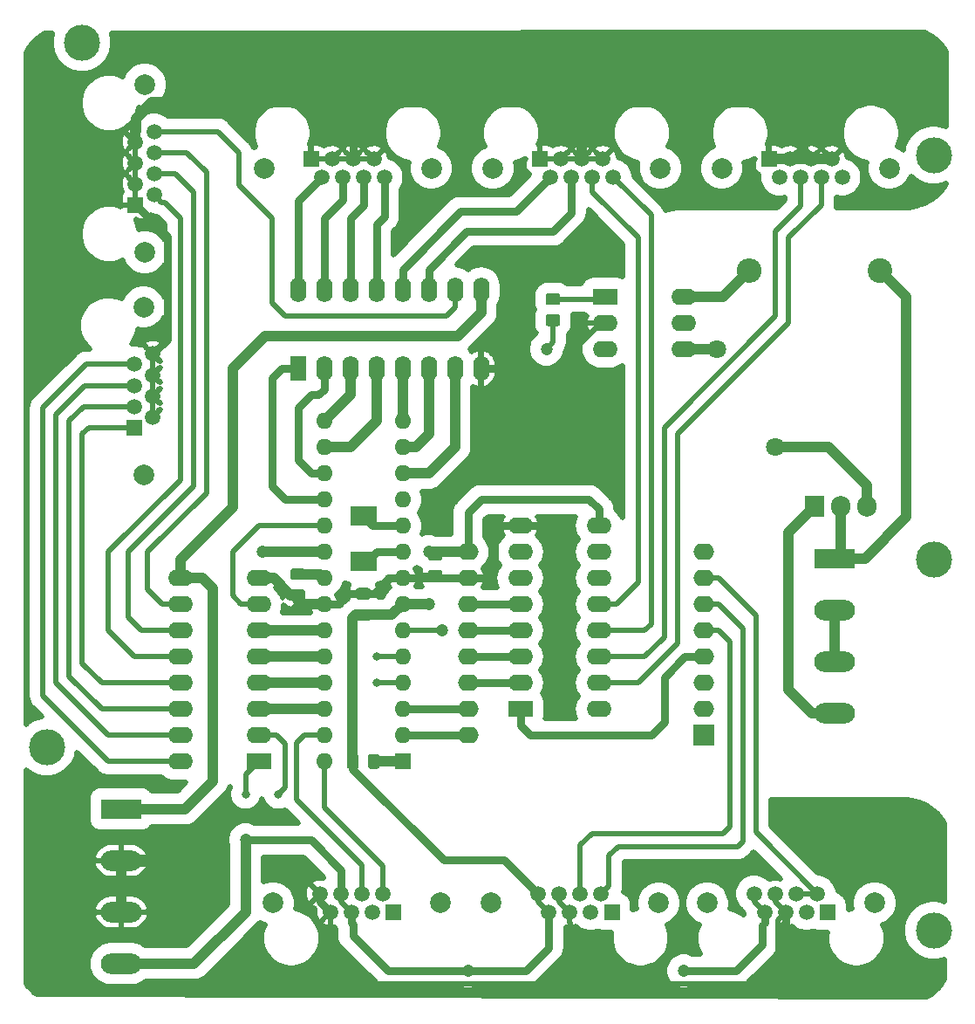
<source format=gbr>
G04 #@! TF.GenerationSoftware,KiCad,Pcbnew,5.1.5-52549c5~84~ubuntu18.04.1*
G04 #@! TF.CreationDate,2020-03-02T16:39:28-05:00*
G04 #@! TF.ProjectId,Etapa de potencia,45746170-6120-4646-9520-706f74656e63,rev?*
G04 #@! TF.SameCoordinates,Original*
G04 #@! TF.FileFunction,Copper,L2,Bot*
G04 #@! TF.FilePolarity,Positive*
%FSLAX46Y46*%
G04 Gerber Fmt 4.6, Leading zero omitted, Abs format (unit mm)*
G04 Created by KiCad (PCBNEW 5.1.5-52549c5~84~ubuntu18.04.1) date 2020-03-02 16:39:28*
%MOMM*%
%LPD*%
G04 APERTURE LIST*
%ADD10R,1.500000X1.500000*%
%ADD11C,1.500000*%
%ADD12C,2.000000*%
%ADD13C,0.100000*%
%ADD14O,3.960000X1.980000*%
%ADD15R,3.960000X1.980000*%
%ADD16O,2.400000X2.400000*%
%ADD17C,2.400000*%
%ADD18O,1.600000X1.600000*%
%ADD19R,1.600000X1.600000*%
%ADD20O,2.400000X1.600000*%
%ADD21R,2.400000X1.600000*%
%ADD22R,2.500000X1.900000*%
%ADD23O,2.000000X1.600000*%
%ADD24R,2.000000X2.000000*%
%ADD25O,1.600000X2.400000*%
%ADD26R,1.600000X2.400000*%
%ADD27R,1.905000X2.000000*%
%ADD28O,1.905000X2.000000*%
%ADD29C,3.500000*%
%ADD30C,1.200000*%
%ADD31C,1.800000*%
%ADD32C,0.800000*%
%ADD33C,1.000000*%
%ADD34C,0.800000*%
%ADD35C,0.500000*%
%ADD36C,1.200000*%
G04 APERTURE END LIST*
D10*
X143510000Y-130175000D03*
D11*
X141470000Y-130175000D03*
X139430000Y-130175000D03*
X137390000Y-130175000D03*
X142490000Y-128395000D03*
X140450000Y-128395000D03*
X138410000Y-128395000D03*
X136370000Y-128395000D03*
D12*
X131820000Y-129285000D03*
X148080000Y-129285000D03*
X105920000Y-129285000D03*
X89660000Y-129285000D03*
D11*
X94210000Y-128395000D03*
X96250000Y-128395000D03*
X98290000Y-128395000D03*
X100330000Y-128395000D03*
X95230000Y-130175000D03*
X97270000Y-130175000D03*
X99310000Y-130175000D03*
D10*
X101350000Y-130175000D03*
G04 #@! TA.AperFunction,SMDPad,CuDef*
D13*
G36*
X99799505Y-114871204D02*
G01*
X99823773Y-114874804D01*
X99847572Y-114880765D01*
X99870671Y-114889030D01*
X99892850Y-114899520D01*
X99913893Y-114912132D01*
X99933599Y-114926747D01*
X99951777Y-114943223D01*
X99968253Y-114961401D01*
X99982868Y-114981107D01*
X99995480Y-115002150D01*
X100005970Y-115024329D01*
X100014235Y-115047428D01*
X100020196Y-115071227D01*
X100023796Y-115095495D01*
X100025000Y-115119999D01*
X100025000Y-116020001D01*
X100023796Y-116044505D01*
X100020196Y-116068773D01*
X100014235Y-116092572D01*
X100005970Y-116115671D01*
X99995480Y-116137850D01*
X99982868Y-116158893D01*
X99968253Y-116178599D01*
X99951777Y-116196777D01*
X99933599Y-116213253D01*
X99913893Y-116227868D01*
X99892850Y-116240480D01*
X99870671Y-116250970D01*
X99847572Y-116259235D01*
X99823773Y-116265196D01*
X99799505Y-116268796D01*
X99775001Y-116270000D01*
X99124999Y-116270000D01*
X99100495Y-116268796D01*
X99076227Y-116265196D01*
X99052428Y-116259235D01*
X99029329Y-116250970D01*
X99007150Y-116240480D01*
X98986107Y-116227868D01*
X98966401Y-116213253D01*
X98948223Y-116196777D01*
X98931747Y-116178599D01*
X98917132Y-116158893D01*
X98904520Y-116137850D01*
X98894030Y-116115671D01*
X98885765Y-116092572D01*
X98879804Y-116068773D01*
X98876204Y-116044505D01*
X98875000Y-116020001D01*
X98875000Y-115119999D01*
X98876204Y-115095495D01*
X98879804Y-115071227D01*
X98885765Y-115047428D01*
X98894030Y-115024329D01*
X98904520Y-115002150D01*
X98917132Y-114981107D01*
X98931747Y-114961401D01*
X98948223Y-114943223D01*
X98966401Y-114926747D01*
X98986107Y-114912132D01*
X99007150Y-114899520D01*
X99029329Y-114889030D01*
X99052428Y-114880765D01*
X99076227Y-114874804D01*
X99100495Y-114871204D01*
X99124999Y-114870000D01*
X99775001Y-114870000D01*
X99799505Y-114871204D01*
G37*
G04 #@! TD.AperFunction*
G04 #@! TA.AperFunction,SMDPad,CuDef*
G36*
X97749505Y-114871204D02*
G01*
X97773773Y-114874804D01*
X97797572Y-114880765D01*
X97820671Y-114889030D01*
X97842850Y-114899520D01*
X97863893Y-114912132D01*
X97883599Y-114926747D01*
X97901777Y-114943223D01*
X97918253Y-114961401D01*
X97932868Y-114981107D01*
X97945480Y-115002150D01*
X97955970Y-115024329D01*
X97964235Y-115047428D01*
X97970196Y-115071227D01*
X97973796Y-115095495D01*
X97975000Y-115119999D01*
X97975000Y-116020001D01*
X97973796Y-116044505D01*
X97970196Y-116068773D01*
X97964235Y-116092572D01*
X97955970Y-116115671D01*
X97945480Y-116137850D01*
X97932868Y-116158893D01*
X97918253Y-116178599D01*
X97901777Y-116196777D01*
X97883599Y-116213253D01*
X97863893Y-116227868D01*
X97842850Y-116240480D01*
X97820671Y-116250970D01*
X97797572Y-116259235D01*
X97773773Y-116265196D01*
X97749505Y-116268796D01*
X97725001Y-116270000D01*
X97074999Y-116270000D01*
X97050495Y-116268796D01*
X97026227Y-116265196D01*
X97002428Y-116259235D01*
X96979329Y-116250970D01*
X96957150Y-116240480D01*
X96936107Y-116227868D01*
X96916401Y-116213253D01*
X96898223Y-116196777D01*
X96881747Y-116178599D01*
X96867132Y-116158893D01*
X96854520Y-116137850D01*
X96844030Y-116115671D01*
X96835765Y-116092572D01*
X96829804Y-116068773D01*
X96826204Y-116044505D01*
X96825000Y-116020001D01*
X96825000Y-115119999D01*
X96826204Y-115095495D01*
X96829804Y-115071227D01*
X96835765Y-115047428D01*
X96844030Y-115024329D01*
X96854520Y-115002150D01*
X96867132Y-114981107D01*
X96881747Y-114961401D01*
X96898223Y-114943223D01*
X96916401Y-114926747D01*
X96936107Y-114912132D01*
X96957150Y-114899520D01*
X96979329Y-114889030D01*
X97002428Y-114880765D01*
X97026227Y-114874804D01*
X97050495Y-114871204D01*
X97074999Y-114870000D01*
X97725001Y-114870000D01*
X97749505Y-114871204D01*
G37*
G04 #@! TD.AperFunction*
G04 #@! TA.AperFunction,SMDPad,CuDef*
G36*
X92549505Y-98876204D02*
G01*
X92573773Y-98879804D01*
X92597572Y-98885765D01*
X92620671Y-98894030D01*
X92642850Y-98904520D01*
X92663893Y-98917132D01*
X92683599Y-98931747D01*
X92701777Y-98948223D01*
X92718253Y-98966401D01*
X92732868Y-98986107D01*
X92745480Y-99007150D01*
X92755970Y-99029329D01*
X92764235Y-99052428D01*
X92770196Y-99076227D01*
X92773796Y-99100495D01*
X92775000Y-99124999D01*
X92775000Y-99775001D01*
X92773796Y-99799505D01*
X92770196Y-99823773D01*
X92764235Y-99847572D01*
X92755970Y-99870671D01*
X92745480Y-99892850D01*
X92732868Y-99913893D01*
X92718253Y-99933599D01*
X92701777Y-99951777D01*
X92683599Y-99968253D01*
X92663893Y-99982868D01*
X92642850Y-99995480D01*
X92620671Y-100005970D01*
X92597572Y-100014235D01*
X92573773Y-100020196D01*
X92549505Y-100023796D01*
X92525001Y-100025000D01*
X91624999Y-100025000D01*
X91600495Y-100023796D01*
X91576227Y-100020196D01*
X91552428Y-100014235D01*
X91529329Y-100005970D01*
X91507150Y-99995480D01*
X91486107Y-99982868D01*
X91466401Y-99968253D01*
X91448223Y-99951777D01*
X91431747Y-99933599D01*
X91417132Y-99913893D01*
X91404520Y-99892850D01*
X91394030Y-99870671D01*
X91385765Y-99847572D01*
X91379804Y-99823773D01*
X91376204Y-99799505D01*
X91375000Y-99775001D01*
X91375000Y-99124999D01*
X91376204Y-99100495D01*
X91379804Y-99076227D01*
X91385765Y-99052428D01*
X91394030Y-99029329D01*
X91404520Y-99007150D01*
X91417132Y-98986107D01*
X91431747Y-98966401D01*
X91448223Y-98948223D01*
X91466401Y-98931747D01*
X91486107Y-98917132D01*
X91507150Y-98904520D01*
X91529329Y-98894030D01*
X91552428Y-98885765D01*
X91576227Y-98879804D01*
X91600495Y-98876204D01*
X91624999Y-98875000D01*
X92525001Y-98875000D01*
X92549505Y-98876204D01*
G37*
G04 #@! TD.AperFunction*
G04 #@! TA.AperFunction,SMDPad,CuDef*
G36*
X92549505Y-96826204D02*
G01*
X92573773Y-96829804D01*
X92597572Y-96835765D01*
X92620671Y-96844030D01*
X92642850Y-96854520D01*
X92663893Y-96867132D01*
X92683599Y-96881747D01*
X92701777Y-96898223D01*
X92718253Y-96916401D01*
X92732868Y-96936107D01*
X92745480Y-96957150D01*
X92755970Y-96979329D01*
X92764235Y-97002428D01*
X92770196Y-97026227D01*
X92773796Y-97050495D01*
X92775000Y-97074999D01*
X92775000Y-97725001D01*
X92773796Y-97749505D01*
X92770196Y-97773773D01*
X92764235Y-97797572D01*
X92755970Y-97820671D01*
X92745480Y-97842850D01*
X92732868Y-97863893D01*
X92718253Y-97883599D01*
X92701777Y-97901777D01*
X92683599Y-97918253D01*
X92663893Y-97932868D01*
X92642850Y-97945480D01*
X92620671Y-97955970D01*
X92597572Y-97964235D01*
X92573773Y-97970196D01*
X92549505Y-97973796D01*
X92525001Y-97975000D01*
X91624999Y-97975000D01*
X91600495Y-97973796D01*
X91576227Y-97970196D01*
X91552428Y-97964235D01*
X91529329Y-97955970D01*
X91507150Y-97945480D01*
X91486107Y-97932868D01*
X91466401Y-97918253D01*
X91448223Y-97901777D01*
X91431747Y-97883599D01*
X91417132Y-97863893D01*
X91404520Y-97842850D01*
X91394030Y-97820671D01*
X91385765Y-97797572D01*
X91379804Y-97773773D01*
X91376204Y-97749505D01*
X91375000Y-97725001D01*
X91375000Y-97074999D01*
X91376204Y-97050495D01*
X91379804Y-97026227D01*
X91385765Y-97002428D01*
X91394030Y-96979329D01*
X91404520Y-96957150D01*
X91417132Y-96936107D01*
X91431747Y-96916401D01*
X91448223Y-96898223D01*
X91466401Y-96881747D01*
X91486107Y-96867132D01*
X91507150Y-96854520D01*
X91529329Y-96844030D01*
X91552428Y-96835765D01*
X91576227Y-96829804D01*
X91600495Y-96826204D01*
X91624999Y-96825000D01*
X92525001Y-96825000D01*
X92549505Y-96826204D01*
G37*
G04 #@! TD.AperFunction*
D14*
X144145000Y-105885000D03*
X144145000Y-110885000D03*
X144145000Y-100885000D03*
D15*
X144145000Y-95885000D03*
G04 #@! TA.AperFunction,SMDPad,CuDef*
D13*
G36*
X117314505Y-72206204D02*
G01*
X117338773Y-72209804D01*
X117362572Y-72215765D01*
X117385671Y-72224030D01*
X117407850Y-72234520D01*
X117428893Y-72247132D01*
X117448599Y-72261747D01*
X117466777Y-72278223D01*
X117483253Y-72296401D01*
X117497868Y-72316107D01*
X117510480Y-72337150D01*
X117520970Y-72359329D01*
X117529235Y-72382428D01*
X117535196Y-72406227D01*
X117538796Y-72430495D01*
X117540000Y-72454999D01*
X117540000Y-73105001D01*
X117538796Y-73129505D01*
X117535196Y-73153773D01*
X117529235Y-73177572D01*
X117520970Y-73200671D01*
X117510480Y-73222850D01*
X117497868Y-73243893D01*
X117483253Y-73263599D01*
X117466777Y-73281777D01*
X117448599Y-73298253D01*
X117428893Y-73312868D01*
X117407850Y-73325480D01*
X117385671Y-73335970D01*
X117362572Y-73344235D01*
X117338773Y-73350196D01*
X117314505Y-73353796D01*
X117290001Y-73355000D01*
X116389999Y-73355000D01*
X116365495Y-73353796D01*
X116341227Y-73350196D01*
X116317428Y-73344235D01*
X116294329Y-73335970D01*
X116272150Y-73325480D01*
X116251107Y-73312868D01*
X116231401Y-73298253D01*
X116213223Y-73281777D01*
X116196747Y-73263599D01*
X116182132Y-73243893D01*
X116169520Y-73222850D01*
X116159030Y-73200671D01*
X116150765Y-73177572D01*
X116144804Y-73153773D01*
X116141204Y-73129505D01*
X116140000Y-73105001D01*
X116140000Y-72454999D01*
X116141204Y-72430495D01*
X116144804Y-72406227D01*
X116150765Y-72382428D01*
X116159030Y-72359329D01*
X116169520Y-72337150D01*
X116182132Y-72316107D01*
X116196747Y-72296401D01*
X116213223Y-72278223D01*
X116231401Y-72261747D01*
X116251107Y-72247132D01*
X116272150Y-72234520D01*
X116294329Y-72224030D01*
X116317428Y-72215765D01*
X116341227Y-72209804D01*
X116365495Y-72206204D01*
X116389999Y-72205000D01*
X117290001Y-72205000D01*
X117314505Y-72206204D01*
G37*
G04 #@! TD.AperFunction*
G04 #@! TA.AperFunction,SMDPad,CuDef*
G36*
X117314505Y-70156204D02*
G01*
X117338773Y-70159804D01*
X117362572Y-70165765D01*
X117385671Y-70174030D01*
X117407850Y-70184520D01*
X117428893Y-70197132D01*
X117448599Y-70211747D01*
X117466777Y-70228223D01*
X117483253Y-70246401D01*
X117497868Y-70266107D01*
X117510480Y-70287150D01*
X117520970Y-70309329D01*
X117529235Y-70332428D01*
X117535196Y-70356227D01*
X117538796Y-70380495D01*
X117540000Y-70404999D01*
X117540000Y-71055001D01*
X117538796Y-71079505D01*
X117535196Y-71103773D01*
X117529235Y-71127572D01*
X117520970Y-71150671D01*
X117510480Y-71172850D01*
X117497868Y-71193893D01*
X117483253Y-71213599D01*
X117466777Y-71231777D01*
X117448599Y-71248253D01*
X117428893Y-71262868D01*
X117407850Y-71275480D01*
X117385671Y-71285970D01*
X117362572Y-71294235D01*
X117338773Y-71300196D01*
X117314505Y-71303796D01*
X117290001Y-71305000D01*
X116389999Y-71305000D01*
X116365495Y-71303796D01*
X116341227Y-71300196D01*
X116317428Y-71294235D01*
X116294329Y-71285970D01*
X116272150Y-71275480D01*
X116251107Y-71262868D01*
X116231401Y-71248253D01*
X116213223Y-71231777D01*
X116196747Y-71213599D01*
X116182132Y-71193893D01*
X116169520Y-71172850D01*
X116159030Y-71150671D01*
X116150765Y-71127572D01*
X116144804Y-71103773D01*
X116141204Y-71079505D01*
X116140000Y-71055001D01*
X116140000Y-70404999D01*
X116141204Y-70380495D01*
X116144804Y-70356227D01*
X116150765Y-70332428D01*
X116159030Y-70309329D01*
X116169520Y-70287150D01*
X116182132Y-70266107D01*
X116196747Y-70246401D01*
X116213223Y-70228223D01*
X116231401Y-70211747D01*
X116251107Y-70197132D01*
X116272150Y-70184520D01*
X116294329Y-70174030D01*
X116317428Y-70165765D01*
X116341227Y-70159804D01*
X116365495Y-70156204D01*
X116389999Y-70155000D01*
X117290001Y-70155000D01*
X117314505Y-70156204D01*
G37*
G04 #@! TD.AperFunction*
D16*
X135890000Y-67945000D03*
D17*
X148590000Y-67945000D03*
D18*
X94615000Y-115570000D03*
X102235000Y-82550000D03*
X94615000Y-113030000D03*
X102235000Y-85090000D03*
X94615000Y-110490000D03*
X102235000Y-87630000D03*
X94615000Y-107950000D03*
X102235000Y-90170000D03*
X94615000Y-105410000D03*
X102235000Y-92710000D03*
X94615000Y-102870000D03*
X102235000Y-95250000D03*
X94615000Y-100330000D03*
X102235000Y-97790000D03*
X94615000Y-97790000D03*
X102235000Y-100330000D03*
X94615000Y-95250000D03*
X102235000Y-102870000D03*
X94615000Y-92710000D03*
X102235000Y-105410000D03*
X94615000Y-90170000D03*
X102235000Y-107950000D03*
X94615000Y-87630000D03*
X102235000Y-110490000D03*
X94615000Y-85090000D03*
X102235000Y-113030000D03*
X94615000Y-82550000D03*
D19*
X102235000Y-115570000D03*
D20*
X129540000Y-70485000D03*
X121920000Y-75565000D03*
X129540000Y-73025000D03*
X121920000Y-73025000D03*
X129540000Y-75565000D03*
D21*
X121920000Y-70485000D03*
D22*
X98425000Y-91780000D03*
X98425000Y-96180000D03*
G04 #@! TA.AperFunction,SMDPad,CuDef*
D13*
G36*
X98899505Y-100781204D02*
G01*
X98923773Y-100784804D01*
X98947572Y-100790765D01*
X98970671Y-100799030D01*
X98992850Y-100809520D01*
X99013893Y-100822132D01*
X99033599Y-100836747D01*
X99051777Y-100853223D01*
X99068253Y-100871401D01*
X99082868Y-100891107D01*
X99095480Y-100912150D01*
X99105970Y-100934329D01*
X99114235Y-100957428D01*
X99120196Y-100981227D01*
X99123796Y-101005495D01*
X99125000Y-101029999D01*
X99125000Y-101680001D01*
X99123796Y-101704505D01*
X99120196Y-101728773D01*
X99114235Y-101752572D01*
X99105970Y-101775671D01*
X99095480Y-101797850D01*
X99082868Y-101818893D01*
X99068253Y-101838599D01*
X99051777Y-101856777D01*
X99033599Y-101873253D01*
X99013893Y-101887868D01*
X98992850Y-101900480D01*
X98970671Y-101910970D01*
X98947572Y-101919235D01*
X98923773Y-101925196D01*
X98899505Y-101928796D01*
X98875001Y-101930000D01*
X97974999Y-101930000D01*
X97950495Y-101928796D01*
X97926227Y-101925196D01*
X97902428Y-101919235D01*
X97879329Y-101910970D01*
X97857150Y-101900480D01*
X97836107Y-101887868D01*
X97816401Y-101873253D01*
X97798223Y-101856777D01*
X97781747Y-101838599D01*
X97767132Y-101818893D01*
X97754520Y-101797850D01*
X97744030Y-101775671D01*
X97735765Y-101752572D01*
X97729804Y-101728773D01*
X97726204Y-101704505D01*
X97725000Y-101680001D01*
X97725000Y-101029999D01*
X97726204Y-101005495D01*
X97729804Y-100981227D01*
X97735765Y-100957428D01*
X97744030Y-100934329D01*
X97754520Y-100912150D01*
X97767132Y-100891107D01*
X97781747Y-100871401D01*
X97798223Y-100853223D01*
X97816401Y-100836747D01*
X97836107Y-100822132D01*
X97857150Y-100809520D01*
X97879329Y-100799030D01*
X97902428Y-100790765D01*
X97926227Y-100784804D01*
X97950495Y-100781204D01*
X97974999Y-100780000D01*
X98875001Y-100780000D01*
X98899505Y-100781204D01*
G37*
G04 #@! TD.AperFunction*
G04 #@! TA.AperFunction,SMDPad,CuDef*
G36*
X98899505Y-98731204D02*
G01*
X98923773Y-98734804D01*
X98947572Y-98740765D01*
X98970671Y-98749030D01*
X98992850Y-98759520D01*
X99013893Y-98772132D01*
X99033599Y-98786747D01*
X99051777Y-98803223D01*
X99068253Y-98821401D01*
X99082868Y-98841107D01*
X99095480Y-98862150D01*
X99105970Y-98884329D01*
X99114235Y-98907428D01*
X99120196Y-98931227D01*
X99123796Y-98955495D01*
X99125000Y-98979999D01*
X99125000Y-99630001D01*
X99123796Y-99654505D01*
X99120196Y-99678773D01*
X99114235Y-99702572D01*
X99105970Y-99725671D01*
X99095480Y-99747850D01*
X99082868Y-99768893D01*
X99068253Y-99788599D01*
X99051777Y-99806777D01*
X99033599Y-99823253D01*
X99013893Y-99837868D01*
X98992850Y-99850480D01*
X98970671Y-99860970D01*
X98947572Y-99869235D01*
X98923773Y-99875196D01*
X98899505Y-99878796D01*
X98875001Y-99880000D01*
X97974999Y-99880000D01*
X97950495Y-99878796D01*
X97926227Y-99875196D01*
X97902428Y-99869235D01*
X97879329Y-99860970D01*
X97857150Y-99850480D01*
X97836107Y-99837868D01*
X97816401Y-99823253D01*
X97798223Y-99806777D01*
X97781747Y-99788599D01*
X97767132Y-99768893D01*
X97754520Y-99747850D01*
X97744030Y-99725671D01*
X97735765Y-99702572D01*
X97729804Y-99678773D01*
X97726204Y-99654505D01*
X97725000Y-99630001D01*
X97725000Y-98979999D01*
X97726204Y-98955495D01*
X97729804Y-98931227D01*
X97735765Y-98907428D01*
X97744030Y-98884329D01*
X97754520Y-98862150D01*
X97767132Y-98841107D01*
X97781747Y-98821401D01*
X97798223Y-98803223D01*
X97816401Y-98786747D01*
X97836107Y-98772132D01*
X97857150Y-98759520D01*
X97879329Y-98749030D01*
X97902428Y-98740765D01*
X97926227Y-98734804D01*
X97950495Y-98731204D01*
X97974999Y-98730000D01*
X98875001Y-98730000D01*
X98899505Y-98731204D01*
G37*
G04 #@! TD.AperFunction*
G04 #@! TA.AperFunction,SMDPad,CuDef*
G36*
X105884505Y-96971204D02*
G01*
X105908773Y-96974804D01*
X105932572Y-96980765D01*
X105955671Y-96989030D01*
X105977850Y-96999520D01*
X105998893Y-97012132D01*
X106018599Y-97026747D01*
X106036777Y-97043223D01*
X106053253Y-97061401D01*
X106067868Y-97081107D01*
X106080480Y-97102150D01*
X106090970Y-97124329D01*
X106099235Y-97147428D01*
X106105196Y-97171227D01*
X106108796Y-97195495D01*
X106110000Y-97219999D01*
X106110000Y-97870001D01*
X106108796Y-97894505D01*
X106105196Y-97918773D01*
X106099235Y-97942572D01*
X106090970Y-97965671D01*
X106080480Y-97987850D01*
X106067868Y-98008893D01*
X106053253Y-98028599D01*
X106036777Y-98046777D01*
X106018599Y-98063253D01*
X105998893Y-98077868D01*
X105977850Y-98090480D01*
X105955671Y-98100970D01*
X105932572Y-98109235D01*
X105908773Y-98115196D01*
X105884505Y-98118796D01*
X105860001Y-98120000D01*
X104959999Y-98120000D01*
X104935495Y-98118796D01*
X104911227Y-98115196D01*
X104887428Y-98109235D01*
X104864329Y-98100970D01*
X104842150Y-98090480D01*
X104821107Y-98077868D01*
X104801401Y-98063253D01*
X104783223Y-98046777D01*
X104766747Y-98028599D01*
X104752132Y-98008893D01*
X104739520Y-97987850D01*
X104729030Y-97965671D01*
X104720765Y-97942572D01*
X104714804Y-97918773D01*
X104711204Y-97894505D01*
X104710000Y-97870001D01*
X104710000Y-97219999D01*
X104711204Y-97195495D01*
X104714804Y-97171227D01*
X104720765Y-97147428D01*
X104729030Y-97124329D01*
X104739520Y-97102150D01*
X104752132Y-97081107D01*
X104766747Y-97061401D01*
X104783223Y-97043223D01*
X104801401Y-97026747D01*
X104821107Y-97012132D01*
X104842150Y-96999520D01*
X104864329Y-96989030D01*
X104887428Y-96980765D01*
X104911227Y-96974804D01*
X104935495Y-96971204D01*
X104959999Y-96970000D01*
X105860001Y-96970000D01*
X105884505Y-96971204D01*
G37*
G04 #@! TD.AperFunction*
G04 #@! TA.AperFunction,SMDPad,CuDef*
G36*
X105884505Y-94921204D02*
G01*
X105908773Y-94924804D01*
X105932572Y-94930765D01*
X105955671Y-94939030D01*
X105977850Y-94949520D01*
X105998893Y-94962132D01*
X106018599Y-94976747D01*
X106036777Y-94993223D01*
X106053253Y-95011401D01*
X106067868Y-95031107D01*
X106080480Y-95052150D01*
X106090970Y-95074329D01*
X106099235Y-95097428D01*
X106105196Y-95121227D01*
X106108796Y-95145495D01*
X106110000Y-95169999D01*
X106110000Y-95820001D01*
X106108796Y-95844505D01*
X106105196Y-95868773D01*
X106099235Y-95892572D01*
X106090970Y-95915671D01*
X106080480Y-95937850D01*
X106067868Y-95958893D01*
X106053253Y-95978599D01*
X106036777Y-95996777D01*
X106018599Y-96013253D01*
X105998893Y-96027868D01*
X105977850Y-96040480D01*
X105955671Y-96050970D01*
X105932572Y-96059235D01*
X105908773Y-96065196D01*
X105884505Y-96068796D01*
X105860001Y-96070000D01*
X104959999Y-96070000D01*
X104935495Y-96068796D01*
X104911227Y-96065196D01*
X104887428Y-96059235D01*
X104864329Y-96050970D01*
X104842150Y-96040480D01*
X104821107Y-96027868D01*
X104801401Y-96013253D01*
X104783223Y-95996777D01*
X104766747Y-95978599D01*
X104752132Y-95958893D01*
X104739520Y-95937850D01*
X104729030Y-95915671D01*
X104720765Y-95892572D01*
X104714804Y-95868773D01*
X104711204Y-95844505D01*
X104710000Y-95820001D01*
X104710000Y-95169999D01*
X104711204Y-95145495D01*
X104714804Y-95121227D01*
X104720765Y-95097428D01*
X104729030Y-95074329D01*
X104739520Y-95052150D01*
X104752132Y-95031107D01*
X104766747Y-95011401D01*
X104783223Y-94993223D01*
X104801401Y-94976747D01*
X104821107Y-94962132D01*
X104842150Y-94949520D01*
X104864329Y-94939030D01*
X104887428Y-94930765D01*
X104911227Y-94924804D01*
X104935495Y-94921204D01*
X104959999Y-94920000D01*
X105860001Y-94920000D01*
X105884505Y-94921204D01*
G37*
G04 #@! TD.AperFunction*
D23*
X131445000Y-110490000D03*
D24*
X131445000Y-113030000D03*
D23*
X131445000Y-107950000D03*
X131445000Y-105410000D03*
X131445000Y-102870000D03*
X131445000Y-100330000D03*
X131445000Y-97790000D03*
X131445000Y-95250000D03*
X108585000Y-95250000D03*
X108585000Y-97790000D03*
X108585000Y-100330000D03*
X108585000Y-102870000D03*
X108585000Y-105410000D03*
X108585000Y-107950000D03*
X108585000Y-110490000D03*
X108585000Y-113030000D03*
D15*
X74930000Y-120175000D03*
D14*
X74930000Y-125175000D03*
X74930000Y-135175000D03*
X74930000Y-130175000D03*
D10*
X93345000Y-57150000D03*
D11*
X95385000Y-57150000D03*
X97425000Y-57150000D03*
X99465000Y-57150000D03*
X94365000Y-58930000D03*
X96405000Y-58930000D03*
X98445000Y-58930000D03*
X100485000Y-58930000D03*
D12*
X105035000Y-58040000D03*
X88775000Y-58040000D03*
X77090000Y-87755000D03*
X77090000Y-71495000D03*
D11*
X77980000Y-76045000D03*
X77980000Y-78085000D03*
X77980000Y-80125000D03*
X77980000Y-82165000D03*
X76200000Y-77065000D03*
X76200000Y-79105000D03*
X76200000Y-81145000D03*
D10*
X76200000Y-83185000D03*
X137795000Y-57150000D03*
D11*
X139835000Y-57150000D03*
X141875000Y-57150000D03*
X143915000Y-57150000D03*
X138815000Y-58930000D03*
X140855000Y-58930000D03*
X142895000Y-58930000D03*
X144935000Y-58930000D03*
D12*
X149485000Y-58040000D03*
X133225000Y-58040000D03*
X111000000Y-58040000D03*
X127260000Y-58040000D03*
D11*
X122710000Y-58930000D03*
X120670000Y-58930000D03*
X118630000Y-58930000D03*
X116590000Y-58930000D03*
X121690000Y-57150000D03*
X119650000Y-57150000D03*
X117610000Y-57150000D03*
D10*
X115570000Y-57150000D03*
X76325000Y-61615000D03*
D11*
X76325000Y-59575000D03*
X76325000Y-57535000D03*
X76325000Y-55495000D03*
X78105000Y-60595000D03*
X78105000Y-58555000D03*
X78105000Y-56515000D03*
X78105000Y-54475000D03*
D12*
X77215000Y-49925000D03*
X77215000Y-66185000D03*
X127125000Y-129285000D03*
X110865000Y-129285000D03*
D11*
X115415000Y-128395000D03*
X117455000Y-128395000D03*
X119495000Y-128395000D03*
X121535000Y-128395000D03*
X116435000Y-130175000D03*
X118475000Y-130175000D03*
X120515000Y-130175000D03*
D10*
X122555000Y-130175000D03*
D21*
X88265000Y-115570000D03*
D20*
X80645000Y-97790000D03*
X88265000Y-113030000D03*
X80645000Y-100330000D03*
X88265000Y-110490000D03*
X80645000Y-102870000D03*
X88265000Y-107950000D03*
X80645000Y-105410000D03*
X88265000Y-105410000D03*
X80645000Y-107950000D03*
X88265000Y-102870000D03*
X80645000Y-110490000D03*
X88265000Y-100330000D03*
X80645000Y-113030000D03*
X88265000Y-97790000D03*
X80645000Y-115570000D03*
D25*
X92075000Y-69850000D03*
X109855000Y-77470000D03*
X94615000Y-69850000D03*
X107315000Y-77470000D03*
X97155000Y-69850000D03*
X104775000Y-77470000D03*
X99695000Y-69850000D03*
X102235000Y-77470000D03*
X102235000Y-69850000D03*
X99695000Y-77470000D03*
X104775000Y-69850000D03*
X97155000Y-77470000D03*
X107315000Y-69850000D03*
X94615000Y-77470000D03*
X109855000Y-69850000D03*
D26*
X92075000Y-77470000D03*
D21*
X113665000Y-110490000D03*
D20*
X121285000Y-92710000D03*
X113665000Y-107950000D03*
X121285000Y-95250000D03*
X113665000Y-105410000D03*
X121285000Y-97790000D03*
X113665000Y-102870000D03*
X121285000Y-100330000D03*
X113665000Y-100330000D03*
X121285000Y-102870000D03*
X113665000Y-97790000D03*
X121285000Y-105410000D03*
X113665000Y-95250000D03*
X121285000Y-107950000D03*
X113665000Y-92710000D03*
X121285000Y-110490000D03*
D27*
X142240000Y-90805000D03*
D28*
X144780000Y-90805000D03*
X147320000Y-90805000D03*
D29*
X71120000Y-45847000D03*
X153797000Y-56769000D03*
X153797000Y-96012000D03*
X67691000Y-114173000D03*
X153797000Y-131953000D03*
D30*
X78232000Y-68834000D03*
D31*
X83185000Y-124460000D03*
X113030000Y-73660000D03*
D30*
X117602000Y-95885000D03*
X118989500Y-75555500D03*
X91948000Y-100838000D03*
D31*
X138430000Y-85090000D03*
X132715000Y-75565000D03*
D30*
X104775000Y-100330000D03*
X104775000Y-95250000D03*
X129540000Y-135890000D03*
X108585000Y-135890000D03*
X88646000Y-95250000D03*
X86995000Y-123190000D03*
X106045000Y-102870000D03*
X116205000Y-75565000D03*
D32*
X86995000Y-118745000D03*
X99695000Y-107950000D03*
X90170000Y-118745000D03*
X99695000Y-105410000D03*
D33*
X94225000Y-97400000D02*
X94615000Y-97790000D01*
X92075000Y-97400000D02*
X94225000Y-97400000D01*
D34*
X102235000Y-97790000D02*
X108585000Y-97790000D01*
X94615000Y-100330000D02*
X95885000Y-100330000D01*
X96910000Y-99305000D02*
X98425000Y-99305000D01*
X95885000Y-100330000D02*
X96910000Y-99305000D01*
X102235000Y-97790000D02*
X100965000Y-97790000D01*
X99450000Y-99305000D02*
X98425000Y-99305000D01*
X100965000Y-97790000D02*
X99450000Y-99305000D01*
X110385000Y-97790000D02*
X111125000Y-97050000D01*
X108585000Y-97790000D02*
X110385000Y-97790000D01*
X111125000Y-93250000D02*
X111665000Y-92710000D01*
X111665000Y-92710000D02*
X113665000Y-92710000D01*
X111125000Y-97050000D02*
X111125000Y-93250000D01*
D33*
X92075000Y-100025000D02*
X92075000Y-99450000D01*
X92380000Y-100330000D02*
X92075000Y-100025000D01*
X94615000Y-100330000D02*
X92380000Y-100330000D01*
X91375000Y-99450000D02*
X89715000Y-97790000D01*
X92075000Y-99450000D02*
X91375000Y-99450000D01*
X89715000Y-97790000D02*
X88265000Y-97790000D01*
D35*
X77980000Y-82165000D02*
X77980000Y-76045000D01*
X76325000Y-61615000D02*
X76325000Y-55495000D01*
X93345000Y-57150000D02*
X99465000Y-57150000D01*
X115570000Y-57150000D02*
X121690000Y-57150000D01*
D34*
X94210000Y-129155000D02*
X95230000Y-130175000D01*
X94210000Y-128395000D02*
X94210000Y-129155000D01*
D35*
X95230000Y-130175000D02*
X95230000Y-132695000D01*
X95230000Y-132695000D02*
X99695000Y-137160000D01*
X117455000Y-129155000D02*
X118475000Y-130175000D01*
X117455000Y-128395000D02*
X117455000Y-129155000D01*
X118475000Y-131235660D02*
X118491000Y-131251660D01*
X118475000Y-130175000D02*
X118475000Y-131235660D01*
X118491000Y-134493000D02*
X115824000Y-137160000D01*
X118491000Y-131251660D02*
X118491000Y-134493000D01*
X99695000Y-137160000D02*
X115824000Y-137160000D01*
X138410000Y-129155000D02*
X139430000Y-130175000D01*
X138410000Y-128395000D02*
X138410000Y-129155000D01*
X118110000Y-137160000D02*
X115824000Y-137160000D01*
X137160000Y-137160000D02*
X118110000Y-137160000D01*
X138680001Y-135639999D02*
X137160000Y-137160000D01*
X139430000Y-130175000D02*
X138680001Y-130924999D01*
X138680001Y-130924999D02*
X138680001Y-135639999D01*
D34*
X139430000Y-131810000D02*
X139430000Y-130175000D01*
X139065000Y-131445000D02*
X139430000Y-131810000D01*
D35*
X111790000Y-78105000D02*
X116440000Y-78105000D01*
X111155000Y-77470000D02*
X111790000Y-78105000D01*
X121520000Y-73025000D02*
X121920000Y-73025000D01*
X116440000Y-78105000D02*
X118989500Y-75555500D01*
X109855000Y-77470000D02*
X111155000Y-77470000D01*
D33*
X143915000Y-57150000D02*
X137795000Y-57150000D01*
X74930000Y-130175000D02*
X74930000Y-125175000D01*
D35*
X99695000Y-137160000D02*
X80010000Y-137160000D01*
X80010000Y-137160000D02*
X79375000Y-137795000D01*
X79375000Y-137795000D02*
X72390000Y-137795000D01*
X72390000Y-137795000D02*
X71120000Y-136525000D01*
X72450000Y-130175000D02*
X74930000Y-130175000D01*
X71120000Y-131505000D02*
X72450000Y-130175000D01*
X71120000Y-136525000D02*
X71120000Y-131505000D01*
D36*
X74930000Y-125175000D02*
X82470000Y-125175000D01*
X82470000Y-125175000D02*
X83185000Y-124460000D01*
X83185000Y-124460000D02*
X83185000Y-124460000D01*
D34*
X111455000Y-77470000D02*
X113030000Y-75895000D01*
X109855000Y-77470000D02*
X111455000Y-77470000D01*
X113030000Y-75895000D02*
X113030000Y-73660000D01*
X115365000Y-92710000D02*
X117602000Y-94947000D01*
X113665000Y-92710000D02*
X115365000Y-92710000D01*
X117602000Y-94947000D02*
X117602000Y-95885000D01*
X117602000Y-95885000D02*
X117602000Y-95885000D01*
D35*
X118989500Y-75555500D02*
X121520000Y-73025000D01*
D33*
X92456000Y-100330000D02*
X91948000Y-100838000D01*
X94615000Y-100330000D02*
X92456000Y-100330000D01*
X116903999Y-51625001D02*
X117411001Y-51625001D01*
X119650000Y-53864000D02*
X119650000Y-57150000D01*
X117411001Y-51625001D02*
X119650000Y-53864000D01*
X141125001Y-54003001D02*
X141125001Y-56400001D01*
X141125001Y-56400001D02*
X141875000Y-57150000D01*
X116903999Y-51625001D02*
X138747001Y-51625001D01*
X138747001Y-51625001D02*
X141125001Y-54003001D01*
X76325000Y-54434340D02*
X76327000Y-54432340D01*
X76325000Y-55495000D02*
X76325000Y-54434340D01*
X76327000Y-54432340D02*
X76327000Y-53213000D01*
X77914999Y-51625001D02*
X78930999Y-51625001D01*
X76327000Y-53213000D02*
X77914999Y-51625001D01*
D34*
X76325000Y-61615000D02*
X76347000Y-61615000D01*
X79375000Y-64643000D02*
X79375000Y-69088000D01*
X76347000Y-61615000D02*
X79375000Y-64643000D01*
D35*
X79375000Y-69088000D02*
X79375000Y-66929000D01*
D34*
X79121000Y-68834000D02*
X79375000Y-69088000D01*
X78232000Y-68834000D02*
X79121000Y-68834000D01*
X79375000Y-74650000D02*
X79375000Y-69088000D01*
X77980000Y-76045000D02*
X79375000Y-74650000D01*
X94805001Y-51625001D02*
X97536000Y-54356000D01*
D33*
X94805001Y-51625001D02*
X78930999Y-51625001D01*
X116903999Y-51625001D02*
X94805001Y-51625001D01*
D34*
X97425000Y-54467000D02*
X97425000Y-57150000D01*
X97536000Y-54356000D02*
X97425000Y-54467000D01*
D33*
X142000000Y-110885000D02*
X144145000Y-110885000D01*
X139700000Y-108585000D02*
X142000000Y-110885000D01*
X142240000Y-90805000D02*
X139700000Y-93345000D01*
X139700000Y-93345000D02*
X139700000Y-108585000D01*
X147125000Y-95885000D02*
X151130000Y-91880000D01*
X144145000Y-95885000D02*
X147125000Y-95885000D01*
X151130000Y-70485000D02*
X148590000Y-67945000D01*
X151130000Y-91880000D02*
X151130000Y-70485000D01*
X144780000Y-95250000D02*
X144145000Y-95885000D01*
X144780000Y-90805000D02*
X144780000Y-95250000D01*
X147320000Y-88805000D02*
X143605000Y-85090000D01*
X147320000Y-90805000D02*
X147320000Y-88805000D01*
X143605000Y-85090000D02*
X138430000Y-85090000D01*
X138430000Y-85090000D02*
X138430000Y-85090000D01*
X129540000Y-75565000D02*
X132715000Y-75565000D01*
D35*
X107315000Y-71550000D02*
X106475000Y-72390000D01*
X107315000Y-69850000D02*
X107315000Y-71550000D01*
X106475000Y-72390000D02*
X90805000Y-72390000D01*
X90805000Y-72390000D02*
X89535000Y-71120000D01*
X89535000Y-71120000D02*
X89535000Y-62865000D01*
X89535000Y-62865000D02*
X86360000Y-59690000D01*
X86360000Y-59690000D02*
X86360000Y-56515000D01*
X84320000Y-54475000D02*
X78105000Y-54475000D01*
X86360000Y-56515000D02*
X84320000Y-54475000D01*
X78105000Y-56515000D02*
X81280000Y-56515000D01*
X81280000Y-56515000D02*
X83185000Y-58420000D01*
X83185000Y-58420000D02*
X83185000Y-89535000D01*
X83185000Y-89535000D02*
X77470000Y-95250000D01*
X78945000Y-100330000D02*
X80645000Y-100330000D01*
X77470000Y-98855000D02*
X78945000Y-100330000D01*
X77470000Y-95250000D02*
X77470000Y-98855000D01*
X80145000Y-58555000D02*
X78105000Y-58555000D01*
X76835000Y-102870000D02*
X75565000Y-101600000D01*
X75565000Y-101600000D02*
X75565000Y-95250000D01*
X80645000Y-102870000D02*
X76835000Y-102870000D01*
X75565000Y-95250000D02*
X81915000Y-88900000D01*
X81915000Y-88900000D02*
X81915000Y-60325000D01*
X81915000Y-60325000D02*
X80145000Y-58555000D01*
X78854999Y-61344999D02*
X79124999Y-61344999D01*
X78105000Y-60595000D02*
X78854999Y-61344999D01*
X79124999Y-61344999D02*
X80645000Y-62865000D01*
X80645000Y-62865000D02*
X80645000Y-88265000D01*
X80645000Y-88265000D02*
X73660000Y-95250000D01*
X73660000Y-95250000D02*
X73660000Y-102870000D01*
X76200000Y-105410000D02*
X80645000Y-105410000D01*
X73660000Y-102870000D02*
X76200000Y-105410000D01*
X80645000Y-115570000D02*
X73660000Y-115570000D01*
X73660000Y-115570000D02*
X67310000Y-109220000D01*
X67310000Y-109220000D02*
X67310000Y-81280000D01*
X71525000Y-77065000D02*
X76200000Y-77065000D01*
X67310000Y-81280000D02*
X71525000Y-77065000D01*
X71390000Y-79105000D02*
X76200000Y-79105000D01*
X68580000Y-81915000D02*
X71390000Y-79105000D01*
X68580000Y-107950000D02*
X68580000Y-81915000D01*
X80645000Y-113030000D02*
X73660000Y-113030000D01*
X73660000Y-113030000D02*
X68580000Y-107950000D01*
X71255000Y-81145000D02*
X76200000Y-81145000D01*
X69850000Y-82550000D02*
X71255000Y-81145000D01*
X69850000Y-107315000D02*
X69850000Y-82550000D01*
X80645000Y-110490000D02*
X73025000Y-110490000D01*
X73025000Y-110490000D02*
X69850000Y-107315000D01*
X76200000Y-83185000D02*
X71755000Y-83185000D01*
X71755000Y-83185000D02*
X71120000Y-83820000D01*
X71120000Y-83820000D02*
X71120000Y-106045000D01*
X73025000Y-107950000D02*
X80645000Y-107950000D01*
X71120000Y-106045000D02*
X73025000Y-107950000D01*
D34*
X104775000Y-67850000D02*
X108490000Y-64135000D01*
X104775000Y-69850000D02*
X104775000Y-67850000D01*
X108490000Y-64135000D02*
X116840000Y-64135000D01*
X118630000Y-62345000D02*
X118630000Y-58930000D01*
X116840000Y-64135000D02*
X118630000Y-62345000D01*
X102235000Y-67850000D02*
X107855000Y-62230000D01*
X102235000Y-69850000D02*
X102235000Y-67850000D01*
X113290000Y-62230000D02*
X116590000Y-58930000D01*
X107855000Y-62230000D02*
X113290000Y-62230000D01*
X100485000Y-62710000D02*
X100485000Y-58930000D01*
X99695000Y-69850000D02*
X99695000Y-63500000D01*
X99695000Y-63500000D02*
X100485000Y-62710000D01*
X98445000Y-61575000D02*
X98445000Y-58930000D01*
X97155000Y-69850000D02*
X97155000Y-62865000D01*
X97155000Y-62865000D02*
X98445000Y-61575000D01*
X94615000Y-69850000D02*
X94615000Y-62865000D01*
X96405000Y-61075000D02*
X96405000Y-58930000D01*
X94615000Y-62865000D02*
X96405000Y-61075000D01*
X92075000Y-61220000D02*
X94365000Y-58930000D01*
X92075000Y-69850000D02*
X92075000Y-61220000D01*
D35*
X120670000Y-58930000D02*
X120670000Y-60345000D01*
X120670000Y-60345000D02*
X125095000Y-64770000D01*
X122985000Y-100330000D02*
X121285000Y-100330000D01*
X125095000Y-98220000D02*
X122985000Y-100330000D01*
X125095000Y-64770000D02*
X125095000Y-98220000D01*
X121285000Y-102870000D02*
X125730000Y-102870000D01*
X125730000Y-102870000D02*
X126365000Y-102235000D01*
X126365000Y-62585000D02*
X122710000Y-58930000D01*
X126365000Y-102235000D02*
X126365000Y-62585000D01*
D34*
X108585000Y-95250000D02*
X108585000Y-91440000D01*
X108585000Y-91440000D02*
X109855000Y-90170000D01*
X121285000Y-91110000D02*
X121285000Y-92710000D01*
X120345000Y-90170000D02*
X121285000Y-91110000D01*
X109855000Y-90170000D02*
X120345000Y-90170000D01*
D33*
X97400000Y-101680000D02*
X97725000Y-101355000D01*
X97725000Y-101355000D02*
X98425000Y-101355000D01*
X97400000Y-115570000D02*
X97400000Y-101680000D01*
X101210000Y-101355000D02*
X98425000Y-101355000D01*
X102235000Y-100330000D02*
X101210000Y-101355000D01*
X102235000Y-100330000D02*
X104775000Y-100330000D01*
X108585000Y-95250000D02*
X104775000Y-95250000D01*
D35*
X96250000Y-129155000D02*
X97270000Y-130175000D01*
X96250000Y-128395000D02*
X96250000Y-129155000D01*
X115415000Y-129155000D02*
X116435000Y-130175000D01*
X115415000Y-128395000D02*
X115415000Y-129155000D01*
X97270000Y-131235660D02*
X97409000Y-131374660D01*
D34*
X97270000Y-130175000D02*
X97270000Y-131235660D01*
X97409000Y-131374660D02*
X97409000Y-132461000D01*
X97409000Y-132461000D02*
X100838000Y-135890000D01*
X100838000Y-135890000D02*
X108585000Y-135890000D01*
X116435000Y-133628000D02*
X116435000Y-130175000D01*
X114173000Y-135890000D02*
X116435000Y-133628000D01*
D35*
X136370000Y-129155000D02*
X137390000Y-130175000D01*
X136370000Y-128395000D02*
X136370000Y-129155000D01*
X137390000Y-131235660D02*
X137160000Y-131465660D01*
D34*
X137390000Y-130175000D02*
X137390000Y-131235660D01*
X137160000Y-131465660D02*
X137160000Y-132226002D01*
X137160000Y-133350000D02*
X134620000Y-135890000D01*
X137160000Y-132226002D02*
X137160000Y-133350000D01*
X134620000Y-135890000D02*
X129540000Y-135890000D01*
X108585000Y-135890000D02*
X114173000Y-135890000D01*
X115415000Y-128395000D02*
X114665001Y-127645001D01*
X96250000Y-128395000D02*
X96250000Y-126095000D01*
X93345000Y-123190000D02*
X86995000Y-123190000D01*
X96250000Y-126095000D02*
X93345000Y-123190000D01*
D33*
X74930000Y-135175000D02*
X81995000Y-135175000D01*
X86995000Y-130175000D02*
X86995000Y-123190000D01*
X81995000Y-135175000D02*
X86995000Y-130175000D01*
D34*
X97400000Y-116270000D02*
X106225000Y-125095000D01*
X97400000Y-115570000D02*
X97400000Y-116270000D01*
X112115000Y-125095000D02*
X115415000Y-128395000D01*
X106225000Y-125095000D02*
X112115000Y-125095000D01*
D33*
X88646000Y-95250000D02*
X94615000Y-95250000D01*
X109855000Y-72050000D02*
X109855000Y-69850000D01*
X80645000Y-95990000D02*
X85725000Y-90910000D01*
X85725000Y-77470000D02*
X88900000Y-74295000D01*
X80645000Y-97790000D02*
X80645000Y-95990000D01*
X88900000Y-74295000D02*
X107610000Y-74295000D01*
X85725000Y-90910000D02*
X85725000Y-77470000D01*
X107610000Y-74295000D02*
X109855000Y-72050000D01*
X82845000Y-97790000D02*
X83820000Y-98765000D01*
X80645000Y-97790000D02*
X82845000Y-97790000D01*
X83820000Y-98765000D02*
X83820000Y-117475000D01*
X81120000Y-120175000D02*
X74930000Y-120175000D01*
X83820000Y-117475000D02*
X81120000Y-120175000D01*
X144145000Y-105885000D02*
X144145000Y-100885000D01*
X102235000Y-115570000D02*
X99450000Y-115570000D01*
D35*
X102235000Y-102870000D02*
X106045000Y-102870000D01*
X106045000Y-102870000D02*
X106045000Y-102870000D01*
X106045000Y-102870000D02*
X106045000Y-102870000D01*
X116840000Y-74930000D02*
X116205000Y-75565000D01*
X116840000Y-72780000D02*
X116840000Y-74930000D01*
X121675000Y-70730000D02*
X121920000Y-70485000D01*
X116840000Y-70730000D02*
X121675000Y-70730000D01*
D34*
X108585000Y-107950000D02*
X113665000Y-107950000D01*
X108585000Y-105410000D02*
X113665000Y-105410000D01*
D33*
X133350000Y-70485000D02*
X135890000Y-67945000D01*
X129540000Y-70485000D02*
X133350000Y-70485000D01*
D34*
X102235000Y-113030000D02*
X108585000Y-113030000D01*
D33*
X94615000Y-85090000D02*
X97155000Y-85090000D01*
X99695000Y-82550000D02*
X99695000Y-77470000D01*
X97155000Y-85090000D02*
X99695000Y-82550000D01*
D34*
X102235000Y-110490000D02*
X108585000Y-110490000D01*
X94615000Y-79470000D02*
X94615000Y-77470000D01*
X94075000Y-80010000D02*
X94615000Y-79470000D01*
X94615000Y-87630000D02*
X93345000Y-87630000D01*
X93345000Y-87630000D02*
X92075000Y-86360000D01*
X92075000Y-81280000D02*
X93345000Y-80010000D01*
X92075000Y-86360000D02*
X92075000Y-81280000D01*
X93345000Y-80010000D02*
X94075000Y-80010000D01*
D33*
X94615000Y-82550000D02*
X97155000Y-80010000D01*
X97155000Y-80010000D02*
X97155000Y-77470000D01*
D34*
X90475000Y-77470000D02*
X92075000Y-77470000D01*
X89535000Y-78410000D02*
X90475000Y-77470000D01*
X89535000Y-88900000D02*
X89535000Y-78410000D01*
X90805000Y-90170000D02*
X89535000Y-88900000D01*
X94615000Y-90170000D02*
X90805000Y-90170000D01*
D33*
X102235000Y-82550000D02*
X102235000Y-77470000D01*
D35*
X86565000Y-100330000D02*
X85725000Y-99490000D01*
X88265000Y-100330000D02*
X86565000Y-100330000D01*
X85725000Y-99490000D02*
X85725000Y-95250000D01*
X88265000Y-92710000D02*
X94615000Y-92710000D01*
X85725000Y-95250000D02*
X88265000Y-92710000D01*
D33*
X102235000Y-85090000D02*
X103505000Y-85090000D01*
X104775000Y-83820000D02*
X104775000Y-77470000D01*
X103505000Y-85090000D02*
X104775000Y-83820000D01*
D34*
X98425000Y-96180000D02*
X98765000Y-96180000D01*
X99695000Y-95250000D02*
X102235000Y-95250000D01*
X98765000Y-96180000D02*
X99695000Y-95250000D01*
D33*
X88265000Y-102870000D02*
X94615000Y-102870000D01*
D34*
X99355000Y-92710000D02*
X98425000Y-91780000D01*
X102235000Y-92710000D02*
X99355000Y-92710000D01*
D33*
X88265000Y-105410000D02*
X94615000Y-105410000D01*
X102235000Y-87630000D02*
X104775000Y-87630000D01*
X107315000Y-85090000D02*
X107315000Y-77470000D01*
X104775000Y-87630000D02*
X107315000Y-85090000D01*
X88265000Y-107950000D02*
X94615000Y-107950000D01*
X88265000Y-110490000D02*
X94615000Y-110490000D01*
D35*
X88265000Y-115570000D02*
X86995000Y-116840000D01*
X86995000Y-116840000D02*
X86995000Y-118745000D01*
X86995000Y-118745000D02*
X86995000Y-118745000D01*
X102235000Y-107950000D02*
X99695000Y-107950000D01*
X89965000Y-113030000D02*
X90805000Y-113870000D01*
X88265000Y-113030000D02*
X89965000Y-113030000D01*
X90805000Y-113870000D02*
X90805000Y-118110000D01*
X90805000Y-118110000D02*
X90170000Y-118745000D01*
X90170000Y-118745000D02*
X90170000Y-118745000D01*
X102235000Y-105410000D02*
X99695000Y-105410000D01*
D34*
X113665000Y-112090000D02*
X114605000Y-113030000D01*
X113665000Y-110490000D02*
X113665000Y-112090000D01*
X114605000Y-113030000D02*
X126365000Y-113030000D01*
X126365000Y-113030000D02*
X127635000Y-111760000D01*
X129645000Y-105410000D02*
X131445000Y-105410000D01*
X127635000Y-107420000D02*
X129645000Y-105410000D01*
X127635000Y-111760000D02*
X127635000Y-107420000D01*
D35*
X133985000Y-103910000D02*
X133985000Y-121920000D01*
X131445000Y-102870000D02*
X132945000Y-102870000D01*
X132945000Y-102870000D02*
X133985000Y-103910000D01*
X119495000Y-123710000D02*
X120650000Y-122555000D01*
X119495000Y-128395000D02*
X119495000Y-123710000D01*
X133350000Y-122555000D02*
X133985000Y-121920000D01*
X120650000Y-122555000D02*
X133350000Y-122555000D01*
X132945000Y-100330000D02*
X131445000Y-100330000D01*
X135255000Y-102640000D02*
X132945000Y-100330000D01*
X122284999Y-127645001D02*
X122284999Y-124730001D01*
X121535000Y-128395000D02*
X122284999Y-127645001D01*
X122284999Y-124730001D02*
X123190000Y-123825000D01*
X135255000Y-102640000D02*
X135255000Y-123317000D01*
X134747000Y-123825000D02*
X123190000Y-123825000D01*
X135255000Y-123317000D02*
X134747000Y-123825000D01*
X140450000Y-128395000D02*
X142490000Y-128395000D01*
X136525000Y-122430000D02*
X142490000Y-128395000D01*
X136525000Y-101370000D02*
X136525000Y-122430000D01*
X131445000Y-97790000D02*
X132945000Y-97790000D01*
X132945000Y-97790000D02*
X136525000Y-101370000D01*
X125730000Y-105410000D02*
X121285000Y-105410000D01*
X140855000Y-61710000D02*
X138430000Y-64135000D01*
X138430000Y-64135000D02*
X138430000Y-72390000D01*
X140855000Y-58930000D02*
X140855000Y-61710000D01*
X138430000Y-72390000D02*
X127635000Y-83185000D01*
X127635000Y-83185000D02*
X127635000Y-103505000D01*
X127635000Y-103505000D02*
X125730000Y-105410000D01*
X125095000Y-107950000D02*
X128905000Y-104140000D01*
X142895000Y-61575000D02*
X142895000Y-58930000D01*
X121285000Y-107950000D02*
X125095000Y-107950000D01*
X128905000Y-104140000D02*
X128905000Y-83820000D01*
X128905000Y-83820000D02*
X139700000Y-73025000D01*
X139700000Y-64770000D02*
X142895000Y-61575000D01*
X139700000Y-73025000D02*
X139700000Y-64770000D01*
X98290000Y-128395000D02*
X98290000Y-125865000D01*
X92710000Y-113030000D02*
X94615000Y-113030000D01*
X91940000Y-113800000D02*
X92710000Y-113030000D01*
X91940000Y-119245000D02*
X91940000Y-113800000D01*
X98290000Y-128395000D02*
X98290000Y-125595000D01*
X98290000Y-125595000D02*
X91940000Y-119245000D01*
X100330000Y-125730000D02*
X100330000Y-128395000D01*
X94615000Y-115570000D02*
X94615000Y-120015000D01*
X94615000Y-120015000D02*
X100330000Y-125730000D01*
D34*
X108585000Y-100330000D02*
X113665000Y-100330000D01*
X108585000Y-102870000D02*
X113665000Y-102870000D01*
D35*
G36*
X72547235Y-116578555D02*
G01*
X72594208Y-116635792D01*
X72822613Y-116823238D01*
X73083198Y-116962524D01*
X73280177Y-117022277D01*
X73365948Y-117048295D01*
X73659999Y-117077257D01*
X73733679Y-117070000D01*
X78841321Y-117070000D01*
X79100570Y-117282760D01*
X79456703Y-117473117D01*
X79843130Y-117590338D01*
X80144291Y-117620000D01*
X81145709Y-117620000D01*
X81206072Y-117614055D01*
X80395127Y-118425000D01*
X77903339Y-118425000D01*
X77798160Y-118296840D01*
X77607823Y-118140634D01*
X77390669Y-118024563D01*
X77155043Y-117953087D01*
X76910000Y-117928952D01*
X72950000Y-117928952D01*
X72704957Y-117953087D01*
X72469331Y-118024563D01*
X72252177Y-118140634D01*
X72061840Y-118296840D01*
X71905634Y-118487177D01*
X71789563Y-118704331D01*
X71718087Y-118939957D01*
X71693952Y-119185000D01*
X71693952Y-121165000D01*
X71718087Y-121410043D01*
X71789563Y-121645669D01*
X71905634Y-121862823D01*
X72061840Y-122053160D01*
X72252177Y-122209366D01*
X72469331Y-122325437D01*
X72704957Y-122396913D01*
X72950000Y-122421048D01*
X76910000Y-122421048D01*
X77155043Y-122396913D01*
X77390669Y-122325437D01*
X77607823Y-122209366D01*
X77798160Y-122053160D01*
X77903339Y-121925000D01*
X81034035Y-121925000D01*
X81120000Y-121933467D01*
X81205965Y-121925000D01*
X81205968Y-121925000D01*
X81463060Y-121899679D01*
X81792936Y-121799612D01*
X82096952Y-121637112D01*
X82363424Y-121418424D01*
X82418229Y-121351645D01*
X84996650Y-118773224D01*
X85063424Y-118718424D01*
X85236326Y-118507743D01*
X85282112Y-118451952D01*
X85444612Y-118147937D01*
X85482037Y-118024563D01*
X85495001Y-117981827D01*
X85495001Y-118054661D01*
X85408408Y-118263713D01*
X85345000Y-118582489D01*
X85345000Y-118907511D01*
X85408408Y-119226287D01*
X85532789Y-119526568D01*
X85713361Y-119796814D01*
X85943186Y-120026639D01*
X86213432Y-120207211D01*
X86513713Y-120331592D01*
X86832489Y-120395000D01*
X87157511Y-120395000D01*
X87476287Y-120331592D01*
X87776568Y-120207211D01*
X88046814Y-120026639D01*
X88276639Y-119796814D01*
X88457211Y-119526568D01*
X88581592Y-119226287D01*
X88582500Y-119221722D01*
X88583408Y-119226287D01*
X88707789Y-119526568D01*
X88888361Y-119796814D01*
X89118186Y-120026639D01*
X89388432Y-120207211D01*
X89688713Y-120331592D01*
X90007489Y-120395000D01*
X90332511Y-120395000D01*
X90651287Y-120331592D01*
X90830394Y-120257403D01*
X90874208Y-120310792D01*
X90931450Y-120357769D01*
X92113681Y-121540000D01*
X87845828Y-121540000D01*
X87534625Y-121411095D01*
X87177209Y-121340000D01*
X86812791Y-121340000D01*
X86455375Y-121411095D01*
X86118697Y-121550552D01*
X85815694Y-121753011D01*
X85558011Y-122010694D01*
X85355552Y-122313697D01*
X85216095Y-122650375D01*
X85145000Y-123007791D01*
X85145000Y-123372209D01*
X85216095Y-123729625D01*
X85245001Y-123799410D01*
X85245000Y-129450126D01*
X81270127Y-133425000D01*
X77318551Y-133425000D01*
X77170499Y-133303497D01*
X76781358Y-133095497D01*
X76359117Y-132967411D01*
X76030041Y-132935000D01*
X73829959Y-132935000D01*
X73500883Y-132967411D01*
X73078642Y-133095497D01*
X72689501Y-133303497D01*
X72348417Y-133583417D01*
X72068497Y-133924501D01*
X71860497Y-134313642D01*
X71732411Y-134735883D01*
X71689162Y-135175000D01*
X71732411Y-135614117D01*
X71860497Y-136036358D01*
X72068497Y-136425499D01*
X72348417Y-136766583D01*
X72689501Y-137046503D01*
X73078642Y-137254503D01*
X73500883Y-137382589D01*
X73829959Y-137415000D01*
X76030041Y-137415000D01*
X76359117Y-137382589D01*
X76781358Y-137254503D01*
X77170499Y-137046503D01*
X77318551Y-136925000D01*
X81909035Y-136925000D01*
X81995000Y-136933467D01*
X82080965Y-136925000D01*
X82080968Y-136925000D01*
X82338060Y-136899679D01*
X82667936Y-136799612D01*
X82971952Y-136637112D01*
X83238424Y-136418424D01*
X83293229Y-136351644D01*
X88171651Y-131473223D01*
X88238424Y-131418424D01*
X88331610Y-131304877D01*
X88438373Y-131174787D01*
X88594225Y-131278924D01*
X88874822Y-131395151D01*
X88675485Y-131876393D01*
X88565000Y-132431837D01*
X88565000Y-132998163D01*
X88675485Y-133553607D01*
X88892208Y-134076823D01*
X89206842Y-134547706D01*
X89607294Y-134948158D01*
X90078177Y-135262792D01*
X90601393Y-135479515D01*
X91156837Y-135590000D01*
X91723163Y-135590000D01*
X92278607Y-135479515D01*
X92801823Y-135262792D01*
X93272706Y-134948158D01*
X93673158Y-134547706D01*
X93987792Y-134076823D01*
X94204515Y-133553607D01*
X94315000Y-132998163D01*
X94315000Y-132431837D01*
X94204515Y-131876393D01*
X93987792Y-131353177D01*
X93673158Y-130882294D01*
X93272706Y-130481842D01*
X92801823Y-130167208D01*
X92278607Y-129950485D01*
X91839097Y-129863061D01*
X91910000Y-129506606D01*
X91910000Y-129063394D01*
X91823534Y-128628699D01*
X91703747Y-128339507D01*
X92695719Y-128339507D01*
X92713989Y-128635995D01*
X92789750Y-128923222D01*
X92920091Y-129190149D01*
X92981751Y-129282430D01*
X93269696Y-129329647D01*
X94204343Y-128395000D01*
X93269696Y-127460353D01*
X92981751Y-127507570D01*
X92832222Y-127764241D01*
X92735641Y-128045152D01*
X92695719Y-128339507D01*
X91703747Y-128339507D01*
X91653924Y-128219225D01*
X91407689Y-127850708D01*
X91094292Y-127537311D01*
X90725775Y-127291076D01*
X90316301Y-127121466D01*
X89881606Y-127035000D01*
X89438394Y-127035000D01*
X89003699Y-127121466D01*
X88745000Y-127228623D01*
X88745000Y-124840000D01*
X92661549Y-124840000D01*
X94600001Y-126778453D01*
X94600001Y-126934446D01*
X94559848Y-126920641D01*
X94265493Y-126880719D01*
X93969005Y-126898989D01*
X93681778Y-126974750D01*
X93414851Y-127105091D01*
X93322570Y-127166751D01*
X93275353Y-127454696D01*
X94210000Y-128389343D01*
X94224142Y-128375201D01*
X94229799Y-128380858D01*
X94215657Y-128395000D01*
X94229799Y-128409142D01*
X94224142Y-128414799D01*
X94210000Y-128400657D01*
X93275353Y-129335304D01*
X93322570Y-129623249D01*
X93579241Y-129772778D01*
X93754569Y-129833058D01*
X93715719Y-130119507D01*
X93733989Y-130415995D01*
X93809750Y-130703222D01*
X93940091Y-130970149D01*
X94001751Y-131062430D01*
X94289696Y-131109647D01*
X95181658Y-130217685D01*
X95184208Y-130220792D01*
X95187315Y-130223342D01*
X94295353Y-131115304D01*
X94342570Y-131403249D01*
X94599241Y-131552778D01*
X94880152Y-131649359D01*
X95174507Y-131689281D01*
X95470995Y-131671011D01*
X95662495Y-131620500D01*
X95738223Y-131870143D01*
X95759000Y-131909013D01*
X95759000Y-132379958D01*
X95751018Y-132461000D01*
X95759000Y-132542042D01*
X95759000Y-132542052D01*
X95782875Y-132784456D01*
X95877223Y-133095483D01*
X96030439Y-133382126D01*
X96236630Y-133633371D01*
X96299589Y-133685040D01*
X99613960Y-136999412D01*
X99665629Y-137062371D01*
X99916874Y-137268562D01*
X100203517Y-137421777D01*
X100514544Y-137516125D01*
X100756948Y-137540000D01*
X100756957Y-137540000D01*
X100837999Y-137547982D01*
X100919041Y-137540000D01*
X107734172Y-137540000D01*
X108045375Y-137668905D01*
X108402791Y-137740000D01*
X108767209Y-137740000D01*
X109124625Y-137668905D01*
X109435828Y-137540000D01*
X114091958Y-137540000D01*
X114173000Y-137547982D01*
X114254042Y-137540000D01*
X114254052Y-137540000D01*
X114496456Y-137516125D01*
X114807483Y-137421777D01*
X115094126Y-137268562D01*
X115345371Y-137062371D01*
X115397044Y-136999407D01*
X117544413Y-134852039D01*
X117607371Y-134800371D01*
X117813562Y-134549126D01*
X117966777Y-134262483D01*
X118061125Y-133951456D01*
X118085000Y-133709052D01*
X118085000Y-133709043D01*
X118092982Y-133628001D01*
X118085000Y-133546959D01*
X118085000Y-131635554D01*
X118125152Y-131649359D01*
X118419507Y-131689281D01*
X118715995Y-131671011D01*
X119003222Y-131595250D01*
X119072832Y-131561259D01*
X119240074Y-131728501D01*
X119567645Y-131947377D01*
X119931622Y-132098141D01*
X120318017Y-132175000D01*
X120711983Y-132175000D01*
X121098378Y-132098141D01*
X121239070Y-132039864D01*
X121324331Y-132085437D01*
X121559957Y-132156913D01*
X121805000Y-132181048D01*
X122519885Y-132181048D01*
X122470000Y-132431837D01*
X122470000Y-132998163D01*
X122580485Y-133553607D01*
X122797208Y-134076823D01*
X123111842Y-134547706D01*
X123512294Y-134948158D01*
X123983177Y-135262792D01*
X124506393Y-135479515D01*
X125061837Y-135590000D01*
X125628163Y-135590000D01*
X126183607Y-135479515D01*
X126706823Y-135262792D01*
X127177706Y-134948158D01*
X127578158Y-134547706D01*
X127892792Y-134076823D01*
X128109515Y-133553607D01*
X128220000Y-132998163D01*
X128220000Y-132431837D01*
X128109515Y-131876393D01*
X127910178Y-131395151D01*
X128190775Y-131278924D01*
X128559292Y-131032689D01*
X128872689Y-130719292D01*
X129118924Y-130350775D01*
X129288534Y-129941301D01*
X129375000Y-129506606D01*
X129375000Y-129063394D01*
X129288534Y-128628699D01*
X129118924Y-128219225D01*
X128872689Y-127850708D01*
X128559292Y-127537311D01*
X128190775Y-127291076D01*
X127781301Y-127121466D01*
X127346606Y-127035000D01*
X126903394Y-127035000D01*
X126468699Y-127121466D01*
X126059225Y-127291076D01*
X125690708Y-127537311D01*
X125377311Y-127850708D01*
X125131076Y-128219225D01*
X124961466Y-128628699D01*
X124875000Y-129063394D01*
X124875000Y-129506606D01*
X124945903Y-129863061D01*
X124561048Y-129939613D01*
X124561048Y-129425000D01*
X124536913Y-129179957D01*
X124465437Y-128944331D01*
X124349366Y-128727177D01*
X124193160Y-128536840D01*
X124002823Y-128380634D01*
X123785669Y-128264563D01*
X123672945Y-128230369D01*
X123677523Y-128221803D01*
X123763294Y-127939052D01*
X123784999Y-127718681D01*
X123784999Y-127718680D01*
X123792256Y-127645001D01*
X123784999Y-127571321D01*
X123784999Y-125351320D01*
X123811320Y-125325000D01*
X134673320Y-125325000D01*
X134747000Y-125332257D01*
X134820680Y-125325000D01*
X135041051Y-125303295D01*
X135323802Y-125217524D01*
X135584387Y-125078238D01*
X135812792Y-124890792D01*
X135859769Y-124833550D01*
X136263550Y-124429769D01*
X136320792Y-124382792D01*
X136336875Y-124363194D01*
X138964780Y-126991099D01*
X138759848Y-126920641D01*
X138465493Y-126880719D01*
X138169005Y-126898989D01*
X137881778Y-126974750D01*
X137812168Y-127008741D01*
X137644926Y-126841499D01*
X137317355Y-126622623D01*
X136953378Y-126471859D01*
X136566983Y-126395000D01*
X136173017Y-126395000D01*
X135786622Y-126471859D01*
X135422645Y-126622623D01*
X135095074Y-126841499D01*
X134816499Y-127120074D01*
X134597623Y-127447645D01*
X134446859Y-127811622D01*
X134370000Y-128198017D01*
X134370000Y-128591983D01*
X134446859Y-128978378D01*
X134597623Y-129342355D01*
X134816499Y-129669926D01*
X135091272Y-129944699D01*
X135116762Y-129992387D01*
X135304208Y-130220792D01*
X135361448Y-130267767D01*
X135390000Y-130296319D01*
X135390000Y-130371983D01*
X135408656Y-130465772D01*
X134961823Y-130167208D01*
X134438607Y-129950485D01*
X133999097Y-129863061D01*
X134070000Y-129506606D01*
X134070000Y-129063394D01*
X133983534Y-128628699D01*
X133813924Y-128219225D01*
X133567689Y-127850708D01*
X133254292Y-127537311D01*
X132885775Y-127291076D01*
X132476301Y-127121466D01*
X132041606Y-127035000D01*
X131598394Y-127035000D01*
X131163699Y-127121466D01*
X130754225Y-127291076D01*
X130385708Y-127537311D01*
X130072311Y-127850708D01*
X129826076Y-128219225D01*
X129656466Y-128628699D01*
X129570000Y-129063394D01*
X129570000Y-129506606D01*
X129656466Y-129941301D01*
X129826076Y-130350775D01*
X130072311Y-130719292D01*
X130385708Y-131032689D01*
X130754225Y-131278924D01*
X131034822Y-131395151D01*
X130835485Y-131876393D01*
X130725000Y-132431837D01*
X130725000Y-132998163D01*
X130835485Y-133553607D01*
X131052208Y-134076823D01*
X131161239Y-134240000D01*
X130390828Y-134240000D01*
X130079625Y-134111095D01*
X129722209Y-134040000D01*
X129357791Y-134040000D01*
X129000375Y-134111095D01*
X128663697Y-134250552D01*
X128360694Y-134453011D01*
X128103011Y-134710694D01*
X127900552Y-135013697D01*
X127761095Y-135350375D01*
X127690000Y-135707791D01*
X127690000Y-136072209D01*
X127761095Y-136429625D01*
X127900552Y-136766303D01*
X128103011Y-137069306D01*
X128360694Y-137326989D01*
X128663697Y-137529448D01*
X129000375Y-137668905D01*
X129357791Y-137740000D01*
X129722209Y-137740000D01*
X130079625Y-137668905D01*
X130390828Y-137540000D01*
X134538958Y-137540000D01*
X134620000Y-137547982D01*
X134701042Y-137540000D01*
X134701052Y-137540000D01*
X134943456Y-137516125D01*
X135254483Y-137421777D01*
X135541126Y-137268562D01*
X135792371Y-137062371D01*
X135844044Y-136999407D01*
X138269417Y-134574036D01*
X138332371Y-134522371D01*
X138389294Y-134453011D01*
X138538561Y-134271127D01*
X138538562Y-134271126D01*
X138691777Y-133984483D01*
X138786125Y-133673456D01*
X138810000Y-133431052D01*
X138810000Y-133431043D01*
X138817982Y-133350001D01*
X138810000Y-133268959D01*
X138810000Y-132079262D01*
X138921777Y-131870143D01*
X138997383Y-131620902D01*
X139080152Y-131649359D01*
X139374507Y-131689281D01*
X139670995Y-131671011D01*
X139958222Y-131595250D01*
X140027832Y-131561259D01*
X140195074Y-131728501D01*
X140522645Y-131947377D01*
X140886622Y-132098141D01*
X141273017Y-132175000D01*
X141666983Y-132175000D01*
X142053378Y-132098141D01*
X142194070Y-132039864D01*
X142279331Y-132085437D01*
X142514957Y-132156913D01*
X142760000Y-132181048D01*
X143474885Y-132181048D01*
X143425000Y-132431837D01*
X143425000Y-132998163D01*
X143535485Y-133553607D01*
X143752208Y-134076823D01*
X144066842Y-134547706D01*
X144467294Y-134948158D01*
X144938177Y-135262792D01*
X145461393Y-135479515D01*
X146016837Y-135590000D01*
X146583163Y-135590000D01*
X147138607Y-135479515D01*
X147661823Y-135262792D01*
X148132706Y-134948158D01*
X148533158Y-134547706D01*
X148847792Y-134076823D01*
X149064515Y-133553607D01*
X149175000Y-132998163D01*
X149175000Y-132431837D01*
X149064515Y-131876393D01*
X148865178Y-131395151D01*
X149145775Y-131278924D01*
X149514292Y-131032689D01*
X149827689Y-130719292D01*
X150073924Y-130350775D01*
X150243534Y-129941301D01*
X150330000Y-129506606D01*
X150330000Y-129063394D01*
X150243534Y-128628699D01*
X150073924Y-128219225D01*
X149827689Y-127850708D01*
X149514292Y-127537311D01*
X149145775Y-127291076D01*
X148736301Y-127121466D01*
X148301606Y-127035000D01*
X147858394Y-127035000D01*
X147423699Y-127121466D01*
X147014225Y-127291076D01*
X146645708Y-127537311D01*
X146332311Y-127850708D01*
X146086076Y-128219225D01*
X145916466Y-128628699D01*
X145830000Y-129063394D01*
X145830000Y-129506606D01*
X145900903Y-129863061D01*
X145516048Y-129939613D01*
X145516048Y-129425000D01*
X145491913Y-129179957D01*
X145420437Y-128944331D01*
X145304366Y-128727177D01*
X145148160Y-128536840D01*
X144957823Y-128380634D01*
X144740669Y-128264563D01*
X144505043Y-128193087D01*
X144488699Y-128191477D01*
X144413141Y-127811622D01*
X144262377Y-127447645D01*
X144043501Y-127120074D01*
X143764926Y-126841499D01*
X143437355Y-126622623D01*
X143073378Y-126471859D01*
X142686983Y-126395000D01*
X142611320Y-126395000D01*
X138025000Y-121808681D01*
X138025000Y-119240593D01*
X138212095Y-119248762D01*
X138223000Y-119249000D01*
X150792179Y-119249000D01*
X151213264Y-119267458D01*
X151625684Y-119321973D01*
X152031754Y-119412366D01*
X152428373Y-119537950D01*
X152812451Y-119697743D01*
X153181104Y-119890548D01*
X153531447Y-120114854D01*
X153860834Y-120368968D01*
X154166720Y-120650926D01*
X154446758Y-120958565D01*
X154698801Y-121289525D01*
X154855978Y-121538432D01*
X154835905Y-129136152D01*
X154672068Y-129068288D01*
X154092474Y-128953000D01*
X153501526Y-128953000D01*
X152921932Y-129068288D01*
X152375967Y-129294434D01*
X151884611Y-129622748D01*
X151466748Y-130040611D01*
X151138434Y-130531967D01*
X150912288Y-131077932D01*
X150797000Y-131657526D01*
X150797000Y-132248474D01*
X150912288Y-132828068D01*
X151138434Y-133374033D01*
X151466748Y-133865389D01*
X151884611Y-134283252D01*
X152375967Y-134611566D01*
X152921932Y-134837712D01*
X153501526Y-134953000D01*
X154092474Y-134953000D01*
X154672068Y-134837712D01*
X154821005Y-134776020D01*
X154815819Y-136738835D01*
X154761314Y-136835724D01*
X154512977Y-137195267D01*
X154232639Y-137530476D01*
X153922695Y-137838489D01*
X153585748Y-138116720D01*
X153224648Y-138362813D01*
X153127246Y-138416808D01*
X66769350Y-138177590D01*
X66476481Y-137952088D01*
X66170740Y-137670863D01*
X65890739Y-137363998D01*
X65664000Y-137067074D01*
X65664000Y-130452397D01*
X72214151Y-130452397D01*
X72224808Y-130512095D01*
X72323529Y-130840235D01*
X72484370Y-131142811D01*
X72701150Y-131408194D01*
X72965538Y-131626186D01*
X73267374Y-131788410D01*
X73595059Y-131888632D01*
X73936000Y-131923000D01*
X74926000Y-131923000D01*
X74926000Y-130179000D01*
X74934000Y-130179000D01*
X74934000Y-131923000D01*
X75924000Y-131923000D01*
X76264941Y-131888632D01*
X76592626Y-131788410D01*
X76894462Y-131626186D01*
X77158850Y-131408194D01*
X77375630Y-131142811D01*
X77536471Y-130840235D01*
X77635192Y-130512095D01*
X77645849Y-130452397D01*
X77478495Y-130179000D01*
X74934000Y-130179000D01*
X74926000Y-130179000D01*
X72381505Y-130179000D01*
X72214151Y-130452397D01*
X65664000Y-130452397D01*
X65664000Y-129897603D01*
X72214151Y-129897603D01*
X72381505Y-130171000D01*
X74926000Y-130171000D01*
X74926000Y-128427000D01*
X74934000Y-128427000D01*
X74934000Y-130171000D01*
X77478495Y-130171000D01*
X77645849Y-129897603D01*
X77635192Y-129837905D01*
X77536471Y-129509765D01*
X77375630Y-129207189D01*
X77158850Y-128941806D01*
X76894462Y-128723814D01*
X76592626Y-128561590D01*
X76264941Y-128461368D01*
X75924000Y-128427000D01*
X74934000Y-128427000D01*
X74926000Y-128427000D01*
X73936000Y-128427000D01*
X73595059Y-128461368D01*
X73267374Y-128561590D01*
X72965538Y-128723814D01*
X72701150Y-128941806D01*
X72484370Y-129207189D01*
X72323529Y-129509765D01*
X72224808Y-129837905D01*
X72214151Y-129897603D01*
X65664000Y-129897603D01*
X65664000Y-125452397D01*
X72214151Y-125452397D01*
X72224808Y-125512095D01*
X72323529Y-125840235D01*
X72484370Y-126142811D01*
X72701150Y-126408194D01*
X72965538Y-126626186D01*
X73267374Y-126788410D01*
X73595059Y-126888632D01*
X73936000Y-126923000D01*
X74926000Y-126923000D01*
X74926000Y-125179000D01*
X74934000Y-125179000D01*
X74934000Y-126923000D01*
X75924000Y-126923000D01*
X76264941Y-126888632D01*
X76592626Y-126788410D01*
X76894462Y-126626186D01*
X77158850Y-126408194D01*
X77375630Y-126142811D01*
X77536471Y-125840235D01*
X77635192Y-125512095D01*
X77645849Y-125452397D01*
X77478495Y-125179000D01*
X74934000Y-125179000D01*
X74926000Y-125179000D01*
X72381505Y-125179000D01*
X72214151Y-125452397D01*
X65664000Y-125452397D01*
X65664000Y-124897603D01*
X72214151Y-124897603D01*
X72381505Y-125171000D01*
X74926000Y-125171000D01*
X74926000Y-123427000D01*
X74934000Y-123427000D01*
X74934000Y-125171000D01*
X77478495Y-125171000D01*
X77645849Y-124897603D01*
X77635192Y-124837905D01*
X77536471Y-124509765D01*
X77375630Y-124207189D01*
X77158850Y-123941806D01*
X76894462Y-123723814D01*
X76592626Y-123561590D01*
X76264941Y-123461368D01*
X75924000Y-123427000D01*
X74934000Y-123427000D01*
X74926000Y-123427000D01*
X73936000Y-123427000D01*
X73595059Y-123461368D01*
X73267374Y-123561590D01*
X72965538Y-123723814D01*
X72701150Y-123941806D01*
X72484370Y-124207189D01*
X72323529Y-124509765D01*
X72224808Y-124837905D01*
X72214151Y-124897603D01*
X65664000Y-124897603D01*
X65664000Y-116388641D01*
X65778611Y-116503252D01*
X66269967Y-116831566D01*
X66815932Y-117057712D01*
X67395526Y-117173000D01*
X67986474Y-117173000D01*
X68566068Y-117057712D01*
X69112033Y-116831566D01*
X69603389Y-116503252D01*
X70021252Y-116085389D01*
X70349566Y-115594033D01*
X70575712Y-115048068D01*
X70648884Y-114680204D01*
X72547235Y-116578555D01*
G37*
X72547235Y-116578555D02*
X72594208Y-116635792D01*
X72822613Y-116823238D01*
X73083198Y-116962524D01*
X73280177Y-117022277D01*
X73365948Y-117048295D01*
X73659999Y-117077257D01*
X73733679Y-117070000D01*
X78841321Y-117070000D01*
X79100570Y-117282760D01*
X79456703Y-117473117D01*
X79843130Y-117590338D01*
X80144291Y-117620000D01*
X81145709Y-117620000D01*
X81206072Y-117614055D01*
X80395127Y-118425000D01*
X77903339Y-118425000D01*
X77798160Y-118296840D01*
X77607823Y-118140634D01*
X77390669Y-118024563D01*
X77155043Y-117953087D01*
X76910000Y-117928952D01*
X72950000Y-117928952D01*
X72704957Y-117953087D01*
X72469331Y-118024563D01*
X72252177Y-118140634D01*
X72061840Y-118296840D01*
X71905634Y-118487177D01*
X71789563Y-118704331D01*
X71718087Y-118939957D01*
X71693952Y-119185000D01*
X71693952Y-121165000D01*
X71718087Y-121410043D01*
X71789563Y-121645669D01*
X71905634Y-121862823D01*
X72061840Y-122053160D01*
X72252177Y-122209366D01*
X72469331Y-122325437D01*
X72704957Y-122396913D01*
X72950000Y-122421048D01*
X76910000Y-122421048D01*
X77155043Y-122396913D01*
X77390669Y-122325437D01*
X77607823Y-122209366D01*
X77798160Y-122053160D01*
X77903339Y-121925000D01*
X81034035Y-121925000D01*
X81120000Y-121933467D01*
X81205965Y-121925000D01*
X81205968Y-121925000D01*
X81463060Y-121899679D01*
X81792936Y-121799612D01*
X82096952Y-121637112D01*
X82363424Y-121418424D01*
X82418229Y-121351645D01*
X84996650Y-118773224D01*
X85063424Y-118718424D01*
X85236326Y-118507743D01*
X85282112Y-118451952D01*
X85444612Y-118147937D01*
X85482037Y-118024563D01*
X85495001Y-117981827D01*
X85495001Y-118054661D01*
X85408408Y-118263713D01*
X85345000Y-118582489D01*
X85345000Y-118907511D01*
X85408408Y-119226287D01*
X85532789Y-119526568D01*
X85713361Y-119796814D01*
X85943186Y-120026639D01*
X86213432Y-120207211D01*
X86513713Y-120331592D01*
X86832489Y-120395000D01*
X87157511Y-120395000D01*
X87476287Y-120331592D01*
X87776568Y-120207211D01*
X88046814Y-120026639D01*
X88276639Y-119796814D01*
X88457211Y-119526568D01*
X88581592Y-119226287D01*
X88582500Y-119221722D01*
X88583408Y-119226287D01*
X88707789Y-119526568D01*
X88888361Y-119796814D01*
X89118186Y-120026639D01*
X89388432Y-120207211D01*
X89688713Y-120331592D01*
X90007489Y-120395000D01*
X90332511Y-120395000D01*
X90651287Y-120331592D01*
X90830394Y-120257403D01*
X90874208Y-120310792D01*
X90931450Y-120357769D01*
X92113681Y-121540000D01*
X87845828Y-121540000D01*
X87534625Y-121411095D01*
X87177209Y-121340000D01*
X86812791Y-121340000D01*
X86455375Y-121411095D01*
X86118697Y-121550552D01*
X85815694Y-121753011D01*
X85558011Y-122010694D01*
X85355552Y-122313697D01*
X85216095Y-122650375D01*
X85145000Y-123007791D01*
X85145000Y-123372209D01*
X85216095Y-123729625D01*
X85245001Y-123799410D01*
X85245000Y-129450126D01*
X81270127Y-133425000D01*
X77318551Y-133425000D01*
X77170499Y-133303497D01*
X76781358Y-133095497D01*
X76359117Y-132967411D01*
X76030041Y-132935000D01*
X73829959Y-132935000D01*
X73500883Y-132967411D01*
X73078642Y-133095497D01*
X72689501Y-133303497D01*
X72348417Y-133583417D01*
X72068497Y-133924501D01*
X71860497Y-134313642D01*
X71732411Y-134735883D01*
X71689162Y-135175000D01*
X71732411Y-135614117D01*
X71860497Y-136036358D01*
X72068497Y-136425499D01*
X72348417Y-136766583D01*
X72689501Y-137046503D01*
X73078642Y-137254503D01*
X73500883Y-137382589D01*
X73829959Y-137415000D01*
X76030041Y-137415000D01*
X76359117Y-137382589D01*
X76781358Y-137254503D01*
X77170499Y-137046503D01*
X77318551Y-136925000D01*
X81909035Y-136925000D01*
X81995000Y-136933467D01*
X82080965Y-136925000D01*
X82080968Y-136925000D01*
X82338060Y-136899679D01*
X82667936Y-136799612D01*
X82971952Y-136637112D01*
X83238424Y-136418424D01*
X83293229Y-136351644D01*
X88171651Y-131473223D01*
X88238424Y-131418424D01*
X88331610Y-131304877D01*
X88438373Y-131174787D01*
X88594225Y-131278924D01*
X88874822Y-131395151D01*
X88675485Y-131876393D01*
X88565000Y-132431837D01*
X88565000Y-132998163D01*
X88675485Y-133553607D01*
X88892208Y-134076823D01*
X89206842Y-134547706D01*
X89607294Y-134948158D01*
X90078177Y-135262792D01*
X90601393Y-135479515D01*
X91156837Y-135590000D01*
X91723163Y-135590000D01*
X92278607Y-135479515D01*
X92801823Y-135262792D01*
X93272706Y-134948158D01*
X93673158Y-134547706D01*
X93987792Y-134076823D01*
X94204515Y-133553607D01*
X94315000Y-132998163D01*
X94315000Y-132431837D01*
X94204515Y-131876393D01*
X93987792Y-131353177D01*
X93673158Y-130882294D01*
X93272706Y-130481842D01*
X92801823Y-130167208D01*
X92278607Y-129950485D01*
X91839097Y-129863061D01*
X91910000Y-129506606D01*
X91910000Y-129063394D01*
X91823534Y-128628699D01*
X91703747Y-128339507D01*
X92695719Y-128339507D01*
X92713989Y-128635995D01*
X92789750Y-128923222D01*
X92920091Y-129190149D01*
X92981751Y-129282430D01*
X93269696Y-129329647D01*
X94204343Y-128395000D01*
X93269696Y-127460353D01*
X92981751Y-127507570D01*
X92832222Y-127764241D01*
X92735641Y-128045152D01*
X92695719Y-128339507D01*
X91703747Y-128339507D01*
X91653924Y-128219225D01*
X91407689Y-127850708D01*
X91094292Y-127537311D01*
X90725775Y-127291076D01*
X90316301Y-127121466D01*
X89881606Y-127035000D01*
X89438394Y-127035000D01*
X89003699Y-127121466D01*
X88745000Y-127228623D01*
X88745000Y-124840000D01*
X92661549Y-124840000D01*
X94600001Y-126778453D01*
X94600001Y-126934446D01*
X94559848Y-126920641D01*
X94265493Y-126880719D01*
X93969005Y-126898989D01*
X93681778Y-126974750D01*
X93414851Y-127105091D01*
X93322570Y-127166751D01*
X93275353Y-127454696D01*
X94210000Y-128389343D01*
X94224142Y-128375201D01*
X94229799Y-128380858D01*
X94215657Y-128395000D01*
X94229799Y-128409142D01*
X94224142Y-128414799D01*
X94210000Y-128400657D01*
X93275353Y-129335304D01*
X93322570Y-129623249D01*
X93579241Y-129772778D01*
X93754569Y-129833058D01*
X93715719Y-130119507D01*
X93733989Y-130415995D01*
X93809750Y-130703222D01*
X93940091Y-130970149D01*
X94001751Y-131062430D01*
X94289696Y-131109647D01*
X95181658Y-130217685D01*
X95184208Y-130220792D01*
X95187315Y-130223342D01*
X94295353Y-131115304D01*
X94342570Y-131403249D01*
X94599241Y-131552778D01*
X94880152Y-131649359D01*
X95174507Y-131689281D01*
X95470995Y-131671011D01*
X95662495Y-131620500D01*
X95738223Y-131870143D01*
X95759000Y-131909013D01*
X95759000Y-132379958D01*
X95751018Y-132461000D01*
X95759000Y-132542042D01*
X95759000Y-132542052D01*
X95782875Y-132784456D01*
X95877223Y-133095483D01*
X96030439Y-133382126D01*
X96236630Y-133633371D01*
X96299589Y-133685040D01*
X99613960Y-136999412D01*
X99665629Y-137062371D01*
X99916874Y-137268562D01*
X100203517Y-137421777D01*
X100514544Y-137516125D01*
X100756948Y-137540000D01*
X100756957Y-137540000D01*
X100837999Y-137547982D01*
X100919041Y-137540000D01*
X107734172Y-137540000D01*
X108045375Y-137668905D01*
X108402791Y-137740000D01*
X108767209Y-137740000D01*
X109124625Y-137668905D01*
X109435828Y-137540000D01*
X114091958Y-137540000D01*
X114173000Y-137547982D01*
X114254042Y-137540000D01*
X114254052Y-137540000D01*
X114496456Y-137516125D01*
X114807483Y-137421777D01*
X115094126Y-137268562D01*
X115345371Y-137062371D01*
X115397044Y-136999407D01*
X117544413Y-134852039D01*
X117607371Y-134800371D01*
X117813562Y-134549126D01*
X117966777Y-134262483D01*
X118061125Y-133951456D01*
X118085000Y-133709052D01*
X118085000Y-133709043D01*
X118092982Y-133628001D01*
X118085000Y-133546959D01*
X118085000Y-131635554D01*
X118125152Y-131649359D01*
X118419507Y-131689281D01*
X118715995Y-131671011D01*
X119003222Y-131595250D01*
X119072832Y-131561259D01*
X119240074Y-131728501D01*
X119567645Y-131947377D01*
X119931622Y-132098141D01*
X120318017Y-132175000D01*
X120711983Y-132175000D01*
X121098378Y-132098141D01*
X121239070Y-132039864D01*
X121324331Y-132085437D01*
X121559957Y-132156913D01*
X121805000Y-132181048D01*
X122519885Y-132181048D01*
X122470000Y-132431837D01*
X122470000Y-132998163D01*
X122580485Y-133553607D01*
X122797208Y-134076823D01*
X123111842Y-134547706D01*
X123512294Y-134948158D01*
X123983177Y-135262792D01*
X124506393Y-135479515D01*
X125061837Y-135590000D01*
X125628163Y-135590000D01*
X126183607Y-135479515D01*
X126706823Y-135262792D01*
X127177706Y-134948158D01*
X127578158Y-134547706D01*
X127892792Y-134076823D01*
X128109515Y-133553607D01*
X128220000Y-132998163D01*
X128220000Y-132431837D01*
X128109515Y-131876393D01*
X127910178Y-131395151D01*
X128190775Y-131278924D01*
X128559292Y-131032689D01*
X128872689Y-130719292D01*
X129118924Y-130350775D01*
X129288534Y-129941301D01*
X129375000Y-129506606D01*
X129375000Y-129063394D01*
X129288534Y-128628699D01*
X129118924Y-128219225D01*
X128872689Y-127850708D01*
X128559292Y-127537311D01*
X128190775Y-127291076D01*
X127781301Y-127121466D01*
X127346606Y-127035000D01*
X126903394Y-127035000D01*
X126468699Y-127121466D01*
X126059225Y-127291076D01*
X125690708Y-127537311D01*
X125377311Y-127850708D01*
X125131076Y-128219225D01*
X124961466Y-128628699D01*
X124875000Y-129063394D01*
X124875000Y-129506606D01*
X124945903Y-129863061D01*
X124561048Y-129939613D01*
X124561048Y-129425000D01*
X124536913Y-129179957D01*
X124465437Y-128944331D01*
X124349366Y-128727177D01*
X124193160Y-128536840D01*
X124002823Y-128380634D01*
X123785669Y-128264563D01*
X123672945Y-128230369D01*
X123677523Y-128221803D01*
X123763294Y-127939052D01*
X123784999Y-127718681D01*
X123784999Y-127718680D01*
X123792256Y-127645001D01*
X123784999Y-127571321D01*
X123784999Y-125351320D01*
X123811320Y-125325000D01*
X134673320Y-125325000D01*
X134747000Y-125332257D01*
X134820680Y-125325000D01*
X135041051Y-125303295D01*
X135323802Y-125217524D01*
X135584387Y-125078238D01*
X135812792Y-124890792D01*
X135859769Y-124833550D01*
X136263550Y-124429769D01*
X136320792Y-124382792D01*
X136336875Y-124363194D01*
X138964780Y-126991099D01*
X138759848Y-126920641D01*
X138465493Y-126880719D01*
X138169005Y-126898989D01*
X137881778Y-126974750D01*
X137812168Y-127008741D01*
X137644926Y-126841499D01*
X137317355Y-126622623D01*
X136953378Y-126471859D01*
X136566983Y-126395000D01*
X136173017Y-126395000D01*
X135786622Y-126471859D01*
X135422645Y-126622623D01*
X135095074Y-126841499D01*
X134816499Y-127120074D01*
X134597623Y-127447645D01*
X134446859Y-127811622D01*
X134370000Y-128198017D01*
X134370000Y-128591983D01*
X134446859Y-128978378D01*
X134597623Y-129342355D01*
X134816499Y-129669926D01*
X135091272Y-129944699D01*
X135116762Y-129992387D01*
X135304208Y-130220792D01*
X135361448Y-130267767D01*
X135390000Y-130296319D01*
X135390000Y-130371983D01*
X135408656Y-130465772D01*
X134961823Y-130167208D01*
X134438607Y-129950485D01*
X133999097Y-129863061D01*
X134070000Y-129506606D01*
X134070000Y-129063394D01*
X133983534Y-128628699D01*
X133813924Y-128219225D01*
X133567689Y-127850708D01*
X133254292Y-127537311D01*
X132885775Y-127291076D01*
X132476301Y-127121466D01*
X132041606Y-127035000D01*
X131598394Y-127035000D01*
X131163699Y-127121466D01*
X130754225Y-127291076D01*
X130385708Y-127537311D01*
X130072311Y-127850708D01*
X129826076Y-128219225D01*
X129656466Y-128628699D01*
X129570000Y-129063394D01*
X129570000Y-129506606D01*
X129656466Y-129941301D01*
X129826076Y-130350775D01*
X130072311Y-130719292D01*
X130385708Y-131032689D01*
X130754225Y-131278924D01*
X131034822Y-131395151D01*
X130835485Y-131876393D01*
X130725000Y-132431837D01*
X130725000Y-132998163D01*
X130835485Y-133553607D01*
X131052208Y-134076823D01*
X131161239Y-134240000D01*
X130390828Y-134240000D01*
X130079625Y-134111095D01*
X129722209Y-134040000D01*
X129357791Y-134040000D01*
X129000375Y-134111095D01*
X128663697Y-134250552D01*
X128360694Y-134453011D01*
X128103011Y-134710694D01*
X127900552Y-135013697D01*
X127761095Y-135350375D01*
X127690000Y-135707791D01*
X127690000Y-136072209D01*
X127761095Y-136429625D01*
X127900552Y-136766303D01*
X128103011Y-137069306D01*
X128360694Y-137326989D01*
X128663697Y-137529448D01*
X129000375Y-137668905D01*
X129357791Y-137740000D01*
X129722209Y-137740000D01*
X130079625Y-137668905D01*
X130390828Y-137540000D01*
X134538958Y-137540000D01*
X134620000Y-137547982D01*
X134701042Y-137540000D01*
X134701052Y-137540000D01*
X134943456Y-137516125D01*
X135254483Y-137421777D01*
X135541126Y-137268562D01*
X135792371Y-137062371D01*
X135844044Y-136999407D01*
X138269417Y-134574036D01*
X138332371Y-134522371D01*
X138389294Y-134453011D01*
X138538561Y-134271127D01*
X138538562Y-134271126D01*
X138691777Y-133984483D01*
X138786125Y-133673456D01*
X138810000Y-133431052D01*
X138810000Y-133431043D01*
X138817982Y-133350001D01*
X138810000Y-133268959D01*
X138810000Y-132079262D01*
X138921777Y-131870143D01*
X138997383Y-131620902D01*
X139080152Y-131649359D01*
X139374507Y-131689281D01*
X139670995Y-131671011D01*
X139958222Y-131595250D01*
X140027832Y-131561259D01*
X140195074Y-131728501D01*
X140522645Y-131947377D01*
X140886622Y-132098141D01*
X141273017Y-132175000D01*
X141666983Y-132175000D01*
X142053378Y-132098141D01*
X142194070Y-132039864D01*
X142279331Y-132085437D01*
X142514957Y-132156913D01*
X142760000Y-132181048D01*
X143474885Y-132181048D01*
X143425000Y-132431837D01*
X143425000Y-132998163D01*
X143535485Y-133553607D01*
X143752208Y-134076823D01*
X144066842Y-134547706D01*
X144467294Y-134948158D01*
X144938177Y-135262792D01*
X145461393Y-135479515D01*
X146016837Y-135590000D01*
X146583163Y-135590000D01*
X147138607Y-135479515D01*
X147661823Y-135262792D01*
X148132706Y-134948158D01*
X148533158Y-134547706D01*
X148847792Y-134076823D01*
X149064515Y-133553607D01*
X149175000Y-132998163D01*
X149175000Y-132431837D01*
X149064515Y-131876393D01*
X148865178Y-131395151D01*
X149145775Y-131278924D01*
X149514292Y-131032689D01*
X149827689Y-130719292D01*
X150073924Y-130350775D01*
X150243534Y-129941301D01*
X150330000Y-129506606D01*
X150330000Y-129063394D01*
X150243534Y-128628699D01*
X150073924Y-128219225D01*
X149827689Y-127850708D01*
X149514292Y-127537311D01*
X149145775Y-127291076D01*
X148736301Y-127121466D01*
X148301606Y-127035000D01*
X147858394Y-127035000D01*
X147423699Y-127121466D01*
X147014225Y-127291076D01*
X146645708Y-127537311D01*
X146332311Y-127850708D01*
X146086076Y-128219225D01*
X145916466Y-128628699D01*
X145830000Y-129063394D01*
X145830000Y-129506606D01*
X145900903Y-129863061D01*
X145516048Y-129939613D01*
X145516048Y-129425000D01*
X145491913Y-129179957D01*
X145420437Y-128944331D01*
X145304366Y-128727177D01*
X145148160Y-128536840D01*
X144957823Y-128380634D01*
X144740669Y-128264563D01*
X144505043Y-128193087D01*
X144488699Y-128191477D01*
X144413141Y-127811622D01*
X144262377Y-127447645D01*
X144043501Y-127120074D01*
X143764926Y-126841499D01*
X143437355Y-126622623D01*
X143073378Y-126471859D01*
X142686983Y-126395000D01*
X142611320Y-126395000D01*
X138025000Y-121808681D01*
X138025000Y-119240593D01*
X138212095Y-119248762D01*
X138223000Y-119249000D01*
X150792179Y-119249000D01*
X151213264Y-119267458D01*
X151625684Y-119321973D01*
X152031754Y-119412366D01*
X152428373Y-119537950D01*
X152812451Y-119697743D01*
X153181104Y-119890548D01*
X153531447Y-120114854D01*
X153860834Y-120368968D01*
X154166720Y-120650926D01*
X154446758Y-120958565D01*
X154698801Y-121289525D01*
X154855978Y-121538432D01*
X154835905Y-129136152D01*
X154672068Y-129068288D01*
X154092474Y-128953000D01*
X153501526Y-128953000D01*
X152921932Y-129068288D01*
X152375967Y-129294434D01*
X151884611Y-129622748D01*
X151466748Y-130040611D01*
X151138434Y-130531967D01*
X150912288Y-131077932D01*
X150797000Y-131657526D01*
X150797000Y-132248474D01*
X150912288Y-132828068D01*
X151138434Y-133374033D01*
X151466748Y-133865389D01*
X151884611Y-134283252D01*
X152375967Y-134611566D01*
X152921932Y-134837712D01*
X153501526Y-134953000D01*
X154092474Y-134953000D01*
X154672068Y-134837712D01*
X154821005Y-134776020D01*
X154815819Y-136738835D01*
X154761314Y-136835724D01*
X154512977Y-137195267D01*
X154232639Y-137530476D01*
X153922695Y-137838489D01*
X153585748Y-138116720D01*
X153224648Y-138362813D01*
X153127246Y-138416808D01*
X66769350Y-138177590D01*
X66476481Y-137952088D01*
X66170740Y-137670863D01*
X65890739Y-137363998D01*
X65664000Y-137067074D01*
X65664000Y-130452397D01*
X72214151Y-130452397D01*
X72224808Y-130512095D01*
X72323529Y-130840235D01*
X72484370Y-131142811D01*
X72701150Y-131408194D01*
X72965538Y-131626186D01*
X73267374Y-131788410D01*
X73595059Y-131888632D01*
X73936000Y-131923000D01*
X74926000Y-131923000D01*
X74926000Y-130179000D01*
X74934000Y-130179000D01*
X74934000Y-131923000D01*
X75924000Y-131923000D01*
X76264941Y-131888632D01*
X76592626Y-131788410D01*
X76894462Y-131626186D01*
X77158850Y-131408194D01*
X77375630Y-131142811D01*
X77536471Y-130840235D01*
X77635192Y-130512095D01*
X77645849Y-130452397D01*
X77478495Y-130179000D01*
X74934000Y-130179000D01*
X74926000Y-130179000D01*
X72381505Y-130179000D01*
X72214151Y-130452397D01*
X65664000Y-130452397D01*
X65664000Y-129897603D01*
X72214151Y-129897603D01*
X72381505Y-130171000D01*
X74926000Y-130171000D01*
X74926000Y-128427000D01*
X74934000Y-128427000D01*
X74934000Y-130171000D01*
X77478495Y-130171000D01*
X77645849Y-129897603D01*
X77635192Y-129837905D01*
X77536471Y-129509765D01*
X77375630Y-129207189D01*
X77158850Y-128941806D01*
X76894462Y-128723814D01*
X76592626Y-128561590D01*
X76264941Y-128461368D01*
X75924000Y-128427000D01*
X74934000Y-128427000D01*
X74926000Y-128427000D01*
X73936000Y-128427000D01*
X73595059Y-128461368D01*
X73267374Y-128561590D01*
X72965538Y-128723814D01*
X72701150Y-128941806D01*
X72484370Y-129207189D01*
X72323529Y-129509765D01*
X72224808Y-129837905D01*
X72214151Y-129897603D01*
X65664000Y-129897603D01*
X65664000Y-125452397D01*
X72214151Y-125452397D01*
X72224808Y-125512095D01*
X72323529Y-125840235D01*
X72484370Y-126142811D01*
X72701150Y-126408194D01*
X72965538Y-126626186D01*
X73267374Y-126788410D01*
X73595059Y-126888632D01*
X73936000Y-126923000D01*
X74926000Y-126923000D01*
X74926000Y-125179000D01*
X74934000Y-125179000D01*
X74934000Y-126923000D01*
X75924000Y-126923000D01*
X76264941Y-126888632D01*
X76592626Y-126788410D01*
X76894462Y-126626186D01*
X77158850Y-126408194D01*
X77375630Y-126142811D01*
X77536471Y-125840235D01*
X77635192Y-125512095D01*
X77645849Y-125452397D01*
X77478495Y-125179000D01*
X74934000Y-125179000D01*
X74926000Y-125179000D01*
X72381505Y-125179000D01*
X72214151Y-125452397D01*
X65664000Y-125452397D01*
X65664000Y-124897603D01*
X72214151Y-124897603D01*
X72381505Y-125171000D01*
X74926000Y-125171000D01*
X74926000Y-123427000D01*
X74934000Y-123427000D01*
X74934000Y-125171000D01*
X77478495Y-125171000D01*
X77645849Y-124897603D01*
X77635192Y-124837905D01*
X77536471Y-124509765D01*
X77375630Y-124207189D01*
X77158850Y-123941806D01*
X76894462Y-123723814D01*
X76592626Y-123561590D01*
X76264941Y-123461368D01*
X75924000Y-123427000D01*
X74934000Y-123427000D01*
X74926000Y-123427000D01*
X73936000Y-123427000D01*
X73595059Y-123461368D01*
X73267374Y-123561590D01*
X72965538Y-123723814D01*
X72701150Y-123941806D01*
X72484370Y-124207189D01*
X72323529Y-124509765D01*
X72224808Y-124837905D01*
X72214151Y-124897603D01*
X65664000Y-124897603D01*
X65664000Y-116388641D01*
X65778611Y-116503252D01*
X66269967Y-116831566D01*
X66815932Y-117057712D01*
X67395526Y-117173000D01*
X67986474Y-117173000D01*
X68566068Y-117057712D01*
X69112033Y-116831566D01*
X69603389Y-116503252D01*
X70021252Y-116085389D01*
X70349566Y-115594033D01*
X70575712Y-115048068D01*
X70648884Y-114680204D01*
X72547235Y-116578555D01*
G36*
X118494799Y-130160858D02*
G01*
X118480657Y-130175000D01*
X118494799Y-130189142D01*
X118489142Y-130194799D01*
X118475000Y-130180657D01*
X118460858Y-130194799D01*
X118455201Y-130189142D01*
X118469343Y-130175000D01*
X118455201Y-130160858D01*
X118460858Y-130155201D01*
X118475000Y-130169343D01*
X118489142Y-130155201D01*
X118494799Y-130160858D01*
G37*
X118494799Y-130160858D02*
X118480657Y-130175000D01*
X118494799Y-130189142D01*
X118489142Y-130194799D01*
X118475000Y-130180657D01*
X118460858Y-130194799D01*
X118455201Y-130189142D01*
X118469343Y-130175000D01*
X118455201Y-130160858D01*
X118460858Y-130155201D01*
X118475000Y-130169343D01*
X118489142Y-130155201D01*
X118494799Y-130160858D01*
G36*
X139449799Y-130160858D02*
G01*
X139435657Y-130175000D01*
X139449799Y-130189142D01*
X139444142Y-130194799D01*
X139430000Y-130180657D01*
X139415858Y-130194799D01*
X139410201Y-130189142D01*
X139424343Y-130175000D01*
X139410201Y-130160858D01*
X139415858Y-130155201D01*
X139430000Y-130169343D01*
X139444142Y-130155201D01*
X139449799Y-130160858D01*
G37*
X139449799Y-130160858D02*
X139435657Y-130175000D01*
X139449799Y-130189142D01*
X139444142Y-130194799D01*
X139430000Y-130180657D01*
X139415858Y-130194799D01*
X139410201Y-130189142D01*
X139424343Y-130175000D01*
X139410201Y-130160858D01*
X139415858Y-130155201D01*
X139430000Y-130169343D01*
X139444142Y-130155201D01*
X139449799Y-130160858D01*
G36*
X117474799Y-128380858D02*
G01*
X117460657Y-128395000D01*
X117474799Y-128409142D01*
X117469142Y-128414799D01*
X117455000Y-128400657D01*
X117440858Y-128414799D01*
X117435201Y-128409142D01*
X117449343Y-128395000D01*
X117435201Y-128380858D01*
X117440858Y-128375201D01*
X117455000Y-128389343D01*
X117469142Y-128375201D01*
X117474799Y-128380858D01*
G37*
X117474799Y-128380858D02*
X117460657Y-128395000D01*
X117474799Y-128409142D01*
X117469142Y-128414799D01*
X117455000Y-128400657D01*
X117440858Y-128414799D01*
X117435201Y-128409142D01*
X117449343Y-128395000D01*
X117435201Y-128380858D01*
X117440858Y-128375201D01*
X117455000Y-128389343D01*
X117469142Y-128375201D01*
X117474799Y-128380858D01*
G36*
X138429799Y-128380858D02*
G01*
X138415657Y-128395000D01*
X138429799Y-128409142D01*
X138424142Y-128414799D01*
X138410000Y-128400657D01*
X138395858Y-128414799D01*
X138390201Y-128409142D01*
X138404343Y-128395000D01*
X138390201Y-128380858D01*
X138395858Y-128375201D01*
X138410000Y-128389343D01*
X138424142Y-128375201D01*
X138429799Y-128380858D01*
G37*
X138429799Y-128380858D02*
X138415657Y-128395000D01*
X138429799Y-128409142D01*
X138424142Y-128414799D01*
X138410000Y-128400657D01*
X138395858Y-128414799D01*
X138390201Y-128409142D01*
X138404343Y-128395000D01*
X138390201Y-128380858D01*
X138395858Y-128375201D01*
X138410000Y-128389343D01*
X138424142Y-128375201D01*
X138429799Y-128380858D01*
G36*
X152967670Y-44886308D02*
G01*
X153334706Y-45077828D01*
X153683669Y-45300579D01*
X154011906Y-45552869D01*
X154316934Y-45832788D01*
X154596416Y-46138193D01*
X154848257Y-46466794D01*
X155053466Y-46789266D01*
X155034325Y-54034340D01*
X154672068Y-53884288D01*
X154092474Y-53769000D01*
X153501526Y-53769000D01*
X152921932Y-53884288D01*
X152375967Y-54110434D01*
X151884611Y-54438748D01*
X151466748Y-54856611D01*
X151138434Y-55347967D01*
X150912288Y-55893932D01*
X150843164Y-56241444D01*
X150550775Y-56046076D01*
X150270178Y-55929849D01*
X150469515Y-55448607D01*
X150580000Y-54893163D01*
X150580000Y-54326837D01*
X150469515Y-53771393D01*
X150252792Y-53248177D01*
X149938158Y-52777294D01*
X149537706Y-52376842D01*
X149066823Y-52062208D01*
X148543607Y-51845485D01*
X147988163Y-51735000D01*
X147421837Y-51735000D01*
X146866393Y-51845485D01*
X146343177Y-52062208D01*
X145872294Y-52376842D01*
X145471842Y-52777294D01*
X145157208Y-53248177D01*
X144940485Y-53771393D01*
X144830000Y-54326837D01*
X144830000Y-54893163D01*
X144940485Y-55448607D01*
X145157208Y-55971823D01*
X145471842Y-56442706D01*
X145872294Y-56843158D01*
X146343177Y-57157792D01*
X146866393Y-57374515D01*
X147305903Y-57461939D01*
X147235000Y-57818394D01*
X147235000Y-58261606D01*
X147321466Y-58696301D01*
X147491076Y-59105775D01*
X147737311Y-59474292D01*
X148050708Y-59787689D01*
X148419225Y-60033924D01*
X148828699Y-60203534D01*
X149263394Y-60290000D01*
X149706606Y-60290000D01*
X150141301Y-60203534D01*
X150550775Y-60033924D01*
X150919292Y-59787689D01*
X151232689Y-59474292D01*
X151478924Y-59105775D01*
X151599658Y-58814299D01*
X151884611Y-59099252D01*
X152375967Y-59427566D01*
X152921932Y-59653712D01*
X153501526Y-59769000D01*
X154092474Y-59769000D01*
X154672068Y-59653712D01*
X155019859Y-59509652D01*
X155019737Y-59555858D01*
X154846773Y-59827357D01*
X154594528Y-60156090D01*
X154314589Y-60461589D01*
X154009090Y-60741528D01*
X153680357Y-60993773D01*
X153330881Y-61216414D01*
X152963335Y-61407746D01*
X152580509Y-61566318D01*
X152185333Y-61690917D01*
X151780784Y-61780603D01*
X151369972Y-61834687D01*
X150950546Y-61853000D01*
X144374876Y-61853000D01*
X144395000Y-61648680D01*
X144395000Y-61648679D01*
X144402257Y-61575001D01*
X144395000Y-61501323D01*
X144395000Y-60861769D01*
X144738017Y-60930000D01*
X145131983Y-60930000D01*
X145518378Y-60853141D01*
X145882355Y-60702377D01*
X146209926Y-60483501D01*
X146488501Y-60204926D01*
X146707377Y-59877355D01*
X146858141Y-59513378D01*
X146935000Y-59126983D01*
X146935000Y-58733017D01*
X146858141Y-58346622D01*
X146707377Y-57982645D01*
X146488501Y-57655074D01*
X146209926Y-57376499D01*
X145882355Y-57157623D01*
X145518378Y-57006859D01*
X145415783Y-56986452D01*
X145411011Y-56909005D01*
X145335250Y-56621778D01*
X145204909Y-56354851D01*
X145143249Y-56262570D01*
X144855304Y-56215353D01*
X143920657Y-57150000D01*
X143934799Y-57164142D01*
X143929142Y-57169799D01*
X143915000Y-57155657D01*
X143900858Y-57169799D01*
X143895201Y-57164142D01*
X143909343Y-57150000D01*
X143213305Y-56453962D01*
X143202509Y-56431852D01*
X143915000Y-57144343D01*
X144849647Y-56209696D01*
X144802430Y-55921751D01*
X144545759Y-55772222D01*
X144264848Y-55675641D01*
X143970493Y-55635719D01*
X143674005Y-55653989D01*
X143386778Y-55729750D01*
X143119851Y-55860091D01*
X143027570Y-55921751D01*
X142980353Y-56209696D01*
X143019493Y-56248836D01*
X143005960Y-56246617D01*
X142974696Y-56215353D01*
X142895000Y-56228421D01*
X142815304Y-56215353D01*
X142784040Y-56246617D01*
X142770507Y-56248836D01*
X142809647Y-56209696D01*
X142762430Y-55921751D01*
X142505759Y-55772222D01*
X142224848Y-55675641D01*
X141930493Y-55635719D01*
X141634005Y-55653989D01*
X141346778Y-55729750D01*
X141079851Y-55860091D01*
X140987570Y-55921751D01*
X140940353Y-56209696D01*
X140979493Y-56248836D01*
X140965960Y-56246617D01*
X140934696Y-56215353D01*
X140855000Y-56228421D01*
X140775304Y-56215353D01*
X140744040Y-56246617D01*
X140730507Y-56248836D01*
X140769647Y-56209696D01*
X140722430Y-55921751D01*
X140465759Y-55772222D01*
X140184848Y-55675641D01*
X139890493Y-55635719D01*
X139594005Y-55653989D01*
X139306778Y-55729750D01*
X139066253Y-55847199D01*
X138968160Y-55766696D01*
X138836478Y-55696311D01*
X138693594Y-55652967D01*
X138545000Y-55638332D01*
X137988500Y-55642000D01*
X137799000Y-55831500D01*
X137799000Y-57146000D01*
X137819000Y-57146000D01*
X137819000Y-57154000D01*
X137799000Y-57154000D01*
X137799000Y-57174000D01*
X137791000Y-57174000D01*
X137791000Y-57154000D01*
X137771000Y-57154000D01*
X137771000Y-57146000D01*
X137791000Y-57146000D01*
X137791000Y-55831500D01*
X137663661Y-55704161D01*
X137769515Y-55448607D01*
X137880000Y-54893163D01*
X137880000Y-54326837D01*
X137769515Y-53771393D01*
X137552792Y-53248177D01*
X137238158Y-52777294D01*
X136837706Y-52376842D01*
X136366823Y-52062208D01*
X135843607Y-51845485D01*
X135288163Y-51735000D01*
X134721837Y-51735000D01*
X134166393Y-51845485D01*
X133643177Y-52062208D01*
X133172294Y-52376842D01*
X132771842Y-52777294D01*
X132457208Y-53248177D01*
X132240485Y-53771393D01*
X132130000Y-54326837D01*
X132130000Y-54893163D01*
X132240485Y-55448607D01*
X132439822Y-55929849D01*
X132159225Y-56046076D01*
X131790708Y-56292311D01*
X131477311Y-56605708D01*
X131231076Y-56974225D01*
X131061466Y-57383699D01*
X130975000Y-57818394D01*
X130975000Y-58261606D01*
X131061466Y-58696301D01*
X131231076Y-59105775D01*
X131477311Y-59474292D01*
X131790708Y-59787689D01*
X132159225Y-60033924D01*
X132568699Y-60203534D01*
X133003394Y-60290000D01*
X133446606Y-60290000D01*
X133881301Y-60203534D01*
X134290775Y-60033924D01*
X134659292Y-59787689D01*
X134972689Y-59474292D01*
X135218924Y-59105775D01*
X135388534Y-58696301D01*
X135475000Y-58261606D01*
X135475000Y-57818394D01*
X135404097Y-57461939D01*
X135843607Y-57374515D01*
X136366823Y-57157792D01*
X136372495Y-57154002D01*
X136476498Y-57154002D01*
X136287000Y-57343500D01*
X136283332Y-57900000D01*
X136297967Y-58048594D01*
X136341311Y-58191478D01*
X136411696Y-58323160D01*
X136506419Y-58438581D01*
X136621840Y-58533304D01*
X136753522Y-58603689D01*
X136835763Y-58628637D01*
X136815000Y-58733017D01*
X136815000Y-59126983D01*
X136891859Y-59513378D01*
X137042623Y-59877355D01*
X137261499Y-60204926D01*
X137540074Y-60483501D01*
X137867645Y-60702377D01*
X138231622Y-60853141D01*
X138618017Y-60930000D01*
X139011983Y-60930000D01*
X139355001Y-60861769D01*
X139355001Y-61088679D01*
X138590680Y-61853000D01*
X129333000Y-61853000D01*
X129322095Y-61853238D01*
X128886316Y-61872265D01*
X128864590Y-61874166D01*
X128432128Y-61931100D01*
X128410649Y-61934887D01*
X127984795Y-62029297D01*
X127963729Y-62034942D01*
X127782929Y-62091948D01*
X127757524Y-62008197D01*
X127618238Y-61747613D01*
X127477760Y-61576439D01*
X127430792Y-61519208D01*
X127373561Y-61472240D01*
X124710000Y-58808680D01*
X124710000Y-58733017D01*
X124633141Y-58346622D01*
X124482377Y-57982645D01*
X124263501Y-57655074D01*
X123984926Y-57376499D01*
X123657355Y-57157623D01*
X123293378Y-57006859D01*
X123190783Y-56986452D01*
X123186011Y-56909005D01*
X123110250Y-56621778D01*
X122979909Y-56354851D01*
X122918249Y-56262570D01*
X122630304Y-56215353D01*
X121695657Y-57150000D01*
X121709799Y-57164142D01*
X121704142Y-57169799D01*
X121690000Y-57155657D01*
X121675858Y-57169799D01*
X121670201Y-57164142D01*
X121684343Y-57150000D01*
X120988305Y-56453962D01*
X120977509Y-56431852D01*
X121690000Y-57144343D01*
X122624647Y-56209696D01*
X122577430Y-55921751D01*
X122320759Y-55772222D01*
X122039848Y-55675641D01*
X121745493Y-55635719D01*
X121449005Y-55653989D01*
X121161778Y-55729750D01*
X120894851Y-55860091D01*
X120802570Y-55921751D01*
X120755353Y-56209696D01*
X120794493Y-56248836D01*
X120780960Y-56246617D01*
X120749696Y-56215353D01*
X120670000Y-56228421D01*
X120590304Y-56215353D01*
X120559040Y-56246617D01*
X120545507Y-56248836D01*
X120584647Y-56209696D01*
X120537430Y-55921751D01*
X120280759Y-55772222D01*
X119999848Y-55675641D01*
X119705493Y-55635719D01*
X119409005Y-55653989D01*
X119121778Y-55729750D01*
X118854851Y-55860091D01*
X118762570Y-55921751D01*
X118715353Y-56209696D01*
X118754493Y-56248836D01*
X118740960Y-56246617D01*
X118709696Y-56215353D01*
X118630000Y-56228421D01*
X118550304Y-56215353D01*
X118519040Y-56246617D01*
X118505507Y-56248836D01*
X118544647Y-56209696D01*
X118497430Y-55921751D01*
X118240759Y-55772222D01*
X117959848Y-55675641D01*
X117665493Y-55635719D01*
X117369005Y-55653989D01*
X117081778Y-55729750D01*
X116841253Y-55847199D01*
X116743160Y-55766696D01*
X116611478Y-55696311D01*
X116468594Y-55652967D01*
X116320000Y-55638332D01*
X115763500Y-55642000D01*
X115574000Y-55831500D01*
X115574000Y-57146000D01*
X115594000Y-57146000D01*
X115594000Y-57154000D01*
X115574000Y-57154000D01*
X115574000Y-57174000D01*
X115566000Y-57174000D01*
X115566000Y-57154000D01*
X115546000Y-57154000D01*
X115546000Y-57146000D01*
X115566000Y-57146000D01*
X115566000Y-55831500D01*
X115438661Y-55704161D01*
X115544515Y-55448607D01*
X115655000Y-54893163D01*
X115655000Y-54326837D01*
X122605000Y-54326837D01*
X122605000Y-54893163D01*
X122715485Y-55448607D01*
X122932208Y-55971823D01*
X123246842Y-56442706D01*
X123647294Y-56843158D01*
X124118177Y-57157792D01*
X124641393Y-57374515D01*
X125080903Y-57461939D01*
X125010000Y-57818394D01*
X125010000Y-58261606D01*
X125096466Y-58696301D01*
X125266076Y-59105775D01*
X125512311Y-59474292D01*
X125825708Y-59787689D01*
X126194225Y-60033924D01*
X126603699Y-60203534D01*
X127038394Y-60290000D01*
X127481606Y-60290000D01*
X127916301Y-60203534D01*
X128325775Y-60033924D01*
X128694292Y-59787689D01*
X129007689Y-59474292D01*
X129253924Y-59105775D01*
X129423534Y-58696301D01*
X129510000Y-58261606D01*
X129510000Y-57818394D01*
X129423534Y-57383699D01*
X129253924Y-56974225D01*
X129007689Y-56605708D01*
X128694292Y-56292311D01*
X128325775Y-56046076D01*
X128045178Y-55929849D01*
X128244515Y-55448607D01*
X128355000Y-54893163D01*
X128355000Y-54326837D01*
X128244515Y-53771393D01*
X128027792Y-53248177D01*
X127713158Y-52777294D01*
X127312706Y-52376842D01*
X126841823Y-52062208D01*
X126318607Y-51845485D01*
X125763163Y-51735000D01*
X125196837Y-51735000D01*
X124641393Y-51845485D01*
X124118177Y-52062208D01*
X123647294Y-52376842D01*
X123246842Y-52777294D01*
X122932208Y-53248177D01*
X122715485Y-53771393D01*
X122605000Y-54326837D01*
X115655000Y-54326837D01*
X115544515Y-53771393D01*
X115327792Y-53248177D01*
X115013158Y-52777294D01*
X114612706Y-52376842D01*
X114141823Y-52062208D01*
X113618607Y-51845485D01*
X113063163Y-51735000D01*
X112496837Y-51735000D01*
X111941393Y-51845485D01*
X111418177Y-52062208D01*
X110947294Y-52376842D01*
X110546842Y-52777294D01*
X110232208Y-53248177D01*
X110015485Y-53771393D01*
X109905000Y-54326837D01*
X109905000Y-54893163D01*
X110015485Y-55448607D01*
X110214822Y-55929849D01*
X109934225Y-56046076D01*
X109565708Y-56292311D01*
X109252311Y-56605708D01*
X109006076Y-56974225D01*
X108836466Y-57383699D01*
X108750000Y-57818394D01*
X108750000Y-58261606D01*
X108836466Y-58696301D01*
X109006076Y-59105775D01*
X109252311Y-59474292D01*
X109565708Y-59787689D01*
X109934225Y-60033924D01*
X110343699Y-60203534D01*
X110778394Y-60290000D01*
X111221606Y-60290000D01*
X111656301Y-60203534D01*
X112065775Y-60033924D01*
X112434292Y-59787689D01*
X112747689Y-59474292D01*
X112993924Y-59105775D01*
X113163534Y-58696301D01*
X113250000Y-58261606D01*
X113250000Y-57818394D01*
X113179097Y-57461939D01*
X113618607Y-57374515D01*
X114141823Y-57157792D01*
X114147495Y-57154002D01*
X114251498Y-57154002D01*
X114062000Y-57343500D01*
X114058332Y-57900000D01*
X114072967Y-58048594D01*
X114116311Y-58191478D01*
X114186696Y-58323160D01*
X114281419Y-58438581D01*
X114396840Y-58533304D01*
X114528522Y-58603689D01*
X114570212Y-58616336D01*
X112606549Y-60580000D01*
X107936041Y-60580000D01*
X107854999Y-60572018D01*
X107773957Y-60580000D01*
X107773948Y-60580000D01*
X107531544Y-60603875D01*
X107220517Y-60698223D01*
X106933874Y-60851438D01*
X106682629Y-61057629D01*
X106630961Y-61120587D01*
X101345000Y-66406549D01*
X101345000Y-64183451D01*
X101594408Y-63934043D01*
X101657371Y-63882371D01*
X101863562Y-63631126D01*
X102016777Y-63344483D01*
X102111125Y-63033456D01*
X102135000Y-62791052D01*
X102135000Y-62791051D01*
X102142983Y-62710000D01*
X102135000Y-62628948D01*
X102135000Y-60060505D01*
X102257377Y-59877355D01*
X102408141Y-59513378D01*
X102485000Y-59126983D01*
X102485000Y-58733017D01*
X102408141Y-58346622D01*
X102257377Y-57982645D01*
X102038501Y-57655074D01*
X101759926Y-57376499D01*
X101432355Y-57157623D01*
X101068378Y-57006859D01*
X100965783Y-56986452D01*
X100961011Y-56909005D01*
X100885250Y-56621778D01*
X100754909Y-56354851D01*
X100693249Y-56262570D01*
X100405304Y-56215353D01*
X99470657Y-57150000D01*
X99484799Y-57164142D01*
X99479142Y-57169799D01*
X99465000Y-57155657D01*
X99450858Y-57169799D01*
X99445201Y-57164142D01*
X99459343Y-57150000D01*
X98763305Y-56453962D01*
X98752509Y-56431852D01*
X99465000Y-57144343D01*
X100399647Y-56209696D01*
X100352430Y-55921751D01*
X100095759Y-55772222D01*
X99814848Y-55675641D01*
X99520493Y-55635719D01*
X99224005Y-55653989D01*
X98936778Y-55729750D01*
X98669851Y-55860091D01*
X98577570Y-55921751D01*
X98530353Y-56209696D01*
X98569493Y-56248836D01*
X98555960Y-56246617D01*
X98524696Y-56215353D01*
X98445000Y-56228421D01*
X98365304Y-56215353D01*
X98334040Y-56246617D01*
X98320507Y-56248836D01*
X98359647Y-56209696D01*
X98312430Y-55921751D01*
X98055759Y-55772222D01*
X97774848Y-55675641D01*
X97480493Y-55635719D01*
X97184005Y-55653989D01*
X96896778Y-55729750D01*
X96629851Y-55860091D01*
X96537570Y-55921751D01*
X96490353Y-56209696D01*
X96529493Y-56248836D01*
X96515960Y-56246617D01*
X96484696Y-56215353D01*
X96405000Y-56228421D01*
X96325304Y-56215353D01*
X96294040Y-56246617D01*
X96280507Y-56248836D01*
X96319647Y-56209696D01*
X96272430Y-55921751D01*
X96015759Y-55772222D01*
X95734848Y-55675641D01*
X95440493Y-55635719D01*
X95144005Y-55653989D01*
X94856778Y-55729750D01*
X94616253Y-55847199D01*
X94518160Y-55766696D01*
X94386478Y-55696311D01*
X94243594Y-55652967D01*
X94095000Y-55638332D01*
X93538500Y-55642000D01*
X93349000Y-55831500D01*
X93349000Y-57146000D01*
X93369000Y-57146000D01*
X93369000Y-57154000D01*
X93349000Y-57154000D01*
X93349000Y-57174000D01*
X93341000Y-57174000D01*
X93341000Y-57154000D01*
X93321000Y-57154000D01*
X93321000Y-57146000D01*
X93341000Y-57146000D01*
X93341000Y-55831500D01*
X93213661Y-55704161D01*
X93319515Y-55448607D01*
X93430000Y-54893163D01*
X93430000Y-54326837D01*
X100380000Y-54326837D01*
X100380000Y-54893163D01*
X100490485Y-55448607D01*
X100707208Y-55971823D01*
X101021842Y-56442706D01*
X101422294Y-56843158D01*
X101893177Y-57157792D01*
X102416393Y-57374515D01*
X102855903Y-57461939D01*
X102785000Y-57818394D01*
X102785000Y-58261606D01*
X102871466Y-58696301D01*
X103041076Y-59105775D01*
X103287311Y-59474292D01*
X103600708Y-59787689D01*
X103969225Y-60033924D01*
X104378699Y-60203534D01*
X104813394Y-60290000D01*
X105256606Y-60290000D01*
X105691301Y-60203534D01*
X106100775Y-60033924D01*
X106469292Y-59787689D01*
X106782689Y-59474292D01*
X107028924Y-59105775D01*
X107198534Y-58696301D01*
X107285000Y-58261606D01*
X107285000Y-57818394D01*
X107198534Y-57383699D01*
X107028924Y-56974225D01*
X106782689Y-56605708D01*
X106469292Y-56292311D01*
X106100775Y-56046076D01*
X105820178Y-55929849D01*
X106019515Y-55448607D01*
X106130000Y-54893163D01*
X106130000Y-54326837D01*
X106019515Y-53771393D01*
X105802792Y-53248177D01*
X105488158Y-52777294D01*
X105087706Y-52376842D01*
X104616823Y-52062208D01*
X104093607Y-51845485D01*
X103538163Y-51735000D01*
X102971837Y-51735000D01*
X102416393Y-51845485D01*
X101893177Y-52062208D01*
X101422294Y-52376842D01*
X101021842Y-52777294D01*
X100707208Y-53248177D01*
X100490485Y-53771393D01*
X100380000Y-54326837D01*
X93430000Y-54326837D01*
X93319515Y-53771393D01*
X93102792Y-53248177D01*
X92788158Y-52777294D01*
X92387706Y-52376842D01*
X91916823Y-52062208D01*
X91393607Y-51845485D01*
X90838163Y-51735000D01*
X90271837Y-51735000D01*
X89716393Y-51845485D01*
X89193177Y-52062208D01*
X88722294Y-52376842D01*
X88321842Y-52777294D01*
X88007208Y-53248177D01*
X87790485Y-53771393D01*
X87680000Y-54326837D01*
X87680000Y-54893163D01*
X87790485Y-55448607D01*
X87989822Y-55929849D01*
X87776762Y-56018101D01*
X87752524Y-55938197D01*
X87613238Y-55677613D01*
X87472760Y-55506439D01*
X87425792Y-55449208D01*
X87368561Y-55402240D01*
X85432769Y-53466450D01*
X85385792Y-53409208D01*
X85157387Y-53221762D01*
X84896802Y-53082476D01*
X84614051Y-52996705D01*
X84393680Y-52975000D01*
X84320000Y-52967743D01*
X84246320Y-52975000D01*
X79433427Y-52975000D01*
X79379926Y-52921499D01*
X79052355Y-52702623D01*
X78688378Y-52551859D01*
X78301983Y-52475000D01*
X77908017Y-52475000D01*
X77521622Y-52551859D01*
X77157645Y-52702623D01*
X76830074Y-52921499D01*
X76551499Y-53200074D01*
X76332623Y-53527645D01*
X76181859Y-53891622D01*
X76161452Y-53994217D01*
X76084005Y-53998989D01*
X75796778Y-54074750D01*
X75529851Y-54205091D01*
X75437570Y-54266751D01*
X75390353Y-54554696D01*
X76325000Y-55489343D01*
X76339142Y-55475201D01*
X76344799Y-55480858D01*
X76330657Y-55495000D01*
X76344799Y-55509142D01*
X76339142Y-55514799D01*
X76325000Y-55500657D01*
X75628962Y-56196695D01*
X75606852Y-56207491D01*
X76319343Y-55495000D01*
X75384696Y-54560353D01*
X75096751Y-54607570D01*
X74947222Y-54864241D01*
X74850641Y-55145152D01*
X74810719Y-55439507D01*
X74828989Y-55735995D01*
X74904750Y-56023222D01*
X75035091Y-56290149D01*
X75096751Y-56382430D01*
X75384696Y-56429647D01*
X75423836Y-56390507D01*
X75421617Y-56404040D01*
X75390353Y-56435304D01*
X75403421Y-56515000D01*
X75390353Y-56594696D01*
X75421617Y-56625960D01*
X75423836Y-56639493D01*
X75384696Y-56600353D01*
X75096751Y-56647570D01*
X74947222Y-56904241D01*
X74850641Y-57185152D01*
X74810719Y-57479507D01*
X74828989Y-57775995D01*
X74904750Y-58063222D01*
X75035091Y-58330149D01*
X75096751Y-58422430D01*
X75384696Y-58469647D01*
X75423836Y-58430507D01*
X75421617Y-58444040D01*
X75390353Y-58475304D01*
X75403421Y-58555000D01*
X75390353Y-58634696D01*
X75421617Y-58665960D01*
X75423836Y-58679493D01*
X75384696Y-58640353D01*
X75096751Y-58687570D01*
X74947222Y-58944241D01*
X74850641Y-59225152D01*
X74810719Y-59519507D01*
X74828989Y-59815995D01*
X74904750Y-60103222D01*
X75022199Y-60343747D01*
X74941696Y-60441840D01*
X74871311Y-60573522D01*
X74827967Y-60716406D01*
X74813332Y-60865000D01*
X74817000Y-61421500D01*
X75006500Y-61611000D01*
X76321000Y-61611000D01*
X76321000Y-61591000D01*
X76329000Y-61591000D01*
X76329000Y-61611000D01*
X76349000Y-61611000D01*
X76349000Y-61619000D01*
X76329000Y-61619000D01*
X76329000Y-61639000D01*
X76321000Y-61639000D01*
X76321000Y-61619000D01*
X75006500Y-61619000D01*
X74879161Y-61746339D01*
X74623607Y-61640485D01*
X74068163Y-61530000D01*
X73501837Y-61530000D01*
X72946393Y-61640485D01*
X72423177Y-61857208D01*
X71952294Y-62171842D01*
X71551842Y-62572294D01*
X71237208Y-63043177D01*
X71020485Y-63566393D01*
X70910000Y-64121837D01*
X70910000Y-64688163D01*
X71020485Y-65243607D01*
X71237208Y-65766823D01*
X71551842Y-66237706D01*
X71952294Y-66638158D01*
X72423177Y-66952792D01*
X72946393Y-67169515D01*
X73501837Y-67280000D01*
X74068163Y-67280000D01*
X74623607Y-67169515D01*
X75104849Y-66970178D01*
X75221076Y-67250775D01*
X75467311Y-67619292D01*
X75780708Y-67932689D01*
X76149225Y-68178924D01*
X76558699Y-68348534D01*
X76993394Y-68435000D01*
X77436606Y-68435000D01*
X77871301Y-68348534D01*
X78280775Y-68178924D01*
X78649292Y-67932689D01*
X78962689Y-67619292D01*
X79145000Y-67346444D01*
X79145000Y-70576676D01*
X79083924Y-70429225D01*
X78837689Y-70060708D01*
X78524292Y-69747311D01*
X78155775Y-69501076D01*
X77746301Y-69331466D01*
X77311606Y-69245000D01*
X76868394Y-69245000D01*
X76433699Y-69331466D01*
X76024225Y-69501076D01*
X75655708Y-69747311D01*
X75342311Y-70060708D01*
X75096076Y-70429225D01*
X74979849Y-70709822D01*
X74498607Y-70510485D01*
X73943163Y-70400000D01*
X73376837Y-70400000D01*
X72821393Y-70510485D01*
X72298177Y-70727208D01*
X71827294Y-71041842D01*
X71426842Y-71442294D01*
X71112208Y-71913177D01*
X70895485Y-72436393D01*
X70785000Y-72991837D01*
X70785000Y-73558163D01*
X70895485Y-74113607D01*
X71112208Y-74636823D01*
X71426842Y-75107706D01*
X71827294Y-75508158D01*
X71912364Y-75565000D01*
X71598677Y-75565000D01*
X71524999Y-75557743D01*
X71451321Y-75565000D01*
X71451320Y-75565000D01*
X71230949Y-75586705D01*
X70948198Y-75672476D01*
X70687613Y-75811762D01*
X70459208Y-75999208D01*
X70412235Y-76056445D01*
X66301445Y-80167236D01*
X66244209Y-80214208D01*
X66056763Y-80442613D01*
X65948861Y-80644483D01*
X65917477Y-80703198D01*
X65831705Y-80985949D01*
X65802743Y-81280000D01*
X65810001Y-81353690D01*
X65810000Y-109146320D01*
X65802743Y-109220000D01*
X65831705Y-109514051D01*
X65848336Y-109568875D01*
X65917476Y-109796801D01*
X66056762Y-110057386D01*
X66244208Y-110285792D01*
X66301450Y-110332769D01*
X67183796Y-111215115D01*
X66815932Y-111288288D01*
X66269967Y-111514434D01*
X65778611Y-111842748D01*
X65664000Y-111957359D01*
X65664000Y-51421837D01*
X70910000Y-51421837D01*
X70910000Y-51988163D01*
X71020485Y-52543607D01*
X71237208Y-53066823D01*
X71551842Y-53537706D01*
X71952294Y-53938158D01*
X72423177Y-54252792D01*
X72946393Y-54469515D01*
X73501837Y-54580000D01*
X74068163Y-54580000D01*
X74623607Y-54469515D01*
X75146823Y-54252792D01*
X75617706Y-53938158D01*
X76018158Y-53537706D01*
X76332792Y-53066823D01*
X76549515Y-52543607D01*
X76636939Y-52104097D01*
X76993394Y-52175000D01*
X77436606Y-52175000D01*
X77871301Y-52088534D01*
X78280775Y-51918924D01*
X78649292Y-51672689D01*
X78962689Y-51359292D01*
X79208924Y-50990775D01*
X79378534Y-50581301D01*
X79465000Y-50146606D01*
X79465000Y-49703394D01*
X79378534Y-49268699D01*
X79208924Y-48859225D01*
X78962689Y-48490708D01*
X78649292Y-48177311D01*
X78280775Y-47931076D01*
X77871301Y-47761466D01*
X77436606Y-47675000D01*
X76993394Y-47675000D01*
X76558699Y-47761466D01*
X76149225Y-47931076D01*
X75780708Y-48177311D01*
X75467311Y-48490708D01*
X75221076Y-48859225D01*
X75104849Y-49139822D01*
X74623607Y-48940485D01*
X74068163Y-48830000D01*
X73501837Y-48830000D01*
X72946393Y-48940485D01*
X72423177Y-49157208D01*
X71952294Y-49471842D01*
X71551842Y-49872294D01*
X71237208Y-50343177D01*
X71020485Y-50866393D01*
X70910000Y-51421837D01*
X65664000Y-51421837D01*
X65664000Y-46892251D01*
X65771056Y-46688196D01*
X65994387Y-46339993D01*
X66247178Y-46012531D01*
X66527494Y-45708314D01*
X66833222Y-45429640D01*
X67162036Y-45178625D01*
X67509047Y-44958691D01*
X68241191Y-44957680D01*
X68235288Y-44971932D01*
X68120000Y-45551526D01*
X68120000Y-46142474D01*
X68235288Y-46722068D01*
X68461434Y-47268033D01*
X68789748Y-47759389D01*
X69207611Y-48177252D01*
X69698967Y-48505566D01*
X70244932Y-48731712D01*
X70824526Y-48847000D01*
X71415474Y-48847000D01*
X71995068Y-48731712D01*
X72541033Y-48505566D01*
X73032389Y-48177252D01*
X73450252Y-47759389D01*
X73778566Y-47268033D01*
X74004712Y-46722068D01*
X74120000Y-46142474D01*
X74120000Y-45551526D01*
X74004712Y-44971932D01*
X73995517Y-44949732D01*
X152858143Y-44840806D01*
X152967670Y-44886308D01*
G37*
X152967670Y-44886308D02*
X153334706Y-45077828D01*
X153683669Y-45300579D01*
X154011906Y-45552869D01*
X154316934Y-45832788D01*
X154596416Y-46138193D01*
X154848257Y-46466794D01*
X155053466Y-46789266D01*
X155034325Y-54034340D01*
X154672068Y-53884288D01*
X154092474Y-53769000D01*
X153501526Y-53769000D01*
X152921932Y-53884288D01*
X152375967Y-54110434D01*
X151884611Y-54438748D01*
X151466748Y-54856611D01*
X151138434Y-55347967D01*
X150912288Y-55893932D01*
X150843164Y-56241444D01*
X150550775Y-56046076D01*
X150270178Y-55929849D01*
X150469515Y-55448607D01*
X150580000Y-54893163D01*
X150580000Y-54326837D01*
X150469515Y-53771393D01*
X150252792Y-53248177D01*
X149938158Y-52777294D01*
X149537706Y-52376842D01*
X149066823Y-52062208D01*
X148543607Y-51845485D01*
X147988163Y-51735000D01*
X147421837Y-51735000D01*
X146866393Y-51845485D01*
X146343177Y-52062208D01*
X145872294Y-52376842D01*
X145471842Y-52777294D01*
X145157208Y-53248177D01*
X144940485Y-53771393D01*
X144830000Y-54326837D01*
X144830000Y-54893163D01*
X144940485Y-55448607D01*
X145157208Y-55971823D01*
X145471842Y-56442706D01*
X145872294Y-56843158D01*
X146343177Y-57157792D01*
X146866393Y-57374515D01*
X147305903Y-57461939D01*
X147235000Y-57818394D01*
X147235000Y-58261606D01*
X147321466Y-58696301D01*
X147491076Y-59105775D01*
X147737311Y-59474292D01*
X148050708Y-59787689D01*
X148419225Y-60033924D01*
X148828699Y-60203534D01*
X149263394Y-60290000D01*
X149706606Y-60290000D01*
X150141301Y-60203534D01*
X150550775Y-60033924D01*
X150919292Y-59787689D01*
X151232689Y-59474292D01*
X151478924Y-59105775D01*
X151599658Y-58814299D01*
X151884611Y-59099252D01*
X152375967Y-59427566D01*
X152921932Y-59653712D01*
X153501526Y-59769000D01*
X154092474Y-59769000D01*
X154672068Y-59653712D01*
X155019859Y-59509652D01*
X155019737Y-59555858D01*
X154846773Y-59827357D01*
X154594528Y-60156090D01*
X154314589Y-60461589D01*
X154009090Y-60741528D01*
X153680357Y-60993773D01*
X153330881Y-61216414D01*
X152963335Y-61407746D01*
X152580509Y-61566318D01*
X152185333Y-61690917D01*
X151780784Y-61780603D01*
X151369972Y-61834687D01*
X150950546Y-61853000D01*
X144374876Y-61853000D01*
X144395000Y-61648680D01*
X144395000Y-61648679D01*
X144402257Y-61575001D01*
X144395000Y-61501323D01*
X144395000Y-60861769D01*
X144738017Y-60930000D01*
X145131983Y-60930000D01*
X145518378Y-60853141D01*
X145882355Y-60702377D01*
X146209926Y-60483501D01*
X146488501Y-60204926D01*
X146707377Y-59877355D01*
X146858141Y-59513378D01*
X146935000Y-59126983D01*
X146935000Y-58733017D01*
X146858141Y-58346622D01*
X146707377Y-57982645D01*
X146488501Y-57655074D01*
X146209926Y-57376499D01*
X145882355Y-57157623D01*
X145518378Y-57006859D01*
X145415783Y-56986452D01*
X145411011Y-56909005D01*
X145335250Y-56621778D01*
X145204909Y-56354851D01*
X145143249Y-56262570D01*
X144855304Y-56215353D01*
X143920657Y-57150000D01*
X143934799Y-57164142D01*
X143929142Y-57169799D01*
X143915000Y-57155657D01*
X143900858Y-57169799D01*
X143895201Y-57164142D01*
X143909343Y-57150000D01*
X143213305Y-56453962D01*
X143202509Y-56431852D01*
X143915000Y-57144343D01*
X144849647Y-56209696D01*
X144802430Y-55921751D01*
X144545759Y-55772222D01*
X144264848Y-55675641D01*
X143970493Y-55635719D01*
X143674005Y-55653989D01*
X143386778Y-55729750D01*
X143119851Y-55860091D01*
X143027570Y-55921751D01*
X142980353Y-56209696D01*
X143019493Y-56248836D01*
X143005960Y-56246617D01*
X142974696Y-56215353D01*
X142895000Y-56228421D01*
X142815304Y-56215353D01*
X142784040Y-56246617D01*
X142770507Y-56248836D01*
X142809647Y-56209696D01*
X142762430Y-55921751D01*
X142505759Y-55772222D01*
X142224848Y-55675641D01*
X141930493Y-55635719D01*
X141634005Y-55653989D01*
X141346778Y-55729750D01*
X141079851Y-55860091D01*
X140987570Y-55921751D01*
X140940353Y-56209696D01*
X140979493Y-56248836D01*
X140965960Y-56246617D01*
X140934696Y-56215353D01*
X140855000Y-56228421D01*
X140775304Y-56215353D01*
X140744040Y-56246617D01*
X140730507Y-56248836D01*
X140769647Y-56209696D01*
X140722430Y-55921751D01*
X140465759Y-55772222D01*
X140184848Y-55675641D01*
X139890493Y-55635719D01*
X139594005Y-55653989D01*
X139306778Y-55729750D01*
X139066253Y-55847199D01*
X138968160Y-55766696D01*
X138836478Y-55696311D01*
X138693594Y-55652967D01*
X138545000Y-55638332D01*
X137988500Y-55642000D01*
X137799000Y-55831500D01*
X137799000Y-57146000D01*
X137819000Y-57146000D01*
X137819000Y-57154000D01*
X137799000Y-57154000D01*
X137799000Y-57174000D01*
X137791000Y-57174000D01*
X137791000Y-57154000D01*
X137771000Y-57154000D01*
X137771000Y-57146000D01*
X137791000Y-57146000D01*
X137791000Y-55831500D01*
X137663661Y-55704161D01*
X137769515Y-55448607D01*
X137880000Y-54893163D01*
X137880000Y-54326837D01*
X137769515Y-53771393D01*
X137552792Y-53248177D01*
X137238158Y-52777294D01*
X136837706Y-52376842D01*
X136366823Y-52062208D01*
X135843607Y-51845485D01*
X135288163Y-51735000D01*
X134721837Y-51735000D01*
X134166393Y-51845485D01*
X133643177Y-52062208D01*
X133172294Y-52376842D01*
X132771842Y-52777294D01*
X132457208Y-53248177D01*
X132240485Y-53771393D01*
X132130000Y-54326837D01*
X132130000Y-54893163D01*
X132240485Y-55448607D01*
X132439822Y-55929849D01*
X132159225Y-56046076D01*
X131790708Y-56292311D01*
X131477311Y-56605708D01*
X131231076Y-56974225D01*
X131061466Y-57383699D01*
X130975000Y-57818394D01*
X130975000Y-58261606D01*
X131061466Y-58696301D01*
X131231076Y-59105775D01*
X131477311Y-59474292D01*
X131790708Y-59787689D01*
X132159225Y-60033924D01*
X132568699Y-60203534D01*
X133003394Y-60290000D01*
X133446606Y-60290000D01*
X133881301Y-60203534D01*
X134290775Y-60033924D01*
X134659292Y-59787689D01*
X134972689Y-59474292D01*
X135218924Y-59105775D01*
X135388534Y-58696301D01*
X135475000Y-58261606D01*
X135475000Y-57818394D01*
X135404097Y-57461939D01*
X135843607Y-57374515D01*
X136366823Y-57157792D01*
X136372495Y-57154002D01*
X136476498Y-57154002D01*
X136287000Y-57343500D01*
X136283332Y-57900000D01*
X136297967Y-58048594D01*
X136341311Y-58191478D01*
X136411696Y-58323160D01*
X136506419Y-58438581D01*
X136621840Y-58533304D01*
X136753522Y-58603689D01*
X136835763Y-58628637D01*
X136815000Y-58733017D01*
X136815000Y-59126983D01*
X136891859Y-59513378D01*
X137042623Y-59877355D01*
X137261499Y-60204926D01*
X137540074Y-60483501D01*
X137867645Y-60702377D01*
X138231622Y-60853141D01*
X138618017Y-60930000D01*
X139011983Y-60930000D01*
X139355001Y-60861769D01*
X139355001Y-61088679D01*
X138590680Y-61853000D01*
X129333000Y-61853000D01*
X129322095Y-61853238D01*
X128886316Y-61872265D01*
X128864590Y-61874166D01*
X128432128Y-61931100D01*
X128410649Y-61934887D01*
X127984795Y-62029297D01*
X127963729Y-62034942D01*
X127782929Y-62091948D01*
X127757524Y-62008197D01*
X127618238Y-61747613D01*
X127477760Y-61576439D01*
X127430792Y-61519208D01*
X127373561Y-61472240D01*
X124710000Y-58808680D01*
X124710000Y-58733017D01*
X124633141Y-58346622D01*
X124482377Y-57982645D01*
X124263501Y-57655074D01*
X123984926Y-57376499D01*
X123657355Y-57157623D01*
X123293378Y-57006859D01*
X123190783Y-56986452D01*
X123186011Y-56909005D01*
X123110250Y-56621778D01*
X122979909Y-56354851D01*
X122918249Y-56262570D01*
X122630304Y-56215353D01*
X121695657Y-57150000D01*
X121709799Y-57164142D01*
X121704142Y-57169799D01*
X121690000Y-57155657D01*
X121675858Y-57169799D01*
X121670201Y-57164142D01*
X121684343Y-57150000D01*
X120988305Y-56453962D01*
X120977509Y-56431852D01*
X121690000Y-57144343D01*
X122624647Y-56209696D01*
X122577430Y-55921751D01*
X122320759Y-55772222D01*
X122039848Y-55675641D01*
X121745493Y-55635719D01*
X121449005Y-55653989D01*
X121161778Y-55729750D01*
X120894851Y-55860091D01*
X120802570Y-55921751D01*
X120755353Y-56209696D01*
X120794493Y-56248836D01*
X120780960Y-56246617D01*
X120749696Y-56215353D01*
X120670000Y-56228421D01*
X120590304Y-56215353D01*
X120559040Y-56246617D01*
X120545507Y-56248836D01*
X120584647Y-56209696D01*
X120537430Y-55921751D01*
X120280759Y-55772222D01*
X119999848Y-55675641D01*
X119705493Y-55635719D01*
X119409005Y-55653989D01*
X119121778Y-55729750D01*
X118854851Y-55860091D01*
X118762570Y-55921751D01*
X118715353Y-56209696D01*
X118754493Y-56248836D01*
X118740960Y-56246617D01*
X118709696Y-56215353D01*
X118630000Y-56228421D01*
X118550304Y-56215353D01*
X118519040Y-56246617D01*
X118505507Y-56248836D01*
X118544647Y-56209696D01*
X118497430Y-55921751D01*
X118240759Y-55772222D01*
X117959848Y-55675641D01*
X117665493Y-55635719D01*
X117369005Y-55653989D01*
X117081778Y-55729750D01*
X116841253Y-55847199D01*
X116743160Y-55766696D01*
X116611478Y-55696311D01*
X116468594Y-55652967D01*
X116320000Y-55638332D01*
X115763500Y-55642000D01*
X115574000Y-55831500D01*
X115574000Y-57146000D01*
X115594000Y-57146000D01*
X115594000Y-57154000D01*
X115574000Y-57154000D01*
X115574000Y-57174000D01*
X115566000Y-57174000D01*
X115566000Y-57154000D01*
X115546000Y-57154000D01*
X115546000Y-57146000D01*
X115566000Y-57146000D01*
X115566000Y-55831500D01*
X115438661Y-55704161D01*
X115544515Y-55448607D01*
X115655000Y-54893163D01*
X115655000Y-54326837D01*
X122605000Y-54326837D01*
X122605000Y-54893163D01*
X122715485Y-55448607D01*
X122932208Y-55971823D01*
X123246842Y-56442706D01*
X123647294Y-56843158D01*
X124118177Y-57157792D01*
X124641393Y-57374515D01*
X125080903Y-57461939D01*
X125010000Y-57818394D01*
X125010000Y-58261606D01*
X125096466Y-58696301D01*
X125266076Y-59105775D01*
X125512311Y-59474292D01*
X125825708Y-59787689D01*
X126194225Y-60033924D01*
X126603699Y-60203534D01*
X127038394Y-60290000D01*
X127481606Y-60290000D01*
X127916301Y-60203534D01*
X128325775Y-60033924D01*
X128694292Y-59787689D01*
X129007689Y-59474292D01*
X129253924Y-59105775D01*
X129423534Y-58696301D01*
X129510000Y-58261606D01*
X129510000Y-57818394D01*
X129423534Y-57383699D01*
X129253924Y-56974225D01*
X129007689Y-56605708D01*
X128694292Y-56292311D01*
X128325775Y-56046076D01*
X128045178Y-55929849D01*
X128244515Y-55448607D01*
X128355000Y-54893163D01*
X128355000Y-54326837D01*
X128244515Y-53771393D01*
X128027792Y-53248177D01*
X127713158Y-52777294D01*
X127312706Y-52376842D01*
X126841823Y-52062208D01*
X126318607Y-51845485D01*
X125763163Y-51735000D01*
X125196837Y-51735000D01*
X124641393Y-51845485D01*
X124118177Y-52062208D01*
X123647294Y-52376842D01*
X123246842Y-52777294D01*
X122932208Y-53248177D01*
X122715485Y-53771393D01*
X122605000Y-54326837D01*
X115655000Y-54326837D01*
X115544515Y-53771393D01*
X115327792Y-53248177D01*
X115013158Y-52777294D01*
X114612706Y-52376842D01*
X114141823Y-52062208D01*
X113618607Y-51845485D01*
X113063163Y-51735000D01*
X112496837Y-51735000D01*
X111941393Y-51845485D01*
X111418177Y-52062208D01*
X110947294Y-52376842D01*
X110546842Y-52777294D01*
X110232208Y-53248177D01*
X110015485Y-53771393D01*
X109905000Y-54326837D01*
X109905000Y-54893163D01*
X110015485Y-55448607D01*
X110214822Y-55929849D01*
X109934225Y-56046076D01*
X109565708Y-56292311D01*
X109252311Y-56605708D01*
X109006076Y-56974225D01*
X108836466Y-57383699D01*
X108750000Y-57818394D01*
X108750000Y-58261606D01*
X108836466Y-58696301D01*
X109006076Y-59105775D01*
X109252311Y-59474292D01*
X109565708Y-59787689D01*
X109934225Y-60033924D01*
X110343699Y-60203534D01*
X110778394Y-60290000D01*
X111221606Y-60290000D01*
X111656301Y-60203534D01*
X112065775Y-60033924D01*
X112434292Y-59787689D01*
X112747689Y-59474292D01*
X112993924Y-59105775D01*
X113163534Y-58696301D01*
X113250000Y-58261606D01*
X113250000Y-57818394D01*
X113179097Y-57461939D01*
X113618607Y-57374515D01*
X114141823Y-57157792D01*
X114147495Y-57154002D01*
X114251498Y-57154002D01*
X114062000Y-57343500D01*
X114058332Y-57900000D01*
X114072967Y-58048594D01*
X114116311Y-58191478D01*
X114186696Y-58323160D01*
X114281419Y-58438581D01*
X114396840Y-58533304D01*
X114528522Y-58603689D01*
X114570212Y-58616336D01*
X112606549Y-60580000D01*
X107936041Y-60580000D01*
X107854999Y-60572018D01*
X107773957Y-60580000D01*
X107773948Y-60580000D01*
X107531544Y-60603875D01*
X107220517Y-60698223D01*
X106933874Y-60851438D01*
X106682629Y-61057629D01*
X106630961Y-61120587D01*
X101345000Y-66406549D01*
X101345000Y-64183451D01*
X101594408Y-63934043D01*
X101657371Y-63882371D01*
X101863562Y-63631126D01*
X102016777Y-63344483D01*
X102111125Y-63033456D01*
X102135000Y-62791052D01*
X102135000Y-62791051D01*
X102142983Y-62710000D01*
X102135000Y-62628948D01*
X102135000Y-60060505D01*
X102257377Y-59877355D01*
X102408141Y-59513378D01*
X102485000Y-59126983D01*
X102485000Y-58733017D01*
X102408141Y-58346622D01*
X102257377Y-57982645D01*
X102038501Y-57655074D01*
X101759926Y-57376499D01*
X101432355Y-57157623D01*
X101068378Y-57006859D01*
X100965783Y-56986452D01*
X100961011Y-56909005D01*
X100885250Y-56621778D01*
X100754909Y-56354851D01*
X100693249Y-56262570D01*
X100405304Y-56215353D01*
X99470657Y-57150000D01*
X99484799Y-57164142D01*
X99479142Y-57169799D01*
X99465000Y-57155657D01*
X99450858Y-57169799D01*
X99445201Y-57164142D01*
X99459343Y-57150000D01*
X98763305Y-56453962D01*
X98752509Y-56431852D01*
X99465000Y-57144343D01*
X100399647Y-56209696D01*
X100352430Y-55921751D01*
X100095759Y-55772222D01*
X99814848Y-55675641D01*
X99520493Y-55635719D01*
X99224005Y-55653989D01*
X98936778Y-55729750D01*
X98669851Y-55860091D01*
X98577570Y-55921751D01*
X98530353Y-56209696D01*
X98569493Y-56248836D01*
X98555960Y-56246617D01*
X98524696Y-56215353D01*
X98445000Y-56228421D01*
X98365304Y-56215353D01*
X98334040Y-56246617D01*
X98320507Y-56248836D01*
X98359647Y-56209696D01*
X98312430Y-55921751D01*
X98055759Y-55772222D01*
X97774848Y-55675641D01*
X97480493Y-55635719D01*
X97184005Y-55653989D01*
X96896778Y-55729750D01*
X96629851Y-55860091D01*
X96537570Y-55921751D01*
X96490353Y-56209696D01*
X96529493Y-56248836D01*
X96515960Y-56246617D01*
X96484696Y-56215353D01*
X96405000Y-56228421D01*
X96325304Y-56215353D01*
X96294040Y-56246617D01*
X96280507Y-56248836D01*
X96319647Y-56209696D01*
X96272430Y-55921751D01*
X96015759Y-55772222D01*
X95734848Y-55675641D01*
X95440493Y-55635719D01*
X95144005Y-55653989D01*
X94856778Y-55729750D01*
X94616253Y-55847199D01*
X94518160Y-55766696D01*
X94386478Y-55696311D01*
X94243594Y-55652967D01*
X94095000Y-55638332D01*
X93538500Y-55642000D01*
X93349000Y-55831500D01*
X93349000Y-57146000D01*
X93369000Y-57146000D01*
X93369000Y-57154000D01*
X93349000Y-57154000D01*
X93349000Y-57174000D01*
X93341000Y-57174000D01*
X93341000Y-57154000D01*
X93321000Y-57154000D01*
X93321000Y-57146000D01*
X93341000Y-57146000D01*
X93341000Y-55831500D01*
X93213661Y-55704161D01*
X93319515Y-55448607D01*
X93430000Y-54893163D01*
X93430000Y-54326837D01*
X100380000Y-54326837D01*
X100380000Y-54893163D01*
X100490485Y-55448607D01*
X100707208Y-55971823D01*
X101021842Y-56442706D01*
X101422294Y-56843158D01*
X101893177Y-57157792D01*
X102416393Y-57374515D01*
X102855903Y-57461939D01*
X102785000Y-57818394D01*
X102785000Y-58261606D01*
X102871466Y-58696301D01*
X103041076Y-59105775D01*
X103287311Y-59474292D01*
X103600708Y-59787689D01*
X103969225Y-60033924D01*
X104378699Y-60203534D01*
X104813394Y-60290000D01*
X105256606Y-60290000D01*
X105691301Y-60203534D01*
X106100775Y-60033924D01*
X106469292Y-59787689D01*
X106782689Y-59474292D01*
X107028924Y-59105775D01*
X107198534Y-58696301D01*
X107285000Y-58261606D01*
X107285000Y-57818394D01*
X107198534Y-57383699D01*
X107028924Y-56974225D01*
X106782689Y-56605708D01*
X106469292Y-56292311D01*
X106100775Y-56046076D01*
X105820178Y-55929849D01*
X106019515Y-55448607D01*
X106130000Y-54893163D01*
X106130000Y-54326837D01*
X106019515Y-53771393D01*
X105802792Y-53248177D01*
X105488158Y-52777294D01*
X105087706Y-52376842D01*
X104616823Y-52062208D01*
X104093607Y-51845485D01*
X103538163Y-51735000D01*
X102971837Y-51735000D01*
X102416393Y-51845485D01*
X101893177Y-52062208D01*
X101422294Y-52376842D01*
X101021842Y-52777294D01*
X100707208Y-53248177D01*
X100490485Y-53771393D01*
X100380000Y-54326837D01*
X93430000Y-54326837D01*
X93319515Y-53771393D01*
X93102792Y-53248177D01*
X92788158Y-52777294D01*
X92387706Y-52376842D01*
X91916823Y-52062208D01*
X91393607Y-51845485D01*
X90838163Y-51735000D01*
X90271837Y-51735000D01*
X89716393Y-51845485D01*
X89193177Y-52062208D01*
X88722294Y-52376842D01*
X88321842Y-52777294D01*
X88007208Y-53248177D01*
X87790485Y-53771393D01*
X87680000Y-54326837D01*
X87680000Y-54893163D01*
X87790485Y-55448607D01*
X87989822Y-55929849D01*
X87776762Y-56018101D01*
X87752524Y-55938197D01*
X87613238Y-55677613D01*
X87472760Y-55506439D01*
X87425792Y-55449208D01*
X87368561Y-55402240D01*
X85432769Y-53466450D01*
X85385792Y-53409208D01*
X85157387Y-53221762D01*
X84896802Y-53082476D01*
X84614051Y-52996705D01*
X84393680Y-52975000D01*
X84320000Y-52967743D01*
X84246320Y-52975000D01*
X79433427Y-52975000D01*
X79379926Y-52921499D01*
X79052355Y-52702623D01*
X78688378Y-52551859D01*
X78301983Y-52475000D01*
X77908017Y-52475000D01*
X77521622Y-52551859D01*
X77157645Y-52702623D01*
X76830074Y-52921499D01*
X76551499Y-53200074D01*
X76332623Y-53527645D01*
X76181859Y-53891622D01*
X76161452Y-53994217D01*
X76084005Y-53998989D01*
X75796778Y-54074750D01*
X75529851Y-54205091D01*
X75437570Y-54266751D01*
X75390353Y-54554696D01*
X76325000Y-55489343D01*
X76339142Y-55475201D01*
X76344799Y-55480858D01*
X76330657Y-55495000D01*
X76344799Y-55509142D01*
X76339142Y-55514799D01*
X76325000Y-55500657D01*
X75628962Y-56196695D01*
X75606852Y-56207491D01*
X76319343Y-55495000D01*
X75384696Y-54560353D01*
X75096751Y-54607570D01*
X74947222Y-54864241D01*
X74850641Y-55145152D01*
X74810719Y-55439507D01*
X74828989Y-55735995D01*
X74904750Y-56023222D01*
X75035091Y-56290149D01*
X75096751Y-56382430D01*
X75384696Y-56429647D01*
X75423836Y-56390507D01*
X75421617Y-56404040D01*
X75390353Y-56435304D01*
X75403421Y-56515000D01*
X75390353Y-56594696D01*
X75421617Y-56625960D01*
X75423836Y-56639493D01*
X75384696Y-56600353D01*
X75096751Y-56647570D01*
X74947222Y-56904241D01*
X74850641Y-57185152D01*
X74810719Y-57479507D01*
X74828989Y-57775995D01*
X74904750Y-58063222D01*
X75035091Y-58330149D01*
X75096751Y-58422430D01*
X75384696Y-58469647D01*
X75423836Y-58430507D01*
X75421617Y-58444040D01*
X75390353Y-58475304D01*
X75403421Y-58555000D01*
X75390353Y-58634696D01*
X75421617Y-58665960D01*
X75423836Y-58679493D01*
X75384696Y-58640353D01*
X75096751Y-58687570D01*
X74947222Y-58944241D01*
X74850641Y-59225152D01*
X74810719Y-59519507D01*
X74828989Y-59815995D01*
X74904750Y-60103222D01*
X75022199Y-60343747D01*
X74941696Y-60441840D01*
X74871311Y-60573522D01*
X74827967Y-60716406D01*
X74813332Y-60865000D01*
X74817000Y-61421500D01*
X75006500Y-61611000D01*
X76321000Y-61611000D01*
X76321000Y-61591000D01*
X76329000Y-61591000D01*
X76329000Y-61611000D01*
X76349000Y-61611000D01*
X76349000Y-61619000D01*
X76329000Y-61619000D01*
X76329000Y-61639000D01*
X76321000Y-61639000D01*
X76321000Y-61619000D01*
X75006500Y-61619000D01*
X74879161Y-61746339D01*
X74623607Y-61640485D01*
X74068163Y-61530000D01*
X73501837Y-61530000D01*
X72946393Y-61640485D01*
X72423177Y-61857208D01*
X71952294Y-62171842D01*
X71551842Y-62572294D01*
X71237208Y-63043177D01*
X71020485Y-63566393D01*
X70910000Y-64121837D01*
X70910000Y-64688163D01*
X71020485Y-65243607D01*
X71237208Y-65766823D01*
X71551842Y-66237706D01*
X71952294Y-66638158D01*
X72423177Y-66952792D01*
X72946393Y-67169515D01*
X73501837Y-67280000D01*
X74068163Y-67280000D01*
X74623607Y-67169515D01*
X75104849Y-66970178D01*
X75221076Y-67250775D01*
X75467311Y-67619292D01*
X75780708Y-67932689D01*
X76149225Y-68178924D01*
X76558699Y-68348534D01*
X76993394Y-68435000D01*
X77436606Y-68435000D01*
X77871301Y-68348534D01*
X78280775Y-68178924D01*
X78649292Y-67932689D01*
X78962689Y-67619292D01*
X79145000Y-67346444D01*
X79145000Y-70576676D01*
X79083924Y-70429225D01*
X78837689Y-70060708D01*
X78524292Y-69747311D01*
X78155775Y-69501076D01*
X77746301Y-69331466D01*
X77311606Y-69245000D01*
X76868394Y-69245000D01*
X76433699Y-69331466D01*
X76024225Y-69501076D01*
X75655708Y-69747311D01*
X75342311Y-70060708D01*
X75096076Y-70429225D01*
X74979849Y-70709822D01*
X74498607Y-70510485D01*
X73943163Y-70400000D01*
X73376837Y-70400000D01*
X72821393Y-70510485D01*
X72298177Y-70727208D01*
X71827294Y-71041842D01*
X71426842Y-71442294D01*
X71112208Y-71913177D01*
X70895485Y-72436393D01*
X70785000Y-72991837D01*
X70785000Y-73558163D01*
X70895485Y-74113607D01*
X71112208Y-74636823D01*
X71426842Y-75107706D01*
X71827294Y-75508158D01*
X71912364Y-75565000D01*
X71598677Y-75565000D01*
X71524999Y-75557743D01*
X71451321Y-75565000D01*
X71451320Y-75565000D01*
X71230949Y-75586705D01*
X70948198Y-75672476D01*
X70687613Y-75811762D01*
X70459208Y-75999208D01*
X70412235Y-76056445D01*
X66301445Y-80167236D01*
X66244209Y-80214208D01*
X66056763Y-80442613D01*
X65948861Y-80644483D01*
X65917477Y-80703198D01*
X65831705Y-80985949D01*
X65802743Y-81280000D01*
X65810001Y-81353690D01*
X65810000Y-109146320D01*
X65802743Y-109220000D01*
X65831705Y-109514051D01*
X65848336Y-109568875D01*
X65917476Y-109796801D01*
X66056762Y-110057386D01*
X66244208Y-110285792D01*
X66301450Y-110332769D01*
X67183796Y-111215115D01*
X66815932Y-111288288D01*
X66269967Y-111514434D01*
X65778611Y-111842748D01*
X65664000Y-111957359D01*
X65664000Y-51421837D01*
X70910000Y-51421837D01*
X70910000Y-51988163D01*
X71020485Y-52543607D01*
X71237208Y-53066823D01*
X71551842Y-53537706D01*
X71952294Y-53938158D01*
X72423177Y-54252792D01*
X72946393Y-54469515D01*
X73501837Y-54580000D01*
X74068163Y-54580000D01*
X74623607Y-54469515D01*
X75146823Y-54252792D01*
X75617706Y-53938158D01*
X76018158Y-53537706D01*
X76332792Y-53066823D01*
X76549515Y-52543607D01*
X76636939Y-52104097D01*
X76993394Y-52175000D01*
X77436606Y-52175000D01*
X77871301Y-52088534D01*
X78280775Y-51918924D01*
X78649292Y-51672689D01*
X78962689Y-51359292D01*
X79208924Y-50990775D01*
X79378534Y-50581301D01*
X79465000Y-50146606D01*
X79465000Y-49703394D01*
X79378534Y-49268699D01*
X79208924Y-48859225D01*
X78962689Y-48490708D01*
X78649292Y-48177311D01*
X78280775Y-47931076D01*
X77871301Y-47761466D01*
X77436606Y-47675000D01*
X76993394Y-47675000D01*
X76558699Y-47761466D01*
X76149225Y-47931076D01*
X75780708Y-48177311D01*
X75467311Y-48490708D01*
X75221076Y-48859225D01*
X75104849Y-49139822D01*
X74623607Y-48940485D01*
X74068163Y-48830000D01*
X73501837Y-48830000D01*
X72946393Y-48940485D01*
X72423177Y-49157208D01*
X71952294Y-49471842D01*
X71551842Y-49872294D01*
X71237208Y-50343177D01*
X71020485Y-50866393D01*
X70910000Y-51421837D01*
X65664000Y-51421837D01*
X65664000Y-46892251D01*
X65771056Y-46688196D01*
X65994387Y-46339993D01*
X66247178Y-46012531D01*
X66527494Y-45708314D01*
X66833222Y-45429640D01*
X67162036Y-45178625D01*
X67509047Y-44958691D01*
X68241191Y-44957680D01*
X68235288Y-44971932D01*
X68120000Y-45551526D01*
X68120000Y-46142474D01*
X68235288Y-46722068D01*
X68461434Y-47268033D01*
X68789748Y-47759389D01*
X69207611Y-48177252D01*
X69698967Y-48505566D01*
X70244932Y-48731712D01*
X70824526Y-48847000D01*
X71415474Y-48847000D01*
X71995068Y-48731712D01*
X72541033Y-48505566D01*
X73032389Y-48177252D01*
X73450252Y-47759389D01*
X73778566Y-47268033D01*
X74004712Y-46722068D01*
X74120000Y-46142474D01*
X74120000Y-45551526D01*
X74004712Y-44971932D01*
X73995517Y-44949732D01*
X152858143Y-44840806D01*
X152967670Y-44886308D01*
G36*
X111967349Y-91847747D02*
G01*
X111824066Y-92117474D01*
X111736157Y-92409971D01*
X111726812Y-92462325D01*
X111896506Y-92706000D01*
X113661000Y-92706000D01*
X113661000Y-92686000D01*
X113669000Y-92686000D01*
X113669000Y-92706000D01*
X115433494Y-92706000D01*
X115603188Y-92462325D01*
X115593843Y-92409971D01*
X115505934Y-92117474D01*
X115362651Y-91847747D01*
X115339999Y-91820000D01*
X119036244Y-91820000D01*
X118981883Y-91921703D01*
X118864662Y-92308130D01*
X118825081Y-92710000D01*
X118864662Y-93111870D01*
X118981883Y-93498297D01*
X119172240Y-93854430D01*
X119275292Y-93980000D01*
X119172240Y-94105570D01*
X118981883Y-94461703D01*
X118864662Y-94848130D01*
X118825081Y-95250000D01*
X118864662Y-95651870D01*
X118981883Y-96038297D01*
X119172240Y-96394430D01*
X119275292Y-96520000D01*
X119172240Y-96645570D01*
X118981883Y-97001703D01*
X118864662Y-97388130D01*
X118825081Y-97790000D01*
X118864662Y-98191870D01*
X118981883Y-98578297D01*
X119172240Y-98934430D01*
X119275292Y-99060000D01*
X119172240Y-99185570D01*
X118981883Y-99541703D01*
X118864662Y-99928130D01*
X118825081Y-100330000D01*
X118864662Y-100731870D01*
X118981883Y-101118297D01*
X119172240Y-101474430D01*
X119275292Y-101600000D01*
X119172240Y-101725570D01*
X118981883Y-102081703D01*
X118864662Y-102468130D01*
X118825081Y-102870000D01*
X118864662Y-103271870D01*
X118981883Y-103658297D01*
X119172240Y-104014430D01*
X119275292Y-104140000D01*
X119172240Y-104265570D01*
X118981883Y-104621703D01*
X118864662Y-105008130D01*
X118825081Y-105410000D01*
X118864662Y-105811870D01*
X118981883Y-106198297D01*
X119172240Y-106554430D01*
X119275292Y-106680000D01*
X119172240Y-106805570D01*
X118981883Y-107161703D01*
X118864662Y-107548130D01*
X118825081Y-107950000D01*
X118864662Y-108351870D01*
X118981883Y-108738297D01*
X119172240Y-109094430D01*
X119275292Y-109220000D01*
X119172240Y-109345570D01*
X118981883Y-109701703D01*
X118864662Y-110088130D01*
X118825081Y-110490000D01*
X118864662Y-110891870D01*
X118981883Y-111278297D01*
X119036244Y-111380000D01*
X116112184Y-111380000D01*
X116121048Y-111290000D01*
X116121048Y-109690000D01*
X116096913Y-109444957D01*
X116025437Y-109209331D01*
X115909366Y-108992177D01*
X115862766Y-108935395D01*
X115968117Y-108738297D01*
X116085338Y-108351870D01*
X116124919Y-107950000D01*
X116085338Y-107548130D01*
X115968117Y-107161703D01*
X115777760Y-106805570D01*
X115674708Y-106680000D01*
X115777760Y-106554430D01*
X115968117Y-106198297D01*
X116085338Y-105811870D01*
X116124919Y-105410000D01*
X116085338Y-105008130D01*
X115968117Y-104621703D01*
X115777760Y-104265570D01*
X115674708Y-104140000D01*
X115777760Y-104014430D01*
X115968117Y-103658297D01*
X116085338Y-103271870D01*
X116124919Y-102870000D01*
X116085338Y-102468130D01*
X115968117Y-102081703D01*
X115777760Y-101725570D01*
X115674708Y-101600000D01*
X115777760Y-101474430D01*
X115968117Y-101118297D01*
X116085338Y-100731870D01*
X116124919Y-100330000D01*
X116085338Y-99928130D01*
X115968117Y-99541703D01*
X115777760Y-99185570D01*
X115674708Y-99060000D01*
X115777760Y-98934430D01*
X115968117Y-98578297D01*
X116085338Y-98191870D01*
X116124919Y-97790000D01*
X116085338Y-97388130D01*
X115968117Y-97001703D01*
X115777760Y-96645570D01*
X115674708Y-96520000D01*
X115777760Y-96394430D01*
X115968117Y-96038297D01*
X116085338Y-95651870D01*
X116124919Y-95250000D01*
X116085338Y-94848130D01*
X115968117Y-94461703D01*
X115777760Y-94105570D01*
X115521583Y-93793417D01*
X115318296Y-93626584D01*
X115362651Y-93572253D01*
X115505934Y-93302526D01*
X115593843Y-93010029D01*
X115603188Y-92957675D01*
X115433494Y-92714000D01*
X113669000Y-92714000D01*
X113669000Y-92734000D01*
X113661000Y-92734000D01*
X113661000Y-92714000D01*
X111896506Y-92714000D01*
X111726812Y-92957675D01*
X111736157Y-93010029D01*
X111824066Y-93302526D01*
X111967349Y-93572253D01*
X112011704Y-93626584D01*
X111808417Y-93793417D01*
X111552240Y-94105570D01*
X111361883Y-94461703D01*
X111244662Y-94848130D01*
X111205081Y-95250000D01*
X111244662Y-95651870D01*
X111361883Y-96038297D01*
X111552240Y-96394430D01*
X111655292Y-96520000D01*
X111552240Y-96645570D01*
X111361883Y-97001703D01*
X111244662Y-97388130D01*
X111205081Y-97790000D01*
X111244662Y-98191870D01*
X111361883Y-98578297D01*
X111416244Y-98680000D01*
X110059999Y-98680000D01*
X110082651Y-98652253D01*
X110225934Y-98382526D01*
X110313843Y-98090029D01*
X110323188Y-98037675D01*
X110153494Y-97794000D01*
X108589000Y-97794000D01*
X108589000Y-97814000D01*
X108581000Y-97814000D01*
X108581000Y-97794000D01*
X108561000Y-97794000D01*
X108561000Y-97786000D01*
X108581000Y-97786000D01*
X108581000Y-97766000D01*
X108589000Y-97766000D01*
X108589000Y-97786000D01*
X110153494Y-97786000D01*
X110323188Y-97542325D01*
X110313843Y-97489971D01*
X110225934Y-97197474D01*
X110082651Y-96927747D01*
X110038296Y-96873416D01*
X110241583Y-96706583D01*
X110497760Y-96394430D01*
X110688117Y-96038297D01*
X110805338Y-95651870D01*
X110844919Y-95250000D01*
X110805338Y-94848130D01*
X110688117Y-94461703D01*
X110497760Y-94105570D01*
X110241583Y-93793417D01*
X110235000Y-93788014D01*
X110235000Y-92123451D01*
X110538452Y-91820000D01*
X111990001Y-91820000D01*
X111967349Y-91847747D01*
G37*
X111967349Y-91847747D02*
X111824066Y-92117474D01*
X111736157Y-92409971D01*
X111726812Y-92462325D01*
X111896506Y-92706000D01*
X113661000Y-92706000D01*
X113661000Y-92686000D01*
X113669000Y-92686000D01*
X113669000Y-92706000D01*
X115433494Y-92706000D01*
X115603188Y-92462325D01*
X115593843Y-92409971D01*
X115505934Y-92117474D01*
X115362651Y-91847747D01*
X115339999Y-91820000D01*
X119036244Y-91820000D01*
X118981883Y-91921703D01*
X118864662Y-92308130D01*
X118825081Y-92710000D01*
X118864662Y-93111870D01*
X118981883Y-93498297D01*
X119172240Y-93854430D01*
X119275292Y-93980000D01*
X119172240Y-94105570D01*
X118981883Y-94461703D01*
X118864662Y-94848130D01*
X118825081Y-95250000D01*
X118864662Y-95651870D01*
X118981883Y-96038297D01*
X119172240Y-96394430D01*
X119275292Y-96520000D01*
X119172240Y-96645570D01*
X118981883Y-97001703D01*
X118864662Y-97388130D01*
X118825081Y-97790000D01*
X118864662Y-98191870D01*
X118981883Y-98578297D01*
X119172240Y-98934430D01*
X119275292Y-99060000D01*
X119172240Y-99185570D01*
X118981883Y-99541703D01*
X118864662Y-99928130D01*
X118825081Y-100330000D01*
X118864662Y-100731870D01*
X118981883Y-101118297D01*
X119172240Y-101474430D01*
X119275292Y-101600000D01*
X119172240Y-101725570D01*
X118981883Y-102081703D01*
X118864662Y-102468130D01*
X118825081Y-102870000D01*
X118864662Y-103271870D01*
X118981883Y-103658297D01*
X119172240Y-104014430D01*
X119275292Y-104140000D01*
X119172240Y-104265570D01*
X118981883Y-104621703D01*
X118864662Y-105008130D01*
X118825081Y-105410000D01*
X118864662Y-105811870D01*
X118981883Y-106198297D01*
X119172240Y-106554430D01*
X119275292Y-106680000D01*
X119172240Y-106805570D01*
X118981883Y-107161703D01*
X118864662Y-107548130D01*
X118825081Y-107950000D01*
X118864662Y-108351870D01*
X118981883Y-108738297D01*
X119172240Y-109094430D01*
X119275292Y-109220000D01*
X119172240Y-109345570D01*
X118981883Y-109701703D01*
X118864662Y-110088130D01*
X118825081Y-110490000D01*
X118864662Y-110891870D01*
X118981883Y-111278297D01*
X119036244Y-111380000D01*
X116112184Y-111380000D01*
X116121048Y-111290000D01*
X116121048Y-109690000D01*
X116096913Y-109444957D01*
X116025437Y-109209331D01*
X115909366Y-108992177D01*
X115862766Y-108935395D01*
X115968117Y-108738297D01*
X116085338Y-108351870D01*
X116124919Y-107950000D01*
X116085338Y-107548130D01*
X115968117Y-107161703D01*
X115777760Y-106805570D01*
X115674708Y-106680000D01*
X115777760Y-106554430D01*
X115968117Y-106198297D01*
X116085338Y-105811870D01*
X116124919Y-105410000D01*
X116085338Y-105008130D01*
X115968117Y-104621703D01*
X115777760Y-104265570D01*
X115674708Y-104140000D01*
X115777760Y-104014430D01*
X115968117Y-103658297D01*
X116085338Y-103271870D01*
X116124919Y-102870000D01*
X116085338Y-102468130D01*
X115968117Y-102081703D01*
X115777760Y-101725570D01*
X115674708Y-101600000D01*
X115777760Y-101474430D01*
X115968117Y-101118297D01*
X116085338Y-100731870D01*
X116124919Y-100330000D01*
X116085338Y-99928130D01*
X115968117Y-99541703D01*
X115777760Y-99185570D01*
X115674708Y-99060000D01*
X115777760Y-98934430D01*
X115968117Y-98578297D01*
X116085338Y-98191870D01*
X116124919Y-97790000D01*
X116085338Y-97388130D01*
X115968117Y-97001703D01*
X115777760Y-96645570D01*
X115674708Y-96520000D01*
X115777760Y-96394430D01*
X115968117Y-96038297D01*
X116085338Y-95651870D01*
X116124919Y-95250000D01*
X116085338Y-94848130D01*
X115968117Y-94461703D01*
X115777760Y-94105570D01*
X115521583Y-93793417D01*
X115318296Y-93626584D01*
X115362651Y-93572253D01*
X115505934Y-93302526D01*
X115593843Y-93010029D01*
X115603188Y-92957675D01*
X115433494Y-92714000D01*
X113669000Y-92714000D01*
X113669000Y-92734000D01*
X113661000Y-92734000D01*
X113661000Y-92714000D01*
X111896506Y-92714000D01*
X111726812Y-92957675D01*
X111736157Y-93010029D01*
X111824066Y-93302526D01*
X111967349Y-93572253D01*
X112011704Y-93626584D01*
X111808417Y-93793417D01*
X111552240Y-94105570D01*
X111361883Y-94461703D01*
X111244662Y-94848130D01*
X111205081Y-95250000D01*
X111244662Y-95651870D01*
X111361883Y-96038297D01*
X111552240Y-96394430D01*
X111655292Y-96520000D01*
X111552240Y-96645570D01*
X111361883Y-97001703D01*
X111244662Y-97388130D01*
X111205081Y-97790000D01*
X111244662Y-98191870D01*
X111361883Y-98578297D01*
X111416244Y-98680000D01*
X110059999Y-98680000D01*
X110082651Y-98652253D01*
X110225934Y-98382526D01*
X110313843Y-98090029D01*
X110323188Y-98037675D01*
X110153494Y-97794000D01*
X108589000Y-97794000D01*
X108589000Y-97814000D01*
X108581000Y-97814000D01*
X108581000Y-97794000D01*
X108561000Y-97794000D01*
X108561000Y-97786000D01*
X108581000Y-97786000D01*
X108581000Y-97766000D01*
X108589000Y-97766000D01*
X108589000Y-97786000D01*
X110153494Y-97786000D01*
X110323188Y-97542325D01*
X110313843Y-97489971D01*
X110225934Y-97197474D01*
X110082651Y-96927747D01*
X110038296Y-96873416D01*
X110241583Y-96706583D01*
X110497760Y-96394430D01*
X110688117Y-96038297D01*
X110805338Y-95651870D01*
X110844919Y-95250000D01*
X110805338Y-94848130D01*
X110688117Y-94461703D01*
X110497760Y-94105570D01*
X110241583Y-93793417D01*
X110235000Y-93788014D01*
X110235000Y-92123451D01*
X110538452Y-91820000D01*
X111990001Y-91820000D01*
X111967349Y-91847747D01*
G36*
X90233593Y-98301340D02*
G01*
X90372767Y-98561716D01*
X90560063Y-98789937D01*
X90617100Y-98836746D01*
X90613332Y-98875000D01*
X90617000Y-99256500D01*
X90806500Y-99446000D01*
X92071000Y-99446000D01*
X92071000Y-99426000D01*
X92079000Y-99426000D01*
X92079000Y-99446000D01*
X92099000Y-99446000D01*
X92099000Y-99454000D01*
X92079000Y-99454000D01*
X92079000Y-100593500D01*
X92268500Y-100783000D01*
X92775000Y-100786668D01*
X92923594Y-100772033D01*
X93066478Y-100728689D01*
X93105342Y-100707916D01*
X93198442Y-100978637D01*
X93280810Y-101120000D01*
X90567207Y-101120000D01*
X90568117Y-101118297D01*
X90685338Y-100731870D01*
X90717702Y-100403271D01*
X90741696Y-100448160D01*
X90836419Y-100563581D01*
X90951840Y-100658304D01*
X91083522Y-100728689D01*
X91226406Y-100772033D01*
X91375000Y-100786668D01*
X91881500Y-100783000D01*
X92071000Y-100593500D01*
X92071000Y-99454000D01*
X90806500Y-99454000D01*
X90617000Y-99643500D01*
X90616447Y-99701026D01*
X90568117Y-99541703D01*
X90377760Y-99185570D01*
X90121583Y-98873417D01*
X89918296Y-98706584D01*
X89962651Y-98652253D01*
X90105934Y-98382526D01*
X90181724Y-98130352D01*
X90233593Y-98301340D01*
G37*
X90233593Y-98301340D02*
X90372767Y-98561716D01*
X90560063Y-98789937D01*
X90617100Y-98836746D01*
X90613332Y-98875000D01*
X90617000Y-99256500D01*
X90806500Y-99446000D01*
X92071000Y-99446000D01*
X92071000Y-99426000D01*
X92079000Y-99426000D01*
X92079000Y-99446000D01*
X92099000Y-99446000D01*
X92099000Y-99454000D01*
X92079000Y-99454000D01*
X92079000Y-100593500D01*
X92268500Y-100783000D01*
X92775000Y-100786668D01*
X92923594Y-100772033D01*
X93066478Y-100728689D01*
X93105342Y-100707916D01*
X93198442Y-100978637D01*
X93280810Y-101120000D01*
X90567207Y-101120000D01*
X90568117Y-101118297D01*
X90685338Y-100731870D01*
X90717702Y-100403271D01*
X90741696Y-100448160D01*
X90836419Y-100563581D01*
X90951840Y-100658304D01*
X91083522Y-100728689D01*
X91226406Y-100772033D01*
X91375000Y-100786668D01*
X91881500Y-100783000D01*
X92071000Y-100593500D01*
X92071000Y-99454000D01*
X90806500Y-99454000D01*
X90617000Y-99643500D01*
X90616447Y-99701026D01*
X90568117Y-99541703D01*
X90377760Y-99185570D01*
X90121583Y-98873417D01*
X89918296Y-98706584D01*
X89962651Y-98652253D01*
X90105934Y-98382526D01*
X90181724Y-98130352D01*
X90233593Y-98301340D01*
G36*
X100696812Y-98037675D02*
G01*
X100719118Y-98149817D01*
X100818442Y-98438637D01*
X100972204Y-98702530D01*
X100975388Y-98706132D01*
X100928201Y-98737661D01*
X100642661Y-99023201D01*
X100418314Y-99358961D01*
X100316401Y-99605000D01*
X99884024Y-99605000D01*
X99883000Y-99498500D01*
X99693500Y-99309000D01*
X98429000Y-99309000D01*
X98429000Y-99329000D01*
X98421000Y-99329000D01*
X98421000Y-99309000D01*
X97156500Y-99309000D01*
X96967000Y-99498500D01*
X96964320Y-99777288D01*
X96748048Y-99892888D01*
X96481576Y-100111576D01*
X96426771Y-100178356D01*
X96223351Y-100381776D01*
X96156577Y-100436576D01*
X96101777Y-100503350D01*
X96101775Y-100503352D01*
X96101588Y-100503580D01*
X95983494Y-100334000D01*
X94619000Y-100334000D01*
X94619000Y-100354000D01*
X94611000Y-100354000D01*
X94611000Y-100334000D01*
X94591000Y-100334000D01*
X94591000Y-100326000D01*
X94611000Y-100326000D01*
X94611000Y-100306000D01*
X94619000Y-100306000D01*
X94619000Y-100326000D01*
X95983494Y-100326000D01*
X96153188Y-100082325D01*
X96130882Y-99970183D01*
X96031558Y-99681363D01*
X95877796Y-99417470D01*
X95874612Y-99413868D01*
X95921799Y-99382339D01*
X96207339Y-99096799D01*
X96431686Y-98761039D01*
X96586220Y-98387963D01*
X96614144Y-98247576D01*
X96694331Y-98290437D01*
X96929957Y-98361913D01*
X97055642Y-98374292D01*
X97021311Y-98438522D01*
X96977967Y-98581406D01*
X96963332Y-98730000D01*
X96967000Y-99111500D01*
X97156500Y-99301000D01*
X98421000Y-99301000D01*
X98421000Y-99281000D01*
X98429000Y-99281000D01*
X98429000Y-99301000D01*
X99693500Y-99301000D01*
X99883000Y-99111500D01*
X99886668Y-98730000D01*
X99872033Y-98581406D01*
X99828689Y-98438522D01*
X99794358Y-98374292D01*
X99920043Y-98361913D01*
X100155669Y-98290437D01*
X100372823Y-98174366D01*
X100563160Y-98018160D01*
X100719366Y-97827823D01*
X100737444Y-97794002D01*
X100866505Y-97794002D01*
X100696812Y-98037675D01*
G37*
X100696812Y-98037675D02*
X100719118Y-98149817D01*
X100818442Y-98438637D01*
X100972204Y-98702530D01*
X100975388Y-98706132D01*
X100928201Y-98737661D01*
X100642661Y-99023201D01*
X100418314Y-99358961D01*
X100316401Y-99605000D01*
X99884024Y-99605000D01*
X99883000Y-99498500D01*
X99693500Y-99309000D01*
X98429000Y-99309000D01*
X98429000Y-99329000D01*
X98421000Y-99329000D01*
X98421000Y-99309000D01*
X97156500Y-99309000D01*
X96967000Y-99498500D01*
X96964320Y-99777288D01*
X96748048Y-99892888D01*
X96481576Y-100111576D01*
X96426771Y-100178356D01*
X96223351Y-100381776D01*
X96156577Y-100436576D01*
X96101777Y-100503350D01*
X96101775Y-100503352D01*
X96101588Y-100503580D01*
X95983494Y-100334000D01*
X94619000Y-100334000D01*
X94619000Y-100354000D01*
X94611000Y-100354000D01*
X94611000Y-100334000D01*
X94591000Y-100334000D01*
X94591000Y-100326000D01*
X94611000Y-100326000D01*
X94611000Y-100306000D01*
X94619000Y-100306000D01*
X94619000Y-100326000D01*
X95983494Y-100326000D01*
X96153188Y-100082325D01*
X96130882Y-99970183D01*
X96031558Y-99681363D01*
X95877796Y-99417470D01*
X95874612Y-99413868D01*
X95921799Y-99382339D01*
X96207339Y-99096799D01*
X96431686Y-98761039D01*
X96586220Y-98387963D01*
X96614144Y-98247576D01*
X96694331Y-98290437D01*
X96929957Y-98361913D01*
X97055642Y-98374292D01*
X97021311Y-98438522D01*
X96977967Y-98581406D01*
X96963332Y-98730000D01*
X96967000Y-99111500D01*
X97156500Y-99301000D01*
X98421000Y-99301000D01*
X98421000Y-99281000D01*
X98429000Y-99281000D01*
X98429000Y-99301000D01*
X99693500Y-99301000D01*
X99883000Y-99111500D01*
X99886668Y-98730000D01*
X99872033Y-98581406D01*
X99828689Y-98438522D01*
X99794358Y-98374292D01*
X99920043Y-98361913D01*
X100155669Y-98290437D01*
X100372823Y-98174366D01*
X100563160Y-98018160D01*
X100719366Y-97827823D01*
X100737444Y-97794002D01*
X100866505Y-97794002D01*
X100696812Y-98037675D01*
G36*
X103898697Y-96889448D02*
G01*
X103902458Y-96891006D01*
X103952100Y-96931746D01*
X103948332Y-96970000D01*
X103952000Y-97351500D01*
X104141500Y-97541000D01*
X105406000Y-97541000D01*
X105406000Y-97521000D01*
X105414000Y-97521000D01*
X105414000Y-97541000D01*
X105434000Y-97541000D01*
X105434000Y-97549000D01*
X105414000Y-97549000D01*
X105414000Y-97569000D01*
X105406000Y-97569000D01*
X105406000Y-97549000D01*
X104141500Y-97549000D01*
X103952000Y-97738500D01*
X103948332Y-98120000D01*
X103962967Y-98268594D01*
X104006311Y-98411478D01*
X104076696Y-98543160D01*
X104106930Y-98580000D01*
X103569190Y-98580000D01*
X103651558Y-98438637D01*
X103750882Y-98149817D01*
X103773188Y-98037675D01*
X103603494Y-97794000D01*
X102239000Y-97794000D01*
X102239000Y-97814000D01*
X102231000Y-97814000D01*
X102231000Y-97794000D01*
X102211000Y-97794000D01*
X102211000Y-97786000D01*
X102231000Y-97786000D01*
X102231000Y-97766000D01*
X102239000Y-97766000D01*
X102239000Y-97786000D01*
X103603494Y-97786000D01*
X103773188Y-97542325D01*
X103750882Y-97430183D01*
X103651558Y-97141363D01*
X103497796Y-96877470D01*
X103494612Y-96873868D01*
X103541799Y-96842339D01*
X103656512Y-96727626D01*
X103898697Y-96889448D01*
G37*
X103898697Y-96889448D02*
X103902458Y-96891006D01*
X103952100Y-96931746D01*
X103948332Y-96970000D01*
X103952000Y-97351500D01*
X104141500Y-97541000D01*
X105406000Y-97541000D01*
X105406000Y-97521000D01*
X105414000Y-97521000D01*
X105414000Y-97541000D01*
X105434000Y-97541000D01*
X105434000Y-97549000D01*
X105414000Y-97549000D01*
X105414000Y-97569000D01*
X105406000Y-97569000D01*
X105406000Y-97549000D01*
X104141500Y-97549000D01*
X103952000Y-97738500D01*
X103948332Y-98120000D01*
X103962967Y-98268594D01*
X104006311Y-98411478D01*
X104076696Y-98543160D01*
X104106930Y-98580000D01*
X103569190Y-98580000D01*
X103651558Y-98438637D01*
X103750882Y-98149817D01*
X103773188Y-98037675D01*
X103603494Y-97794000D01*
X102239000Y-97794000D01*
X102239000Y-97814000D01*
X102231000Y-97814000D01*
X102231000Y-97794000D01*
X102211000Y-97794000D01*
X102211000Y-97786000D01*
X102231000Y-97786000D01*
X102231000Y-97766000D01*
X102239000Y-97766000D01*
X102239000Y-97786000D01*
X103603494Y-97786000D01*
X103773188Y-97542325D01*
X103750882Y-97430183D01*
X103651558Y-97141363D01*
X103497796Y-96877470D01*
X103494612Y-96873868D01*
X103541799Y-96842339D01*
X103656512Y-96727626D01*
X103898697Y-96889448D01*
G36*
X88269000Y-97786000D02*
G01*
X88289000Y-97786000D01*
X88289000Y-97794000D01*
X88269000Y-97794000D01*
X88269000Y-97814000D01*
X88261000Y-97814000D01*
X88261000Y-97794000D01*
X88241000Y-97794000D01*
X88241000Y-97786000D01*
X88261000Y-97786000D01*
X88261000Y-97766000D01*
X88269000Y-97766000D01*
X88269000Y-97786000D01*
G37*
X88269000Y-97786000D02*
X88289000Y-97786000D01*
X88289000Y-97794000D01*
X88269000Y-97794000D01*
X88269000Y-97814000D01*
X88261000Y-97814000D01*
X88261000Y-97794000D01*
X88241000Y-97794000D01*
X88241000Y-97786000D01*
X88261000Y-97786000D01*
X88261000Y-97766000D01*
X88269000Y-97766000D01*
X88269000Y-97786000D01*
G36*
X100866505Y-97785998D02*
G01*
X100741722Y-97785998D01*
X100795908Y-97684623D01*
X100866505Y-97785998D01*
G37*
X100866505Y-97785998D02*
X100741722Y-97785998D01*
X100795908Y-97684623D01*
X100866505Y-97785998D01*
G36*
X123595000Y-65391320D02*
G01*
X123595000Y-68522843D01*
X123365043Y-68453087D01*
X123120000Y-68428952D01*
X120720000Y-68428952D01*
X120474957Y-68453087D01*
X120239331Y-68524563D01*
X120022177Y-68640634D01*
X119831840Y-68796840D01*
X119675634Y-68987177D01*
X119559563Y-69204331D01*
X119551776Y-69230000D01*
X118220825Y-69230000D01*
X118126716Y-69152767D01*
X117866340Y-69013593D01*
X117583816Y-68927890D01*
X117290001Y-68898952D01*
X116389999Y-68898952D01*
X116096184Y-68927890D01*
X115813660Y-69013593D01*
X115553284Y-69152767D01*
X115325063Y-69340063D01*
X115137767Y-69568284D01*
X114998593Y-69828660D01*
X114912890Y-70111184D01*
X114883952Y-70404999D01*
X114883952Y-71055001D01*
X114912890Y-71348816D01*
X114998593Y-71631340D01*
X115064691Y-71755000D01*
X114998593Y-71878660D01*
X114912890Y-72161184D01*
X114883952Y-72454999D01*
X114883952Y-73105001D01*
X114912890Y-73398816D01*
X114998593Y-73681340D01*
X115137767Y-73941716D01*
X115196818Y-74013670D01*
X115025694Y-74128011D01*
X114768011Y-74385694D01*
X114565552Y-74688697D01*
X114426095Y-75025375D01*
X114355000Y-75382791D01*
X114355000Y-75747209D01*
X114426095Y-76104625D01*
X114565552Y-76441303D01*
X114768011Y-76744306D01*
X115025694Y-77001989D01*
X115328697Y-77204448D01*
X115665375Y-77343905D01*
X116022791Y-77415000D01*
X116387209Y-77415000D01*
X116744625Y-77343905D01*
X117081303Y-77204448D01*
X117384306Y-77001989D01*
X117641989Y-76744306D01*
X117844448Y-76441303D01*
X117983905Y-76104625D01*
X118037469Y-75835342D01*
X118093238Y-75767387D01*
X118186330Y-75593225D01*
X118232524Y-75506803D01*
X118318295Y-75224051D01*
X118347257Y-74930000D01*
X118340000Y-74856320D01*
X118340000Y-74182195D01*
X118354937Y-74169937D01*
X118542233Y-73941716D01*
X118681407Y-73681340D01*
X118767110Y-73398816D01*
X118796048Y-73105001D01*
X118796048Y-72454999D01*
X118773888Y-72230000D01*
X119901100Y-72230000D01*
X120022177Y-72329366D01*
X120109145Y-72375851D01*
X120079066Y-72432474D01*
X119991157Y-72724971D01*
X119981812Y-72777325D01*
X120151506Y-73021000D01*
X121916000Y-73021000D01*
X121916000Y-73001000D01*
X121924000Y-73001000D01*
X121924000Y-73021000D01*
X121944000Y-73021000D01*
X121944000Y-73029000D01*
X121924000Y-73029000D01*
X121924000Y-73049000D01*
X121916000Y-73049000D01*
X121916000Y-73029000D01*
X120151506Y-73029000D01*
X119981812Y-73272675D01*
X119991157Y-73325029D01*
X120079066Y-73617526D01*
X120222349Y-73887253D01*
X120266704Y-73941584D01*
X120063417Y-74108417D01*
X119807240Y-74420570D01*
X119616883Y-74776703D01*
X119499662Y-75163130D01*
X119460081Y-75565000D01*
X119499662Y-75966870D01*
X119616883Y-76353297D01*
X119807240Y-76709430D01*
X120063417Y-77021583D01*
X120375570Y-77277760D01*
X120731703Y-77468117D01*
X121118130Y-77585338D01*
X121419291Y-77615000D01*
X122420709Y-77615000D01*
X122721870Y-77585338D01*
X123108297Y-77468117D01*
X123464430Y-77277760D01*
X123595000Y-77170604D01*
X123595001Y-91944396D01*
X123588117Y-91921703D01*
X123397760Y-91565570D01*
X123141583Y-91253417D01*
X122940886Y-91088709D01*
X122923285Y-90910000D01*
X122911125Y-90786544D01*
X122816777Y-90475517D01*
X122663562Y-90188874D01*
X122457371Y-89937629D01*
X122394408Y-89885957D01*
X121569045Y-89060594D01*
X121517371Y-88997629D01*
X121266126Y-88791438D01*
X120979483Y-88638223D01*
X120668456Y-88543875D01*
X120426052Y-88520000D01*
X120426042Y-88520000D01*
X120345000Y-88512018D01*
X120263958Y-88520000D01*
X109936041Y-88520000D01*
X109854999Y-88512018D01*
X109773957Y-88520000D01*
X109773948Y-88520000D01*
X109531544Y-88543875D01*
X109220517Y-88638223D01*
X108933874Y-88791438D01*
X108682629Y-88997629D01*
X108630962Y-89060586D01*
X107475589Y-90215960D01*
X107412630Y-90267629D01*
X107326658Y-90372387D01*
X107206439Y-90518874D01*
X107053223Y-90805518D01*
X106985447Y-91028949D01*
X106958876Y-91116544D01*
X106947534Y-91231705D01*
X106927018Y-91440000D01*
X106935001Y-91521051D01*
X106935000Y-93500000D01*
X105384408Y-93500000D01*
X105314625Y-93471095D01*
X104957209Y-93400000D01*
X104592791Y-93400000D01*
X104235375Y-93471095D01*
X104118615Y-93519459D01*
X104206220Y-93307963D01*
X104285000Y-92911907D01*
X104285000Y-92508093D01*
X104206220Y-92112037D01*
X104051686Y-91738961D01*
X103851927Y-91440000D01*
X104051686Y-91141039D01*
X104206220Y-90767963D01*
X104285000Y-90371907D01*
X104285000Y-89968093D01*
X104206220Y-89572037D01*
X104126675Y-89380000D01*
X104689035Y-89380000D01*
X104775000Y-89388467D01*
X104860965Y-89380000D01*
X104860968Y-89380000D01*
X105118060Y-89354679D01*
X105447936Y-89254612D01*
X105751952Y-89092112D01*
X106018424Y-88873424D01*
X106073229Y-88806645D01*
X108491651Y-86388223D01*
X108558424Y-86333424D01*
X108777112Y-86066952D01*
X108939612Y-85762936D01*
X109039679Y-85433060D01*
X109065000Y-85175968D01*
X109065000Y-85175959D01*
X109073466Y-85090001D01*
X109065000Y-85004043D01*
X109065000Y-79206033D01*
X109262474Y-79310934D01*
X109554971Y-79398843D01*
X109607325Y-79408188D01*
X109851000Y-79238494D01*
X109851000Y-77474000D01*
X109859000Y-77474000D01*
X109859000Y-79238494D01*
X110102675Y-79408188D01*
X110155029Y-79398843D01*
X110447526Y-79310934D01*
X110717253Y-79167651D01*
X110953844Y-78974500D01*
X111148207Y-78738904D01*
X111292873Y-78469916D01*
X111382283Y-78177874D01*
X111413000Y-77874000D01*
X111413000Y-77474000D01*
X109859000Y-77474000D01*
X109851000Y-77474000D01*
X109831000Y-77474000D01*
X109831000Y-77466000D01*
X109851000Y-77466000D01*
X109851000Y-75701506D01*
X109859000Y-75701506D01*
X109859000Y-77466000D01*
X111413000Y-77466000D01*
X111413000Y-77066000D01*
X111382283Y-76762126D01*
X111292873Y-76470084D01*
X111148207Y-76201096D01*
X110953844Y-75965500D01*
X110717253Y-75772349D01*
X110447526Y-75629066D01*
X110155029Y-75541157D01*
X110102675Y-75531812D01*
X109859000Y-75701506D01*
X109851000Y-75701506D01*
X109607325Y-75531812D01*
X109554971Y-75541157D01*
X109262474Y-75629066D01*
X108992747Y-75772349D01*
X108938416Y-75816704D01*
X108771583Y-75613417D01*
X108766814Y-75609503D01*
X108853424Y-75538424D01*
X108908228Y-75471645D01*
X111031651Y-73348223D01*
X111098424Y-73293424D01*
X111317112Y-73026952D01*
X111479612Y-72722936D01*
X111579679Y-72393060D01*
X111605000Y-72135968D01*
X111605000Y-72135959D01*
X111613466Y-72050001D01*
X111605000Y-71964043D01*
X111605000Y-71324759D01*
X111758117Y-71038296D01*
X111875338Y-70651869D01*
X111905000Y-70350708D01*
X111905000Y-69349291D01*
X111875338Y-69048130D01*
X111758117Y-68661703D01*
X111567760Y-68305570D01*
X111311583Y-67993417D01*
X110999430Y-67737240D01*
X110643296Y-67546883D01*
X110256869Y-67429662D01*
X109855000Y-67390081D01*
X109453130Y-67429662D01*
X109066703Y-67546883D01*
X108710570Y-67737240D01*
X108585000Y-67840292D01*
X108459430Y-67737240D01*
X108103296Y-67546883D01*
X107716869Y-67429662D01*
X107545653Y-67412799D01*
X109173453Y-65785000D01*
X116758958Y-65785000D01*
X116840000Y-65792982D01*
X116921042Y-65785000D01*
X116921052Y-65785000D01*
X117163456Y-65761125D01*
X117474483Y-65666777D01*
X117761126Y-65513562D01*
X118012371Y-65307371D01*
X118064044Y-65244407D01*
X119739413Y-63569039D01*
X119802371Y-63517371D01*
X120008562Y-63266126D01*
X120161777Y-62979483D01*
X120256125Y-62668456D01*
X120280000Y-62426052D01*
X120280000Y-62426043D01*
X120287982Y-62345001D01*
X120280000Y-62263959D01*
X120280000Y-62076319D01*
X123595000Y-65391320D01*
G37*
X123595000Y-65391320D02*
X123595000Y-68522843D01*
X123365043Y-68453087D01*
X123120000Y-68428952D01*
X120720000Y-68428952D01*
X120474957Y-68453087D01*
X120239331Y-68524563D01*
X120022177Y-68640634D01*
X119831840Y-68796840D01*
X119675634Y-68987177D01*
X119559563Y-69204331D01*
X119551776Y-69230000D01*
X118220825Y-69230000D01*
X118126716Y-69152767D01*
X117866340Y-69013593D01*
X117583816Y-68927890D01*
X117290001Y-68898952D01*
X116389999Y-68898952D01*
X116096184Y-68927890D01*
X115813660Y-69013593D01*
X115553284Y-69152767D01*
X115325063Y-69340063D01*
X115137767Y-69568284D01*
X114998593Y-69828660D01*
X114912890Y-70111184D01*
X114883952Y-70404999D01*
X114883952Y-71055001D01*
X114912890Y-71348816D01*
X114998593Y-71631340D01*
X115064691Y-71755000D01*
X114998593Y-71878660D01*
X114912890Y-72161184D01*
X114883952Y-72454999D01*
X114883952Y-73105001D01*
X114912890Y-73398816D01*
X114998593Y-73681340D01*
X115137767Y-73941716D01*
X115196818Y-74013670D01*
X115025694Y-74128011D01*
X114768011Y-74385694D01*
X114565552Y-74688697D01*
X114426095Y-75025375D01*
X114355000Y-75382791D01*
X114355000Y-75747209D01*
X114426095Y-76104625D01*
X114565552Y-76441303D01*
X114768011Y-76744306D01*
X115025694Y-77001989D01*
X115328697Y-77204448D01*
X115665375Y-77343905D01*
X116022791Y-77415000D01*
X116387209Y-77415000D01*
X116744625Y-77343905D01*
X117081303Y-77204448D01*
X117384306Y-77001989D01*
X117641989Y-76744306D01*
X117844448Y-76441303D01*
X117983905Y-76104625D01*
X118037469Y-75835342D01*
X118093238Y-75767387D01*
X118186330Y-75593225D01*
X118232524Y-75506803D01*
X118318295Y-75224051D01*
X118347257Y-74930000D01*
X118340000Y-74856320D01*
X118340000Y-74182195D01*
X118354937Y-74169937D01*
X118542233Y-73941716D01*
X118681407Y-73681340D01*
X118767110Y-73398816D01*
X118796048Y-73105001D01*
X118796048Y-72454999D01*
X118773888Y-72230000D01*
X119901100Y-72230000D01*
X120022177Y-72329366D01*
X120109145Y-72375851D01*
X120079066Y-72432474D01*
X119991157Y-72724971D01*
X119981812Y-72777325D01*
X120151506Y-73021000D01*
X121916000Y-73021000D01*
X121916000Y-73001000D01*
X121924000Y-73001000D01*
X121924000Y-73021000D01*
X121944000Y-73021000D01*
X121944000Y-73029000D01*
X121924000Y-73029000D01*
X121924000Y-73049000D01*
X121916000Y-73049000D01*
X121916000Y-73029000D01*
X120151506Y-73029000D01*
X119981812Y-73272675D01*
X119991157Y-73325029D01*
X120079066Y-73617526D01*
X120222349Y-73887253D01*
X120266704Y-73941584D01*
X120063417Y-74108417D01*
X119807240Y-74420570D01*
X119616883Y-74776703D01*
X119499662Y-75163130D01*
X119460081Y-75565000D01*
X119499662Y-75966870D01*
X119616883Y-76353297D01*
X119807240Y-76709430D01*
X120063417Y-77021583D01*
X120375570Y-77277760D01*
X120731703Y-77468117D01*
X121118130Y-77585338D01*
X121419291Y-77615000D01*
X122420709Y-77615000D01*
X122721870Y-77585338D01*
X123108297Y-77468117D01*
X123464430Y-77277760D01*
X123595000Y-77170604D01*
X123595001Y-91944396D01*
X123588117Y-91921703D01*
X123397760Y-91565570D01*
X123141583Y-91253417D01*
X122940886Y-91088709D01*
X122923285Y-90910000D01*
X122911125Y-90786544D01*
X122816777Y-90475517D01*
X122663562Y-90188874D01*
X122457371Y-89937629D01*
X122394408Y-89885957D01*
X121569045Y-89060594D01*
X121517371Y-88997629D01*
X121266126Y-88791438D01*
X120979483Y-88638223D01*
X120668456Y-88543875D01*
X120426052Y-88520000D01*
X120426042Y-88520000D01*
X120345000Y-88512018D01*
X120263958Y-88520000D01*
X109936041Y-88520000D01*
X109854999Y-88512018D01*
X109773957Y-88520000D01*
X109773948Y-88520000D01*
X109531544Y-88543875D01*
X109220517Y-88638223D01*
X108933874Y-88791438D01*
X108682629Y-88997629D01*
X108630962Y-89060586D01*
X107475589Y-90215960D01*
X107412630Y-90267629D01*
X107326658Y-90372387D01*
X107206439Y-90518874D01*
X107053223Y-90805518D01*
X106985447Y-91028949D01*
X106958876Y-91116544D01*
X106947534Y-91231705D01*
X106927018Y-91440000D01*
X106935001Y-91521051D01*
X106935000Y-93500000D01*
X105384408Y-93500000D01*
X105314625Y-93471095D01*
X104957209Y-93400000D01*
X104592791Y-93400000D01*
X104235375Y-93471095D01*
X104118615Y-93519459D01*
X104206220Y-93307963D01*
X104285000Y-92911907D01*
X104285000Y-92508093D01*
X104206220Y-92112037D01*
X104051686Y-91738961D01*
X103851927Y-91440000D01*
X104051686Y-91141039D01*
X104206220Y-90767963D01*
X104285000Y-90371907D01*
X104285000Y-89968093D01*
X104206220Y-89572037D01*
X104126675Y-89380000D01*
X104689035Y-89380000D01*
X104775000Y-89388467D01*
X104860965Y-89380000D01*
X104860968Y-89380000D01*
X105118060Y-89354679D01*
X105447936Y-89254612D01*
X105751952Y-89092112D01*
X106018424Y-88873424D01*
X106073229Y-88806645D01*
X108491651Y-86388223D01*
X108558424Y-86333424D01*
X108777112Y-86066952D01*
X108939612Y-85762936D01*
X109039679Y-85433060D01*
X109065000Y-85175968D01*
X109065000Y-85175959D01*
X109073466Y-85090001D01*
X109065000Y-85004043D01*
X109065000Y-79206033D01*
X109262474Y-79310934D01*
X109554971Y-79398843D01*
X109607325Y-79408188D01*
X109851000Y-79238494D01*
X109851000Y-77474000D01*
X109859000Y-77474000D01*
X109859000Y-79238494D01*
X110102675Y-79408188D01*
X110155029Y-79398843D01*
X110447526Y-79310934D01*
X110717253Y-79167651D01*
X110953844Y-78974500D01*
X111148207Y-78738904D01*
X111292873Y-78469916D01*
X111382283Y-78177874D01*
X111413000Y-77874000D01*
X111413000Y-77474000D01*
X109859000Y-77474000D01*
X109851000Y-77474000D01*
X109831000Y-77474000D01*
X109831000Y-77466000D01*
X109851000Y-77466000D01*
X109851000Y-75701506D01*
X109859000Y-75701506D01*
X109859000Y-77466000D01*
X111413000Y-77466000D01*
X111413000Y-77066000D01*
X111382283Y-76762126D01*
X111292873Y-76470084D01*
X111148207Y-76201096D01*
X110953844Y-75965500D01*
X110717253Y-75772349D01*
X110447526Y-75629066D01*
X110155029Y-75541157D01*
X110102675Y-75531812D01*
X109859000Y-75701506D01*
X109851000Y-75701506D01*
X109607325Y-75531812D01*
X109554971Y-75541157D01*
X109262474Y-75629066D01*
X108992747Y-75772349D01*
X108938416Y-75816704D01*
X108771583Y-75613417D01*
X108766814Y-75609503D01*
X108853424Y-75538424D01*
X108908228Y-75471645D01*
X111031651Y-73348223D01*
X111098424Y-73293424D01*
X111317112Y-73026952D01*
X111479612Y-72722936D01*
X111579679Y-72393060D01*
X111605000Y-72135968D01*
X111605000Y-72135959D01*
X111613466Y-72050001D01*
X111605000Y-71964043D01*
X111605000Y-71324759D01*
X111758117Y-71038296D01*
X111875338Y-70651869D01*
X111905000Y-70350708D01*
X111905000Y-69349291D01*
X111875338Y-69048130D01*
X111758117Y-68661703D01*
X111567760Y-68305570D01*
X111311583Y-67993417D01*
X110999430Y-67737240D01*
X110643296Y-67546883D01*
X110256869Y-67429662D01*
X109855000Y-67390081D01*
X109453130Y-67429662D01*
X109066703Y-67546883D01*
X108710570Y-67737240D01*
X108585000Y-67840292D01*
X108459430Y-67737240D01*
X108103296Y-67546883D01*
X107716869Y-67429662D01*
X107545653Y-67412799D01*
X109173453Y-65785000D01*
X116758958Y-65785000D01*
X116840000Y-65792982D01*
X116921042Y-65785000D01*
X116921052Y-65785000D01*
X117163456Y-65761125D01*
X117474483Y-65666777D01*
X117761126Y-65513562D01*
X118012371Y-65307371D01*
X118064044Y-65244407D01*
X119739413Y-63569039D01*
X119802371Y-63517371D01*
X120008562Y-63266126D01*
X120161777Y-62979483D01*
X120256125Y-62668456D01*
X120280000Y-62426052D01*
X120280000Y-62426043D01*
X120287982Y-62345001D01*
X120280000Y-62263959D01*
X120280000Y-62076319D01*
X123595000Y-65391320D01*
G36*
X78130427Y-82020230D02*
G01*
X78127794Y-82011549D01*
X78676038Y-81463305D01*
X78698148Y-81452509D01*
X78130427Y-82020230D01*
G37*
X78130427Y-82020230D02*
X78127794Y-82011549D01*
X78676038Y-81463305D01*
X78698148Y-81452509D01*
X78130427Y-82020230D01*
G36*
X77985657Y-80125000D02*
G01*
X78699684Y-80839027D01*
X78672580Y-80823237D01*
X77980000Y-80130657D01*
X77965858Y-80144799D01*
X77960201Y-80139142D01*
X77974343Y-80125000D01*
X77960201Y-80110858D01*
X77965858Y-80105201D01*
X77980000Y-80119343D01*
X78676038Y-79423305D01*
X78698148Y-79412509D01*
X77985657Y-80125000D01*
G37*
X77985657Y-80125000D02*
X78699684Y-80839027D01*
X78672580Y-80823237D01*
X77980000Y-80130657D01*
X77965858Y-80144799D01*
X77960201Y-80139142D01*
X77974343Y-80125000D01*
X77960201Y-80110858D01*
X77965858Y-80105201D01*
X77980000Y-80119343D01*
X78676038Y-79423305D01*
X78698148Y-79412509D01*
X77985657Y-80125000D01*
G36*
X77985657Y-78085000D02*
G01*
X78699684Y-78799027D01*
X78672580Y-78783237D01*
X77980000Y-78090657D01*
X77965858Y-78104799D01*
X77960201Y-78099142D01*
X77974343Y-78085000D01*
X77960201Y-78070858D01*
X77965858Y-78065201D01*
X77980000Y-78079343D01*
X78676038Y-77383305D01*
X78698148Y-77372509D01*
X77985657Y-78085000D01*
G37*
X77985657Y-78085000D02*
X78699684Y-78799027D01*
X78672580Y-78783237D01*
X77980000Y-78090657D01*
X77965858Y-78104799D01*
X77960201Y-78099142D01*
X77974343Y-78085000D01*
X77960201Y-78070858D01*
X77965858Y-78065201D01*
X77980000Y-78079343D01*
X78676038Y-77383305D01*
X78698148Y-77372509D01*
X77985657Y-78085000D01*
G36*
X79145000Y-75147199D02*
G01*
X78920304Y-75110353D01*
X77985657Y-76045000D01*
X78699684Y-76759027D01*
X78672580Y-76743237D01*
X77980000Y-76050657D01*
X77965858Y-76064799D01*
X77960201Y-76059142D01*
X77974343Y-76045000D01*
X77822135Y-75892792D01*
X77799352Y-75858695D01*
X77980000Y-76039343D01*
X78914647Y-75104696D01*
X78867430Y-74816751D01*
X78610759Y-74667222D01*
X78329848Y-74570641D01*
X78035493Y-74530719D01*
X77739005Y-74548989D01*
X77451778Y-74624750D01*
X77184851Y-74755091D01*
X77092570Y-74816751D01*
X77045353Y-75104696D01*
X77406305Y-75465648D01*
X77372208Y-75442865D01*
X77039696Y-75110353D01*
X76801581Y-75149399D01*
X76783378Y-75141859D01*
X76396983Y-75065000D01*
X76003017Y-75065000D01*
X75909228Y-75083656D01*
X76207792Y-74636823D01*
X76424515Y-74113607D01*
X76511939Y-73674097D01*
X76868394Y-73745000D01*
X77311606Y-73745000D01*
X77746301Y-73658534D01*
X78155775Y-73488924D01*
X78524292Y-73242689D01*
X78837689Y-72929292D01*
X79083924Y-72560775D01*
X79145000Y-72413324D01*
X79145000Y-75147199D01*
G37*
X79145000Y-75147199D02*
X78920304Y-75110353D01*
X77985657Y-76045000D01*
X78699684Y-76759027D01*
X78672580Y-76743237D01*
X77980000Y-76050657D01*
X77965858Y-76064799D01*
X77960201Y-76059142D01*
X77974343Y-76045000D01*
X77822135Y-75892792D01*
X77799352Y-75858695D01*
X77980000Y-76039343D01*
X78914647Y-75104696D01*
X78867430Y-74816751D01*
X78610759Y-74667222D01*
X78329848Y-74570641D01*
X78035493Y-74530719D01*
X77739005Y-74548989D01*
X77451778Y-74624750D01*
X77184851Y-74755091D01*
X77092570Y-74816751D01*
X77045353Y-75104696D01*
X77406305Y-75465648D01*
X77372208Y-75442865D01*
X77039696Y-75110353D01*
X76801581Y-75149399D01*
X76783378Y-75141859D01*
X76396983Y-75065000D01*
X76003017Y-75065000D01*
X75909228Y-75083656D01*
X76207792Y-74636823D01*
X76424515Y-74113607D01*
X76511939Y-73674097D01*
X76868394Y-73745000D01*
X77311606Y-73745000D01*
X77746301Y-73658534D01*
X78155775Y-73488924D01*
X78524292Y-73242689D01*
X78837689Y-72929292D01*
X79083924Y-72560775D01*
X79145000Y-72413324D01*
X79145000Y-75147199D01*
G36*
X77908017Y-62595000D02*
G01*
X78013668Y-62595000D01*
X78017612Y-62598237D01*
X78278197Y-62737523D01*
X78447587Y-62788907D01*
X79145000Y-63486320D01*
X79145000Y-65023556D01*
X78962689Y-64750708D01*
X78649292Y-64437311D01*
X78280775Y-64191076D01*
X77871301Y-64021466D01*
X77436606Y-63935000D01*
X76993394Y-63935000D01*
X76636939Y-64005903D01*
X76549515Y-63566393D01*
X76332792Y-63043177D01*
X76329002Y-63037505D01*
X76329002Y-62933502D01*
X76518500Y-63123000D01*
X77075000Y-63126668D01*
X77223594Y-63112033D01*
X77366478Y-63068689D01*
X77498160Y-62998304D01*
X77613581Y-62903581D01*
X77708304Y-62788160D01*
X77778689Y-62656478D01*
X77803637Y-62574237D01*
X77908017Y-62595000D01*
G37*
X77908017Y-62595000D02*
X78013668Y-62595000D01*
X78017612Y-62598237D01*
X78278197Y-62737523D01*
X78447587Y-62788907D01*
X79145000Y-63486320D01*
X79145000Y-65023556D01*
X78962689Y-64750708D01*
X78649292Y-64437311D01*
X78280775Y-64191076D01*
X77871301Y-64021466D01*
X77436606Y-63935000D01*
X76993394Y-63935000D01*
X76636939Y-64005903D01*
X76549515Y-63566393D01*
X76332792Y-63043177D01*
X76329002Y-63037505D01*
X76329002Y-62933502D01*
X76518500Y-63123000D01*
X77075000Y-63126668D01*
X77223594Y-63112033D01*
X77366478Y-63068689D01*
X77498160Y-62998304D01*
X77613581Y-62903581D01*
X77708304Y-62788160D01*
X77778689Y-62656478D01*
X77803637Y-62574237D01*
X77908017Y-62595000D01*
G36*
X75632420Y-58876763D02*
G01*
X76325000Y-59569343D01*
X76339142Y-59555201D01*
X76344799Y-59560858D01*
X76330657Y-59575000D01*
X76344799Y-59589142D01*
X76339142Y-59594799D01*
X76325000Y-59580657D01*
X76310858Y-59594799D01*
X76305201Y-59589142D01*
X76319343Y-59575000D01*
X75605316Y-58860973D01*
X75632420Y-58876763D01*
G37*
X75632420Y-58876763D02*
X76325000Y-59569343D01*
X76339142Y-59555201D01*
X76344799Y-59560858D01*
X76330657Y-59575000D01*
X76344799Y-59589142D01*
X76339142Y-59594799D01*
X76325000Y-59580657D01*
X76310858Y-59594799D01*
X76305201Y-59589142D01*
X76319343Y-59575000D01*
X75605316Y-58860973D01*
X75632420Y-58876763D01*
G36*
X75632420Y-56836763D02*
G01*
X76325000Y-57529343D01*
X76339142Y-57515201D01*
X76344799Y-57520858D01*
X76330657Y-57535000D01*
X76344799Y-57549142D01*
X76339142Y-57554799D01*
X76325000Y-57540657D01*
X75628962Y-58236695D01*
X75606852Y-58247491D01*
X76319343Y-57535000D01*
X75605316Y-56820973D01*
X75632420Y-56836763D01*
G37*
X75632420Y-56836763D02*
X76325000Y-57529343D01*
X76339142Y-57515201D01*
X76344799Y-57520858D01*
X76330657Y-57535000D01*
X76344799Y-57549142D01*
X76339142Y-57554799D01*
X76325000Y-57540657D01*
X75628962Y-58236695D01*
X75606852Y-58247491D01*
X76319343Y-57535000D01*
X75605316Y-56820973D01*
X75632420Y-56836763D01*
G36*
X96083237Y-56457420D02*
G01*
X95390657Y-57150000D01*
X95404799Y-57164142D01*
X95399142Y-57169799D01*
X95385000Y-57155657D01*
X95370858Y-57169799D01*
X95365201Y-57164142D01*
X95379343Y-57150000D01*
X95365201Y-57135858D01*
X95370858Y-57130201D01*
X95385000Y-57144343D01*
X96099027Y-56430316D01*
X96083237Y-56457420D01*
G37*
X96083237Y-56457420D02*
X95390657Y-57150000D01*
X95404799Y-57164142D01*
X95399142Y-57169799D01*
X95385000Y-57155657D01*
X95370858Y-57169799D01*
X95365201Y-57164142D01*
X95379343Y-57150000D01*
X95365201Y-57135858D01*
X95370858Y-57130201D01*
X95385000Y-57144343D01*
X96099027Y-56430316D01*
X96083237Y-56457420D01*
G36*
X142573237Y-56457420D02*
G01*
X141880657Y-57150000D01*
X141894799Y-57164142D01*
X141889142Y-57169799D01*
X141875000Y-57155657D01*
X141860858Y-57169799D01*
X141855201Y-57164142D01*
X141869343Y-57150000D01*
X141173305Y-56453962D01*
X141162509Y-56431852D01*
X141875000Y-57144343D01*
X142589027Y-56430316D01*
X142573237Y-56457420D01*
G37*
X142573237Y-56457420D02*
X141880657Y-57150000D01*
X141894799Y-57164142D01*
X141889142Y-57169799D01*
X141875000Y-57155657D01*
X141860858Y-57169799D01*
X141855201Y-57164142D01*
X141869343Y-57150000D01*
X141173305Y-56453962D01*
X141162509Y-56431852D01*
X141875000Y-57144343D01*
X142589027Y-56430316D01*
X142573237Y-56457420D01*
G36*
X98123237Y-56457420D02*
G01*
X97430657Y-57150000D01*
X97444799Y-57164142D01*
X97439142Y-57169799D01*
X97425000Y-57155657D01*
X97410858Y-57169799D01*
X97405201Y-57164142D01*
X97419343Y-57150000D01*
X96723305Y-56453962D01*
X96712509Y-56431852D01*
X97425000Y-57144343D01*
X98139027Y-56430316D01*
X98123237Y-56457420D01*
G37*
X98123237Y-56457420D02*
X97430657Y-57150000D01*
X97444799Y-57164142D01*
X97439142Y-57169799D01*
X97425000Y-57155657D01*
X97410858Y-57169799D01*
X97405201Y-57164142D01*
X97419343Y-57150000D01*
X96723305Y-56453962D01*
X96712509Y-56431852D01*
X97425000Y-57144343D01*
X98139027Y-56430316D01*
X98123237Y-56457420D01*
G36*
X118308237Y-56457420D02*
G01*
X117615657Y-57150000D01*
X117629799Y-57164142D01*
X117624142Y-57169799D01*
X117610000Y-57155657D01*
X117595858Y-57169799D01*
X117590201Y-57164142D01*
X117604343Y-57150000D01*
X117590201Y-57135858D01*
X117595858Y-57130201D01*
X117610000Y-57144343D01*
X118324027Y-56430316D01*
X118308237Y-56457420D01*
G37*
X118308237Y-56457420D02*
X117615657Y-57150000D01*
X117629799Y-57164142D01*
X117624142Y-57169799D01*
X117610000Y-57155657D01*
X117595858Y-57169799D01*
X117590201Y-57164142D01*
X117604343Y-57150000D01*
X117590201Y-57135858D01*
X117595858Y-57130201D01*
X117610000Y-57144343D01*
X118324027Y-56430316D01*
X118308237Y-56457420D01*
G36*
X120348237Y-56457420D02*
G01*
X119655657Y-57150000D01*
X119669799Y-57164142D01*
X119664142Y-57169799D01*
X119650000Y-57155657D01*
X119635858Y-57169799D01*
X119630201Y-57164142D01*
X119644343Y-57150000D01*
X118948305Y-56453962D01*
X118937509Y-56431852D01*
X119650000Y-57144343D01*
X120364027Y-56430316D01*
X120348237Y-56457420D01*
G37*
X120348237Y-56457420D02*
X119655657Y-57150000D01*
X119669799Y-57164142D01*
X119664142Y-57169799D01*
X119650000Y-57155657D01*
X119635858Y-57169799D01*
X119630201Y-57164142D01*
X119644343Y-57150000D01*
X118948305Y-56453962D01*
X118937509Y-56431852D01*
X119650000Y-57144343D01*
X120364027Y-56430316D01*
X120348237Y-56457420D01*
G36*
X140533237Y-56457420D02*
G01*
X139840657Y-57150000D01*
X139854799Y-57164142D01*
X139849142Y-57169799D01*
X139835000Y-57155657D01*
X139820858Y-57169799D01*
X139815201Y-57164142D01*
X139829343Y-57150000D01*
X139815201Y-57135858D01*
X139820858Y-57130201D01*
X139835000Y-57144343D01*
X140549027Y-56430316D01*
X140533237Y-56457420D01*
G37*
X140533237Y-56457420D02*
X139840657Y-57150000D01*
X139854799Y-57164142D01*
X139849142Y-57169799D01*
X139835000Y-57155657D01*
X139820858Y-57169799D01*
X139815201Y-57164142D01*
X139829343Y-57150000D01*
X139815201Y-57135858D01*
X139820858Y-57130201D01*
X139835000Y-57144343D01*
X140549027Y-56430316D01*
X140533237Y-56457420D01*
M02*

</source>
